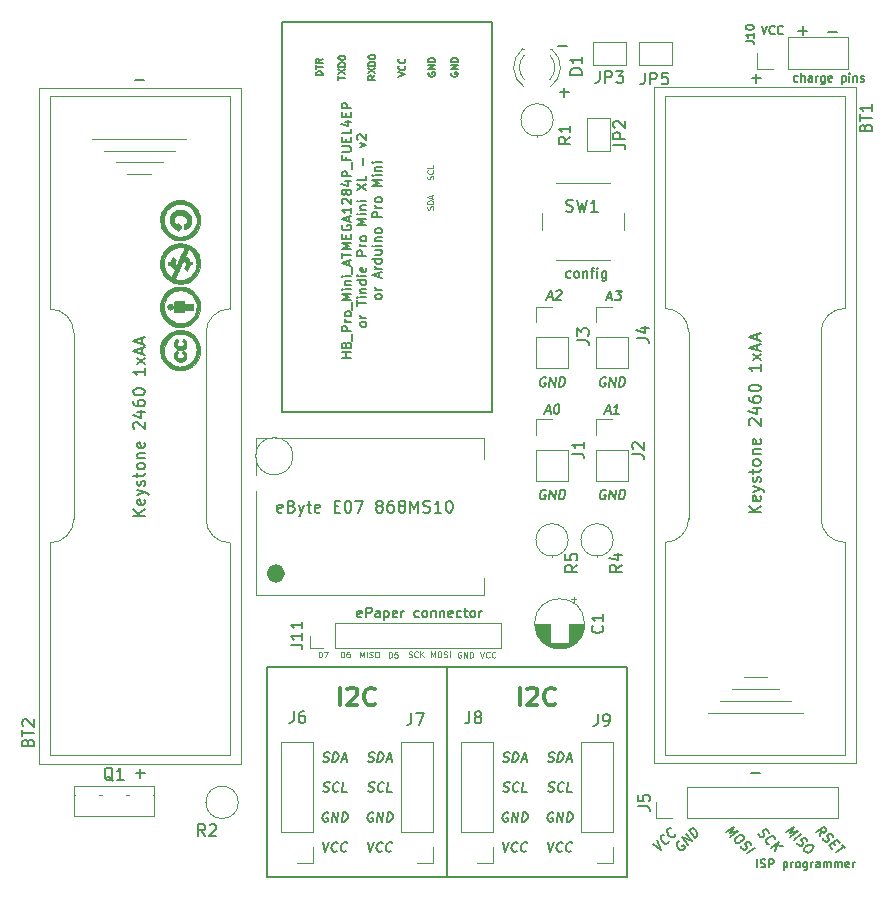
<source format=gbr>
%TF.GenerationSoftware,KiCad,Pcbnew,8.0.9-8.0.9-0~ubuntu22.04.1*%
%TF.CreationDate,2025-03-07T09:00:22+01:00*%
%TF.ProjectId,HB-UNI-SEN-BATT_E07-868MS10_FUEL4EP,48422d55-4e49-42d5-9345-4e2d42415454,1.4*%
%TF.SameCoordinates,Original*%
%TF.FileFunction,Legend,Top*%
%TF.FilePolarity,Positive*%
%FSLAX46Y46*%
G04 Gerber Fmt 4.6, Leading zero omitted, Abs format (unit mm)*
G04 Created by KiCad (PCBNEW 8.0.9-8.0.9-0~ubuntu22.04.1) date 2025-03-07 09:00:22*
%MOMM*%
%LPD*%
G01*
G04 APERTURE LIST*
%ADD10C,0.200000*%
%ADD11C,0.150000*%
%ADD12C,0.152400*%
%ADD13C,0.100000*%
%ADD14C,0.300000*%
%ADD15C,0.120000*%
%ADD16C,0.800000*%
%ADD17C,0.010000*%
%ADD18R,1.800000X1.800000*%
%ADD19C,1.800000*%
%ADD20R,1.700000X1.700000*%
%ADD21O,1.700000X1.700000*%
%ADD22C,2.640000*%
%ADD23R,2.000000X2.000000*%
%ADD24C,2.000000*%
%ADD25R,1.200000X1.200000*%
%ADD26C,1.200000*%
%ADD27C,1.600000*%
%ADD28O,1.600000X1.600000*%
%ADD29R,1.717500X1.800000*%
%ADD30O,1.717500X1.800000*%
%ADD31C,1.000000*%
%ADD32R,2.170000X1.000000*%
%ADD33C,3.000000*%
%ADD34R,1.500000X1.000000*%
%ADD35C,0.700000*%
%ADD36C,4.400000*%
%ADD37R,1.350000X1.350000*%
%ADD38O,1.350000X1.350000*%
%ADD39R,1.000000X1.500000*%
G04 APERTURE END LIST*
D10*
X37430000Y1870000D02*
X37430000Y19650000D01*
X22190000Y1870000D02*
X37430000Y1870000D01*
X22190000Y19650000D02*
X22190000Y1870000D01*
X37430000Y19650000D02*
X22190000Y19650000D01*
X37430000Y1870000D02*
X52670000Y1870000D01*
X37430000Y19650000D02*
X37430000Y1870000D01*
X52670000Y19650000D02*
X37430000Y19650000D01*
X52670000Y1870000D02*
X52670000Y19650000D01*
D11*
X30743571Y4847704D02*
X30910238Y4047704D01*
X30910238Y4047704D02*
X31276904Y4847704D01*
X31910237Y4123895D02*
X31867380Y4085800D01*
X31867380Y4085800D02*
X31748333Y4047704D01*
X31748333Y4047704D02*
X31672142Y4047704D01*
X31672142Y4047704D02*
X31562618Y4085800D01*
X31562618Y4085800D02*
X31495952Y4161990D01*
X31495952Y4161990D02*
X31467380Y4238180D01*
X31467380Y4238180D02*
X31448333Y4390561D01*
X31448333Y4390561D02*
X31462618Y4504847D01*
X31462618Y4504847D02*
X31519761Y4657228D01*
X31519761Y4657228D02*
X31567380Y4733419D01*
X31567380Y4733419D02*
X31653095Y4809609D01*
X31653095Y4809609D02*
X31772142Y4847704D01*
X31772142Y4847704D02*
X31848333Y4847704D01*
X31848333Y4847704D02*
X31957857Y4809609D01*
X31957857Y4809609D02*
X31991190Y4771514D01*
X32710237Y4123895D02*
X32667380Y4085800D01*
X32667380Y4085800D02*
X32548333Y4047704D01*
X32548333Y4047704D02*
X32472142Y4047704D01*
X32472142Y4047704D02*
X32362618Y4085800D01*
X32362618Y4085800D02*
X32295952Y4161990D01*
X32295952Y4161990D02*
X32267380Y4238180D01*
X32267380Y4238180D02*
X32248333Y4390561D01*
X32248333Y4390561D02*
X32262618Y4504847D01*
X32262618Y4504847D02*
X32319761Y4657228D01*
X32319761Y4657228D02*
X32367380Y4733419D01*
X32367380Y4733419D02*
X32453095Y4809609D01*
X32453095Y4809609D02*
X32572142Y4847704D01*
X32572142Y4847704D02*
X32648333Y4847704D01*
X32648333Y4847704D02*
X32757857Y4809609D01*
X32757857Y4809609D02*
X32791190Y4771514D01*
X31195953Y7349609D02*
X31124524Y7387704D01*
X31124524Y7387704D02*
X31010238Y7387704D01*
X31010238Y7387704D02*
X30891191Y7349609D01*
X30891191Y7349609D02*
X30805476Y7273419D01*
X30805476Y7273419D02*
X30757857Y7197228D01*
X30757857Y7197228D02*
X30700714Y7044847D01*
X30700714Y7044847D02*
X30686429Y6930561D01*
X30686429Y6930561D02*
X30705476Y6778180D01*
X30705476Y6778180D02*
X30734048Y6701990D01*
X30734048Y6701990D02*
X30800714Y6625800D01*
X30800714Y6625800D02*
X30910238Y6587704D01*
X30910238Y6587704D02*
X30986429Y6587704D01*
X30986429Y6587704D02*
X31105476Y6625800D01*
X31105476Y6625800D02*
X31148333Y6663895D01*
X31148333Y6663895D02*
X31181667Y6930561D01*
X31181667Y6930561D02*
X31029286Y6930561D01*
X31481667Y6587704D02*
X31581667Y7387704D01*
X31581667Y7387704D02*
X31938810Y6587704D01*
X31938810Y6587704D02*
X32038810Y7387704D01*
X32319762Y6587704D02*
X32419762Y7387704D01*
X32419762Y7387704D02*
X32610238Y7387704D01*
X32610238Y7387704D02*
X32719762Y7349609D01*
X32719762Y7349609D02*
X32786428Y7273419D01*
X32786428Y7273419D02*
X32815000Y7197228D01*
X32815000Y7197228D02*
X32834048Y7044847D01*
X32834048Y7044847D02*
X32819762Y6930561D01*
X32819762Y6930561D02*
X32762619Y6778180D01*
X32762619Y6778180D02*
X32715000Y6701990D01*
X32715000Y6701990D02*
X32629286Y6625800D01*
X32629286Y6625800D02*
X32510238Y6587704D01*
X32510238Y6587704D02*
X32319762Y6587704D01*
X30762618Y9165800D02*
X30872142Y9127704D01*
X30872142Y9127704D02*
X31062618Y9127704D01*
X31062618Y9127704D02*
X31143571Y9165800D01*
X31143571Y9165800D02*
X31186428Y9203895D01*
X31186428Y9203895D02*
X31234047Y9280085D01*
X31234047Y9280085D02*
X31243571Y9356276D01*
X31243571Y9356276D02*
X31214999Y9432466D01*
X31214999Y9432466D02*
X31181666Y9470561D01*
X31181666Y9470561D02*
X31110238Y9508657D01*
X31110238Y9508657D02*
X30962618Y9546752D01*
X30962618Y9546752D02*
X30891190Y9584847D01*
X30891190Y9584847D02*
X30857857Y9622942D01*
X30857857Y9622942D02*
X30829285Y9699133D01*
X30829285Y9699133D02*
X30838809Y9775323D01*
X30838809Y9775323D02*
X30886428Y9851514D01*
X30886428Y9851514D02*
X30929285Y9889609D01*
X30929285Y9889609D02*
X31010238Y9927704D01*
X31010238Y9927704D02*
X31200714Y9927704D01*
X31200714Y9927704D02*
X31310238Y9889609D01*
X32024523Y9203895D02*
X31981666Y9165800D01*
X31981666Y9165800D02*
X31862619Y9127704D01*
X31862619Y9127704D02*
X31786428Y9127704D01*
X31786428Y9127704D02*
X31676904Y9165800D01*
X31676904Y9165800D02*
X31610238Y9241990D01*
X31610238Y9241990D02*
X31581666Y9318180D01*
X31581666Y9318180D02*
X31562619Y9470561D01*
X31562619Y9470561D02*
X31576904Y9584847D01*
X31576904Y9584847D02*
X31634047Y9737228D01*
X31634047Y9737228D02*
X31681666Y9813419D01*
X31681666Y9813419D02*
X31767381Y9889609D01*
X31767381Y9889609D02*
X31886428Y9927704D01*
X31886428Y9927704D02*
X31962619Y9927704D01*
X31962619Y9927704D02*
X32072143Y9889609D01*
X32072143Y9889609D02*
X32105476Y9851514D01*
X32738809Y9127704D02*
X32357857Y9127704D01*
X32357857Y9127704D02*
X32457857Y9927704D01*
X30743571Y11705800D02*
X30853095Y11667704D01*
X30853095Y11667704D02*
X31043571Y11667704D01*
X31043571Y11667704D02*
X31124524Y11705800D01*
X31124524Y11705800D02*
X31167381Y11743895D01*
X31167381Y11743895D02*
X31215000Y11820085D01*
X31215000Y11820085D02*
X31224524Y11896276D01*
X31224524Y11896276D02*
X31195952Y11972466D01*
X31195952Y11972466D02*
X31162619Y12010561D01*
X31162619Y12010561D02*
X31091191Y12048657D01*
X31091191Y12048657D02*
X30943571Y12086752D01*
X30943571Y12086752D02*
X30872143Y12124847D01*
X30872143Y12124847D02*
X30838810Y12162942D01*
X30838810Y12162942D02*
X30810238Y12239133D01*
X30810238Y12239133D02*
X30819762Y12315323D01*
X30819762Y12315323D02*
X30867381Y12391514D01*
X30867381Y12391514D02*
X30910238Y12429609D01*
X30910238Y12429609D02*
X30991191Y12467704D01*
X30991191Y12467704D02*
X31181667Y12467704D01*
X31181667Y12467704D02*
X31291191Y12429609D01*
X31538810Y11667704D02*
X31638810Y12467704D01*
X31638810Y12467704D02*
X31829286Y12467704D01*
X31829286Y12467704D02*
X31938810Y12429609D01*
X31938810Y12429609D02*
X32005476Y12353419D01*
X32005476Y12353419D02*
X32034048Y12277228D01*
X32034048Y12277228D02*
X32053096Y12124847D01*
X32053096Y12124847D02*
X32038810Y12010561D01*
X32038810Y12010561D02*
X31981667Y11858180D01*
X31981667Y11858180D02*
X31934048Y11781990D01*
X31934048Y11781990D02*
X31848334Y11705800D01*
X31848334Y11705800D02*
X31729286Y11667704D01*
X31729286Y11667704D02*
X31538810Y11667704D01*
X32329286Y11896276D02*
X32710238Y11896276D01*
X32224524Y11667704D02*
X32591191Y12467704D01*
X32591191Y12467704D02*
X32757857Y11667704D01*
X42173571Y11705800D02*
X42283095Y11667704D01*
X42283095Y11667704D02*
X42473571Y11667704D01*
X42473571Y11667704D02*
X42554524Y11705800D01*
X42554524Y11705800D02*
X42597381Y11743895D01*
X42597381Y11743895D02*
X42645000Y11820085D01*
X42645000Y11820085D02*
X42654524Y11896276D01*
X42654524Y11896276D02*
X42625952Y11972466D01*
X42625952Y11972466D02*
X42592619Y12010561D01*
X42592619Y12010561D02*
X42521191Y12048657D01*
X42521191Y12048657D02*
X42373571Y12086752D01*
X42373571Y12086752D02*
X42302143Y12124847D01*
X42302143Y12124847D02*
X42268810Y12162942D01*
X42268810Y12162942D02*
X42240238Y12239133D01*
X42240238Y12239133D02*
X42249762Y12315323D01*
X42249762Y12315323D02*
X42297381Y12391514D01*
X42297381Y12391514D02*
X42340238Y12429609D01*
X42340238Y12429609D02*
X42421191Y12467704D01*
X42421191Y12467704D02*
X42611667Y12467704D01*
X42611667Y12467704D02*
X42721191Y12429609D01*
X42968810Y11667704D02*
X43068810Y12467704D01*
X43068810Y12467704D02*
X43259286Y12467704D01*
X43259286Y12467704D02*
X43368810Y12429609D01*
X43368810Y12429609D02*
X43435476Y12353419D01*
X43435476Y12353419D02*
X43464048Y12277228D01*
X43464048Y12277228D02*
X43483096Y12124847D01*
X43483096Y12124847D02*
X43468810Y12010561D01*
X43468810Y12010561D02*
X43411667Y11858180D01*
X43411667Y11858180D02*
X43364048Y11781990D01*
X43364048Y11781990D02*
X43278334Y11705800D01*
X43278334Y11705800D02*
X43159286Y11667704D01*
X43159286Y11667704D02*
X42968810Y11667704D01*
X43759286Y11896276D02*
X44140238Y11896276D01*
X43654524Y11667704D02*
X44021191Y12467704D01*
X44021191Y12467704D02*
X44187857Y11667704D01*
X42192618Y9165800D02*
X42302142Y9127704D01*
X42302142Y9127704D02*
X42492618Y9127704D01*
X42492618Y9127704D02*
X42573571Y9165800D01*
X42573571Y9165800D02*
X42616428Y9203895D01*
X42616428Y9203895D02*
X42664047Y9280085D01*
X42664047Y9280085D02*
X42673571Y9356276D01*
X42673571Y9356276D02*
X42644999Y9432466D01*
X42644999Y9432466D02*
X42611666Y9470561D01*
X42611666Y9470561D02*
X42540238Y9508657D01*
X42540238Y9508657D02*
X42392618Y9546752D01*
X42392618Y9546752D02*
X42321190Y9584847D01*
X42321190Y9584847D02*
X42287857Y9622942D01*
X42287857Y9622942D02*
X42259285Y9699133D01*
X42259285Y9699133D02*
X42268809Y9775323D01*
X42268809Y9775323D02*
X42316428Y9851514D01*
X42316428Y9851514D02*
X42359285Y9889609D01*
X42359285Y9889609D02*
X42440238Y9927704D01*
X42440238Y9927704D02*
X42630714Y9927704D01*
X42630714Y9927704D02*
X42740238Y9889609D01*
X43454523Y9203895D02*
X43411666Y9165800D01*
X43411666Y9165800D02*
X43292619Y9127704D01*
X43292619Y9127704D02*
X43216428Y9127704D01*
X43216428Y9127704D02*
X43106904Y9165800D01*
X43106904Y9165800D02*
X43040238Y9241990D01*
X43040238Y9241990D02*
X43011666Y9318180D01*
X43011666Y9318180D02*
X42992619Y9470561D01*
X42992619Y9470561D02*
X43006904Y9584847D01*
X43006904Y9584847D02*
X43064047Y9737228D01*
X43064047Y9737228D02*
X43111666Y9813419D01*
X43111666Y9813419D02*
X43197381Y9889609D01*
X43197381Y9889609D02*
X43316428Y9927704D01*
X43316428Y9927704D02*
X43392619Y9927704D01*
X43392619Y9927704D02*
X43502143Y9889609D01*
X43502143Y9889609D02*
X43535476Y9851514D01*
X44168809Y9127704D02*
X43787857Y9127704D01*
X43787857Y9127704D02*
X43887857Y9927704D01*
X42625953Y7349609D02*
X42554524Y7387704D01*
X42554524Y7387704D02*
X42440238Y7387704D01*
X42440238Y7387704D02*
X42321191Y7349609D01*
X42321191Y7349609D02*
X42235476Y7273419D01*
X42235476Y7273419D02*
X42187857Y7197228D01*
X42187857Y7197228D02*
X42130714Y7044847D01*
X42130714Y7044847D02*
X42116429Y6930561D01*
X42116429Y6930561D02*
X42135476Y6778180D01*
X42135476Y6778180D02*
X42164048Y6701990D01*
X42164048Y6701990D02*
X42230714Y6625800D01*
X42230714Y6625800D02*
X42340238Y6587704D01*
X42340238Y6587704D02*
X42416429Y6587704D01*
X42416429Y6587704D02*
X42535476Y6625800D01*
X42535476Y6625800D02*
X42578333Y6663895D01*
X42578333Y6663895D02*
X42611667Y6930561D01*
X42611667Y6930561D02*
X42459286Y6930561D01*
X42911667Y6587704D02*
X43011667Y7387704D01*
X43011667Y7387704D02*
X43368810Y6587704D01*
X43368810Y6587704D02*
X43468810Y7387704D01*
X43749762Y6587704D02*
X43849762Y7387704D01*
X43849762Y7387704D02*
X44040238Y7387704D01*
X44040238Y7387704D02*
X44149762Y7349609D01*
X44149762Y7349609D02*
X44216428Y7273419D01*
X44216428Y7273419D02*
X44245000Y7197228D01*
X44245000Y7197228D02*
X44264048Y7044847D01*
X44264048Y7044847D02*
X44249762Y6930561D01*
X44249762Y6930561D02*
X44192619Y6778180D01*
X44192619Y6778180D02*
X44145000Y6701990D01*
X44145000Y6701990D02*
X44059286Y6625800D01*
X44059286Y6625800D02*
X43940238Y6587704D01*
X43940238Y6587704D02*
X43749762Y6587704D01*
X66126517Y5681119D02*
X66762913Y6176094D01*
X66762913Y6176094D02*
X66496906Y5633979D01*
X66496906Y5633979D02*
X67140036Y5798971D01*
X67140036Y5798971D02*
X66503640Y5303996D01*
X66773015Y5034622D02*
X67409411Y5529596D01*
X67045755Y4815756D02*
X67096263Y4711373D01*
X67096263Y4711373D02*
X67230950Y4576686D01*
X67230950Y4576686D02*
X67315129Y4546382D01*
X67315129Y4546382D02*
X67372371Y4543014D01*
X67372371Y4543014D02*
X67459918Y4563217D01*
X67459918Y4563217D02*
X67520527Y4610358D01*
X67520527Y4610358D02*
X67554199Y4684436D01*
X67554199Y4684436D02*
X67557566Y4734943D01*
X67557566Y4734943D02*
X67533996Y4812388D01*
X67533996Y4812388D02*
X67456551Y4943708D01*
X67456551Y4943708D02*
X67432981Y5021153D01*
X67432981Y5021153D02*
X67436348Y5071661D01*
X67436348Y5071661D02*
X67470020Y5145739D01*
X67470020Y5145739D02*
X67530629Y5192879D01*
X67530629Y5192879D02*
X67618175Y5213082D01*
X67618175Y5213082D02*
X67675417Y5209715D01*
X67675417Y5209715D02*
X67759597Y5179410D01*
X67759597Y5179410D02*
X67894284Y5044723D01*
X67894284Y5044723D02*
X67944791Y4940341D01*
X68325282Y4613725D02*
X68433032Y4505975D01*
X68433032Y4505975D02*
X68456602Y4428530D01*
X68456602Y4428530D02*
X68449868Y4327515D01*
X68449868Y4327515D02*
X68355587Y4206297D01*
X68355587Y4206297D02*
X68143455Y4041305D01*
X68143455Y4041305D02*
X67995299Y3973962D01*
X67995299Y3973962D02*
X67880815Y3980696D01*
X67880815Y3980696D02*
X67796636Y4011000D01*
X67796636Y4011000D02*
X67688886Y4118750D01*
X67688886Y4118750D02*
X67665316Y4196195D01*
X67665316Y4196195D02*
X67672050Y4297210D01*
X67672050Y4297210D02*
X67766331Y4418429D01*
X67766331Y4418429D02*
X67978463Y4583420D01*
X67978463Y4583420D02*
X68126619Y4650764D01*
X68126619Y4650764D02*
X68241103Y4644029D01*
X68241103Y4644029D02*
X68325282Y4613725D01*
X26952618Y9165800D02*
X27062142Y9127704D01*
X27062142Y9127704D02*
X27252618Y9127704D01*
X27252618Y9127704D02*
X27333571Y9165800D01*
X27333571Y9165800D02*
X27376428Y9203895D01*
X27376428Y9203895D02*
X27424047Y9280085D01*
X27424047Y9280085D02*
X27433571Y9356276D01*
X27433571Y9356276D02*
X27404999Y9432466D01*
X27404999Y9432466D02*
X27371666Y9470561D01*
X27371666Y9470561D02*
X27300238Y9508657D01*
X27300238Y9508657D02*
X27152618Y9546752D01*
X27152618Y9546752D02*
X27081190Y9584847D01*
X27081190Y9584847D02*
X27047857Y9622942D01*
X27047857Y9622942D02*
X27019285Y9699133D01*
X27019285Y9699133D02*
X27028809Y9775323D01*
X27028809Y9775323D02*
X27076428Y9851514D01*
X27076428Y9851514D02*
X27119285Y9889609D01*
X27119285Y9889609D02*
X27200238Y9927704D01*
X27200238Y9927704D02*
X27390714Y9927704D01*
X27390714Y9927704D02*
X27500238Y9889609D01*
X28214523Y9203895D02*
X28171666Y9165800D01*
X28171666Y9165800D02*
X28052619Y9127704D01*
X28052619Y9127704D02*
X27976428Y9127704D01*
X27976428Y9127704D02*
X27866904Y9165800D01*
X27866904Y9165800D02*
X27800238Y9241990D01*
X27800238Y9241990D02*
X27771666Y9318180D01*
X27771666Y9318180D02*
X27752619Y9470561D01*
X27752619Y9470561D02*
X27766904Y9584847D01*
X27766904Y9584847D02*
X27824047Y9737228D01*
X27824047Y9737228D02*
X27871666Y9813419D01*
X27871666Y9813419D02*
X27957381Y9889609D01*
X27957381Y9889609D02*
X28076428Y9927704D01*
X28076428Y9927704D02*
X28152619Y9927704D01*
X28152619Y9927704D02*
X28262143Y9889609D01*
X28262143Y9889609D02*
X28295476Y9851514D01*
X28928809Y9127704D02*
X28547857Y9127704D01*
X28547857Y9127704D02*
X28647857Y9927704D01*
D12*
X30184348Y23943413D02*
X30106939Y23904708D01*
X30106939Y23904708D02*
X29952120Y23904708D01*
X29952120Y23904708D02*
X29874710Y23943413D01*
X29874710Y23943413D02*
X29836006Y24020822D01*
X29836006Y24020822D02*
X29836006Y24330460D01*
X29836006Y24330460D02*
X29874710Y24407870D01*
X29874710Y24407870D02*
X29952120Y24446574D01*
X29952120Y24446574D02*
X30106939Y24446574D01*
X30106939Y24446574D02*
X30184348Y24407870D01*
X30184348Y24407870D02*
X30223053Y24330460D01*
X30223053Y24330460D02*
X30223053Y24253051D01*
X30223053Y24253051D02*
X29836006Y24175641D01*
X30571396Y23904708D02*
X30571396Y24717508D01*
X30571396Y24717508D02*
X30881034Y24717508D01*
X30881034Y24717508D02*
X30958444Y24678803D01*
X30958444Y24678803D02*
X30997149Y24640098D01*
X30997149Y24640098D02*
X31035853Y24562689D01*
X31035853Y24562689D02*
X31035853Y24446574D01*
X31035853Y24446574D02*
X30997149Y24369165D01*
X30997149Y24369165D02*
X30958444Y24330460D01*
X30958444Y24330460D02*
X30881034Y24291755D01*
X30881034Y24291755D02*
X30571396Y24291755D01*
X31732539Y23904708D02*
X31732539Y24330460D01*
X31732539Y24330460D02*
X31693834Y24407870D01*
X31693834Y24407870D02*
X31616425Y24446574D01*
X31616425Y24446574D02*
X31461606Y24446574D01*
X31461606Y24446574D02*
X31384196Y24407870D01*
X31732539Y23943413D02*
X31655130Y23904708D01*
X31655130Y23904708D02*
X31461606Y23904708D01*
X31461606Y23904708D02*
X31384196Y23943413D01*
X31384196Y23943413D02*
X31345492Y24020822D01*
X31345492Y24020822D02*
X31345492Y24098232D01*
X31345492Y24098232D02*
X31384196Y24175641D01*
X31384196Y24175641D02*
X31461606Y24214346D01*
X31461606Y24214346D02*
X31655130Y24214346D01*
X31655130Y24214346D02*
X31732539Y24253051D01*
X32119586Y24446574D02*
X32119586Y23633774D01*
X32119586Y24407870D02*
X32196996Y24446574D01*
X32196996Y24446574D02*
X32351815Y24446574D01*
X32351815Y24446574D02*
X32429224Y24407870D01*
X32429224Y24407870D02*
X32467929Y24369165D01*
X32467929Y24369165D02*
X32506634Y24291755D01*
X32506634Y24291755D02*
X32506634Y24059527D01*
X32506634Y24059527D02*
X32467929Y23982117D01*
X32467929Y23982117D02*
X32429224Y23943413D01*
X32429224Y23943413D02*
X32351815Y23904708D01*
X32351815Y23904708D02*
X32196996Y23904708D01*
X32196996Y23904708D02*
X32119586Y23943413D01*
X33164614Y23943413D02*
X33087205Y23904708D01*
X33087205Y23904708D02*
X32932386Y23904708D01*
X32932386Y23904708D02*
X32854976Y23943413D01*
X32854976Y23943413D02*
X32816272Y24020822D01*
X32816272Y24020822D02*
X32816272Y24330460D01*
X32816272Y24330460D02*
X32854976Y24407870D01*
X32854976Y24407870D02*
X32932386Y24446574D01*
X32932386Y24446574D02*
X33087205Y24446574D01*
X33087205Y24446574D02*
X33164614Y24407870D01*
X33164614Y24407870D02*
X33203319Y24330460D01*
X33203319Y24330460D02*
X33203319Y24253051D01*
X33203319Y24253051D02*
X32816272Y24175641D01*
X33551662Y23904708D02*
X33551662Y24446574D01*
X33551662Y24291755D02*
X33590367Y24369165D01*
X33590367Y24369165D02*
X33629072Y24407870D01*
X33629072Y24407870D02*
X33706481Y24446574D01*
X33706481Y24446574D02*
X33783891Y24446574D01*
X35022443Y23943413D02*
X34945034Y23904708D01*
X34945034Y23904708D02*
X34790215Y23904708D01*
X34790215Y23904708D02*
X34712805Y23943413D01*
X34712805Y23943413D02*
X34674100Y23982117D01*
X34674100Y23982117D02*
X34635396Y24059527D01*
X34635396Y24059527D02*
X34635396Y24291755D01*
X34635396Y24291755D02*
X34674100Y24369165D01*
X34674100Y24369165D02*
X34712805Y24407870D01*
X34712805Y24407870D02*
X34790215Y24446574D01*
X34790215Y24446574D02*
X34945034Y24446574D01*
X34945034Y24446574D02*
X35022443Y24407870D01*
X35486901Y23904708D02*
X35409491Y23943413D01*
X35409491Y23943413D02*
X35370786Y23982117D01*
X35370786Y23982117D02*
X35332082Y24059527D01*
X35332082Y24059527D02*
X35332082Y24291755D01*
X35332082Y24291755D02*
X35370786Y24369165D01*
X35370786Y24369165D02*
X35409491Y24407870D01*
X35409491Y24407870D02*
X35486901Y24446574D01*
X35486901Y24446574D02*
X35603015Y24446574D01*
X35603015Y24446574D02*
X35680424Y24407870D01*
X35680424Y24407870D02*
X35719129Y24369165D01*
X35719129Y24369165D02*
X35757834Y24291755D01*
X35757834Y24291755D02*
X35757834Y24059527D01*
X35757834Y24059527D02*
X35719129Y23982117D01*
X35719129Y23982117D02*
X35680424Y23943413D01*
X35680424Y23943413D02*
X35603015Y23904708D01*
X35603015Y23904708D02*
X35486901Y23904708D01*
X36106176Y24446574D02*
X36106176Y23904708D01*
X36106176Y24369165D02*
X36144881Y24407870D01*
X36144881Y24407870D02*
X36222291Y24446574D01*
X36222291Y24446574D02*
X36338405Y24446574D01*
X36338405Y24446574D02*
X36415814Y24407870D01*
X36415814Y24407870D02*
X36454519Y24330460D01*
X36454519Y24330460D02*
X36454519Y23904708D01*
X36841566Y24446574D02*
X36841566Y23904708D01*
X36841566Y24369165D02*
X36880271Y24407870D01*
X36880271Y24407870D02*
X36957681Y24446574D01*
X36957681Y24446574D02*
X37073795Y24446574D01*
X37073795Y24446574D02*
X37151204Y24407870D01*
X37151204Y24407870D02*
X37189909Y24330460D01*
X37189909Y24330460D02*
X37189909Y23904708D01*
X37886594Y23943413D02*
X37809185Y23904708D01*
X37809185Y23904708D02*
X37654366Y23904708D01*
X37654366Y23904708D02*
X37576956Y23943413D01*
X37576956Y23943413D02*
X37538252Y24020822D01*
X37538252Y24020822D02*
X37538252Y24330460D01*
X37538252Y24330460D02*
X37576956Y24407870D01*
X37576956Y24407870D02*
X37654366Y24446574D01*
X37654366Y24446574D02*
X37809185Y24446574D01*
X37809185Y24446574D02*
X37886594Y24407870D01*
X37886594Y24407870D02*
X37925299Y24330460D01*
X37925299Y24330460D02*
X37925299Y24253051D01*
X37925299Y24253051D02*
X37538252Y24175641D01*
X38621985Y23943413D02*
X38544576Y23904708D01*
X38544576Y23904708D02*
X38389757Y23904708D01*
X38389757Y23904708D02*
X38312347Y23943413D01*
X38312347Y23943413D02*
X38273642Y23982117D01*
X38273642Y23982117D02*
X38234938Y24059527D01*
X38234938Y24059527D02*
X38234938Y24291755D01*
X38234938Y24291755D02*
X38273642Y24369165D01*
X38273642Y24369165D02*
X38312347Y24407870D01*
X38312347Y24407870D02*
X38389757Y24446574D01*
X38389757Y24446574D02*
X38544576Y24446574D01*
X38544576Y24446574D02*
X38621985Y24407870D01*
X38854214Y24446574D02*
X39163852Y24446574D01*
X38970328Y24717508D02*
X38970328Y24020822D01*
X38970328Y24020822D02*
X39009033Y23943413D01*
X39009033Y23943413D02*
X39086443Y23904708D01*
X39086443Y23904708D02*
X39163852Y23904708D01*
X39550900Y23904708D02*
X39473490Y23943413D01*
X39473490Y23943413D02*
X39434785Y23982117D01*
X39434785Y23982117D02*
X39396081Y24059527D01*
X39396081Y24059527D02*
X39396081Y24291755D01*
X39396081Y24291755D02*
X39434785Y24369165D01*
X39434785Y24369165D02*
X39473490Y24407870D01*
X39473490Y24407870D02*
X39550900Y24446574D01*
X39550900Y24446574D02*
X39667014Y24446574D01*
X39667014Y24446574D02*
X39744423Y24407870D01*
X39744423Y24407870D02*
X39783128Y24369165D01*
X39783128Y24369165D02*
X39821833Y24291755D01*
X39821833Y24291755D02*
X39821833Y24059527D01*
X39821833Y24059527D02*
X39783128Y23982117D01*
X39783128Y23982117D02*
X39744423Y23943413D01*
X39744423Y23943413D02*
X39667014Y23904708D01*
X39667014Y23904708D02*
X39550900Y23904708D01*
X40170175Y23904708D02*
X40170175Y24446574D01*
X40170175Y24291755D02*
X40208880Y24369165D01*
X40208880Y24369165D02*
X40247585Y24407870D01*
X40247585Y24407870D02*
X40324994Y24446574D01*
X40324994Y24446574D02*
X40402404Y24446574D01*
D10*
X29319785Y45861046D02*
X28519785Y45861046D01*
X28900737Y45861046D02*
X28900737Y46318189D01*
X29319785Y46318189D02*
X28519785Y46318189D01*
X28900737Y46965807D02*
X28938832Y47080093D01*
X28938832Y47080093D02*
X28976928Y47118188D01*
X28976928Y47118188D02*
X29053118Y47156284D01*
X29053118Y47156284D02*
X29167404Y47156284D01*
X29167404Y47156284D02*
X29243594Y47118188D01*
X29243594Y47118188D02*
X29281690Y47080093D01*
X29281690Y47080093D02*
X29319785Y47003903D01*
X29319785Y47003903D02*
X29319785Y46699141D01*
X29319785Y46699141D02*
X28519785Y46699141D01*
X28519785Y46699141D02*
X28519785Y46965807D01*
X28519785Y46965807D02*
X28557880Y47041998D01*
X28557880Y47041998D02*
X28595975Y47080093D01*
X28595975Y47080093D02*
X28672166Y47118188D01*
X28672166Y47118188D02*
X28748356Y47118188D01*
X28748356Y47118188D02*
X28824547Y47080093D01*
X28824547Y47080093D02*
X28862642Y47041998D01*
X28862642Y47041998D02*
X28900737Y46965807D01*
X28900737Y46965807D02*
X28900737Y46699141D01*
X29395975Y47308665D02*
X29395975Y47918188D01*
X29319785Y48108665D02*
X28519785Y48108665D01*
X28519785Y48108665D02*
X28519785Y48413427D01*
X28519785Y48413427D02*
X28557880Y48489617D01*
X28557880Y48489617D02*
X28595975Y48527712D01*
X28595975Y48527712D02*
X28672166Y48565808D01*
X28672166Y48565808D02*
X28786451Y48565808D01*
X28786451Y48565808D02*
X28862642Y48527712D01*
X28862642Y48527712D02*
X28900737Y48489617D01*
X28900737Y48489617D02*
X28938832Y48413427D01*
X28938832Y48413427D02*
X28938832Y48108665D01*
X29319785Y48908665D02*
X28786451Y48908665D01*
X28938832Y48908665D02*
X28862642Y48946760D01*
X28862642Y48946760D02*
X28824547Y48984855D01*
X28824547Y48984855D02*
X28786451Y49061046D01*
X28786451Y49061046D02*
X28786451Y49137236D01*
X29319785Y49518188D02*
X29281690Y49441998D01*
X29281690Y49441998D02*
X29243594Y49403903D01*
X29243594Y49403903D02*
X29167404Y49365807D01*
X29167404Y49365807D02*
X28938832Y49365807D01*
X28938832Y49365807D02*
X28862642Y49403903D01*
X28862642Y49403903D02*
X28824547Y49441998D01*
X28824547Y49441998D02*
X28786451Y49518188D01*
X28786451Y49518188D02*
X28786451Y49632474D01*
X28786451Y49632474D02*
X28824547Y49708665D01*
X28824547Y49708665D02*
X28862642Y49746760D01*
X28862642Y49746760D02*
X28938832Y49784855D01*
X28938832Y49784855D02*
X29167404Y49784855D01*
X29167404Y49784855D02*
X29243594Y49746760D01*
X29243594Y49746760D02*
X29281690Y49708665D01*
X29281690Y49708665D02*
X29319785Y49632474D01*
X29319785Y49632474D02*
X29319785Y49518188D01*
X29395975Y49937237D02*
X29395975Y50546760D01*
X29319785Y50737237D02*
X28519785Y50737237D01*
X28519785Y50737237D02*
X29091213Y51003903D01*
X29091213Y51003903D02*
X28519785Y51270570D01*
X28519785Y51270570D02*
X29319785Y51270570D01*
X29319785Y51651523D02*
X28786451Y51651523D01*
X28519785Y51651523D02*
X28557880Y51613427D01*
X28557880Y51613427D02*
X28595975Y51651523D01*
X28595975Y51651523D02*
X28557880Y51689618D01*
X28557880Y51689618D02*
X28519785Y51651523D01*
X28519785Y51651523D02*
X28595975Y51651523D01*
X28786451Y52032475D02*
X29319785Y52032475D01*
X28862642Y52032475D02*
X28824547Y52070570D01*
X28824547Y52070570D02*
X28786451Y52146760D01*
X28786451Y52146760D02*
X28786451Y52261046D01*
X28786451Y52261046D02*
X28824547Y52337237D01*
X28824547Y52337237D02*
X28900737Y52375332D01*
X28900737Y52375332D02*
X29319785Y52375332D01*
X29319785Y52756285D02*
X28786451Y52756285D01*
X28519785Y52756285D02*
X28557880Y52718189D01*
X28557880Y52718189D02*
X28595975Y52756285D01*
X28595975Y52756285D02*
X28557880Y52794380D01*
X28557880Y52794380D02*
X28519785Y52756285D01*
X28519785Y52756285D02*
X28595975Y52756285D01*
X29395975Y52946761D02*
X29395975Y53556284D01*
X29091213Y53708665D02*
X29091213Y54089618D01*
X29319785Y53632475D02*
X28519785Y53899142D01*
X28519785Y53899142D02*
X29319785Y54165808D01*
X28519785Y54318189D02*
X28519785Y54775332D01*
X29319785Y54546760D02*
X28519785Y54546760D01*
X29319785Y55041999D02*
X28519785Y55041999D01*
X28519785Y55041999D02*
X29091213Y55308665D01*
X29091213Y55308665D02*
X28519785Y55575332D01*
X28519785Y55575332D02*
X29319785Y55575332D01*
X28900737Y55956285D02*
X28900737Y56222951D01*
X29319785Y56337237D02*
X29319785Y55956285D01*
X29319785Y55956285D02*
X28519785Y55956285D01*
X28519785Y55956285D02*
X28519785Y56337237D01*
X28557880Y57099142D02*
X28519785Y57022952D01*
X28519785Y57022952D02*
X28519785Y56908666D01*
X28519785Y56908666D02*
X28557880Y56794380D01*
X28557880Y56794380D02*
X28634070Y56718190D01*
X28634070Y56718190D02*
X28710261Y56680095D01*
X28710261Y56680095D02*
X28862642Y56641999D01*
X28862642Y56641999D02*
X28976928Y56641999D01*
X28976928Y56641999D02*
X29129309Y56680095D01*
X29129309Y56680095D02*
X29205499Y56718190D01*
X29205499Y56718190D02*
X29281690Y56794380D01*
X29281690Y56794380D02*
X29319785Y56908666D01*
X29319785Y56908666D02*
X29319785Y56984857D01*
X29319785Y56984857D02*
X29281690Y57099142D01*
X29281690Y57099142D02*
X29243594Y57137238D01*
X29243594Y57137238D02*
X28976928Y57137238D01*
X28976928Y57137238D02*
X28976928Y56984857D01*
X29091213Y57441999D02*
X29091213Y57822952D01*
X29319785Y57365809D02*
X28519785Y57632476D01*
X28519785Y57632476D02*
X29319785Y57899142D01*
X29319785Y58584856D02*
X29319785Y58127713D01*
X29319785Y58356285D02*
X28519785Y58356285D01*
X28519785Y58356285D02*
X28634070Y58280094D01*
X28634070Y58280094D02*
X28710261Y58203904D01*
X28710261Y58203904D02*
X28748356Y58127713D01*
X28595975Y58889618D02*
X28557880Y58927714D01*
X28557880Y58927714D02*
X28519785Y59003904D01*
X28519785Y59003904D02*
X28519785Y59194380D01*
X28519785Y59194380D02*
X28557880Y59270571D01*
X28557880Y59270571D02*
X28595975Y59308666D01*
X28595975Y59308666D02*
X28672166Y59346761D01*
X28672166Y59346761D02*
X28748356Y59346761D01*
X28748356Y59346761D02*
X28862642Y59308666D01*
X28862642Y59308666D02*
X29319785Y58851523D01*
X29319785Y58851523D02*
X29319785Y59346761D01*
X28862642Y59803904D02*
X28824547Y59727714D01*
X28824547Y59727714D02*
X28786451Y59689619D01*
X28786451Y59689619D02*
X28710261Y59651523D01*
X28710261Y59651523D02*
X28672166Y59651523D01*
X28672166Y59651523D02*
X28595975Y59689619D01*
X28595975Y59689619D02*
X28557880Y59727714D01*
X28557880Y59727714D02*
X28519785Y59803904D01*
X28519785Y59803904D02*
X28519785Y59956285D01*
X28519785Y59956285D02*
X28557880Y60032476D01*
X28557880Y60032476D02*
X28595975Y60070571D01*
X28595975Y60070571D02*
X28672166Y60108666D01*
X28672166Y60108666D02*
X28710261Y60108666D01*
X28710261Y60108666D02*
X28786451Y60070571D01*
X28786451Y60070571D02*
X28824547Y60032476D01*
X28824547Y60032476D02*
X28862642Y59956285D01*
X28862642Y59956285D02*
X28862642Y59803904D01*
X28862642Y59803904D02*
X28900737Y59727714D01*
X28900737Y59727714D02*
X28938832Y59689619D01*
X28938832Y59689619D02*
X29015023Y59651523D01*
X29015023Y59651523D02*
X29167404Y59651523D01*
X29167404Y59651523D02*
X29243594Y59689619D01*
X29243594Y59689619D02*
X29281690Y59727714D01*
X29281690Y59727714D02*
X29319785Y59803904D01*
X29319785Y59803904D02*
X29319785Y59956285D01*
X29319785Y59956285D02*
X29281690Y60032476D01*
X29281690Y60032476D02*
X29243594Y60070571D01*
X29243594Y60070571D02*
X29167404Y60108666D01*
X29167404Y60108666D02*
X29015023Y60108666D01*
X29015023Y60108666D02*
X28938832Y60070571D01*
X28938832Y60070571D02*
X28900737Y60032476D01*
X28900737Y60032476D02*
X28862642Y59956285D01*
X28786451Y60794381D02*
X29319785Y60794381D01*
X28481690Y60603905D02*
X29053118Y60413428D01*
X29053118Y60413428D02*
X29053118Y60908667D01*
X29319785Y61213429D02*
X28519785Y61213429D01*
X28519785Y61213429D02*
X28519785Y61518191D01*
X28519785Y61518191D02*
X28557880Y61594381D01*
X28557880Y61594381D02*
X28595975Y61632476D01*
X28595975Y61632476D02*
X28672166Y61670572D01*
X28672166Y61670572D02*
X28786451Y61670572D01*
X28786451Y61670572D02*
X28862642Y61632476D01*
X28862642Y61632476D02*
X28900737Y61594381D01*
X28900737Y61594381D02*
X28938832Y61518191D01*
X28938832Y61518191D02*
X28938832Y61213429D01*
X29395975Y61822953D02*
X29395975Y62432476D01*
X28900737Y62889619D02*
X28900737Y62622953D01*
X29319785Y62622953D02*
X28519785Y62622953D01*
X28519785Y62622953D02*
X28519785Y63003905D01*
X28519785Y63308667D02*
X29167404Y63308667D01*
X29167404Y63308667D02*
X29243594Y63346762D01*
X29243594Y63346762D02*
X29281690Y63384857D01*
X29281690Y63384857D02*
X29319785Y63461048D01*
X29319785Y63461048D02*
X29319785Y63613429D01*
X29319785Y63613429D02*
X29281690Y63689619D01*
X29281690Y63689619D02*
X29243594Y63727714D01*
X29243594Y63727714D02*
X29167404Y63765810D01*
X29167404Y63765810D02*
X28519785Y63765810D01*
X28900737Y64146762D02*
X28900737Y64413428D01*
X29319785Y64527714D02*
X29319785Y64146762D01*
X29319785Y64146762D02*
X28519785Y64146762D01*
X28519785Y64146762D02*
X28519785Y64527714D01*
X29319785Y65251524D02*
X29319785Y64870572D01*
X29319785Y64870572D02*
X28519785Y64870572D01*
X28786451Y65861048D02*
X29319785Y65861048D01*
X28481690Y65670572D02*
X29053118Y65480095D01*
X29053118Y65480095D02*
X29053118Y65975334D01*
X28900737Y66280096D02*
X28900737Y66546762D01*
X29319785Y66661048D02*
X29319785Y66280096D01*
X29319785Y66280096D02*
X28519785Y66280096D01*
X28519785Y66280096D02*
X28519785Y66661048D01*
X29319785Y67003906D02*
X28519785Y67003906D01*
X28519785Y67003906D02*
X28519785Y67308668D01*
X28519785Y67308668D02*
X28557880Y67384858D01*
X28557880Y67384858D02*
X28595975Y67422953D01*
X28595975Y67422953D02*
X28672166Y67461049D01*
X28672166Y67461049D02*
X28786451Y67461049D01*
X28786451Y67461049D02*
X28862642Y67422953D01*
X28862642Y67422953D02*
X28900737Y67384858D01*
X28900737Y67384858D02*
X28938832Y67308668D01*
X28938832Y67308668D02*
X28938832Y67003906D01*
X30607740Y48661046D02*
X30569645Y48584856D01*
X30569645Y48584856D02*
X30531549Y48546761D01*
X30531549Y48546761D02*
X30455359Y48508665D01*
X30455359Y48508665D02*
X30226787Y48508665D01*
X30226787Y48508665D02*
X30150597Y48546761D01*
X30150597Y48546761D02*
X30112502Y48584856D01*
X30112502Y48584856D02*
X30074406Y48661046D01*
X30074406Y48661046D02*
X30074406Y48775332D01*
X30074406Y48775332D02*
X30112502Y48851523D01*
X30112502Y48851523D02*
X30150597Y48889618D01*
X30150597Y48889618D02*
X30226787Y48927713D01*
X30226787Y48927713D02*
X30455359Y48927713D01*
X30455359Y48927713D02*
X30531549Y48889618D01*
X30531549Y48889618D02*
X30569645Y48851523D01*
X30569645Y48851523D02*
X30607740Y48775332D01*
X30607740Y48775332D02*
X30607740Y48661046D01*
X30607740Y49270571D02*
X30074406Y49270571D01*
X30226787Y49270571D02*
X30150597Y49308666D01*
X30150597Y49308666D02*
X30112502Y49346761D01*
X30112502Y49346761D02*
X30074406Y49422952D01*
X30074406Y49422952D02*
X30074406Y49499142D01*
X29807740Y50261047D02*
X29807740Y50718190D01*
X30607740Y50489618D02*
X29807740Y50489618D01*
X30607740Y50984857D02*
X30074406Y50984857D01*
X29807740Y50984857D02*
X29845835Y50946761D01*
X29845835Y50946761D02*
X29883930Y50984857D01*
X29883930Y50984857D02*
X29845835Y51022952D01*
X29845835Y51022952D02*
X29807740Y50984857D01*
X29807740Y50984857D02*
X29883930Y50984857D01*
X30074406Y51365809D02*
X30607740Y51365809D01*
X30150597Y51365809D02*
X30112502Y51403904D01*
X30112502Y51403904D02*
X30074406Y51480094D01*
X30074406Y51480094D02*
X30074406Y51594380D01*
X30074406Y51594380D02*
X30112502Y51670571D01*
X30112502Y51670571D02*
X30188692Y51708666D01*
X30188692Y51708666D02*
X30607740Y51708666D01*
X30607740Y52432476D02*
X29807740Y52432476D01*
X30569645Y52432476D02*
X30607740Y52356285D01*
X30607740Y52356285D02*
X30607740Y52203904D01*
X30607740Y52203904D02*
X30569645Y52127714D01*
X30569645Y52127714D02*
X30531549Y52089619D01*
X30531549Y52089619D02*
X30455359Y52051523D01*
X30455359Y52051523D02*
X30226787Y52051523D01*
X30226787Y52051523D02*
X30150597Y52089619D01*
X30150597Y52089619D02*
X30112502Y52127714D01*
X30112502Y52127714D02*
X30074406Y52203904D01*
X30074406Y52203904D02*
X30074406Y52356285D01*
X30074406Y52356285D02*
X30112502Y52432476D01*
X30607740Y52813429D02*
X30074406Y52813429D01*
X29807740Y52813429D02*
X29845835Y52775333D01*
X29845835Y52775333D02*
X29883930Y52813429D01*
X29883930Y52813429D02*
X29845835Y52851524D01*
X29845835Y52851524D02*
X29807740Y52813429D01*
X29807740Y52813429D02*
X29883930Y52813429D01*
X30569645Y53499143D02*
X30607740Y53422952D01*
X30607740Y53422952D02*
X30607740Y53270571D01*
X30607740Y53270571D02*
X30569645Y53194381D01*
X30569645Y53194381D02*
X30493454Y53156285D01*
X30493454Y53156285D02*
X30188692Y53156285D01*
X30188692Y53156285D02*
X30112502Y53194381D01*
X30112502Y53194381D02*
X30074406Y53270571D01*
X30074406Y53270571D02*
X30074406Y53422952D01*
X30074406Y53422952D02*
X30112502Y53499143D01*
X30112502Y53499143D02*
X30188692Y53537238D01*
X30188692Y53537238D02*
X30264883Y53537238D01*
X30264883Y53537238D02*
X30341073Y53156285D01*
X30607740Y54489619D02*
X29807740Y54489619D01*
X29807740Y54489619D02*
X29807740Y54794381D01*
X29807740Y54794381D02*
X29845835Y54870571D01*
X29845835Y54870571D02*
X29883930Y54908666D01*
X29883930Y54908666D02*
X29960121Y54946762D01*
X29960121Y54946762D02*
X30074406Y54946762D01*
X30074406Y54946762D02*
X30150597Y54908666D01*
X30150597Y54908666D02*
X30188692Y54870571D01*
X30188692Y54870571D02*
X30226787Y54794381D01*
X30226787Y54794381D02*
X30226787Y54489619D01*
X30607740Y55289619D02*
X30074406Y55289619D01*
X30226787Y55289619D02*
X30150597Y55327714D01*
X30150597Y55327714D02*
X30112502Y55365809D01*
X30112502Y55365809D02*
X30074406Y55442000D01*
X30074406Y55442000D02*
X30074406Y55518190D01*
X30607740Y55899142D02*
X30569645Y55822952D01*
X30569645Y55822952D02*
X30531549Y55784857D01*
X30531549Y55784857D02*
X30455359Y55746761D01*
X30455359Y55746761D02*
X30226787Y55746761D01*
X30226787Y55746761D02*
X30150597Y55784857D01*
X30150597Y55784857D02*
X30112502Y55822952D01*
X30112502Y55822952D02*
X30074406Y55899142D01*
X30074406Y55899142D02*
X30074406Y56013428D01*
X30074406Y56013428D02*
X30112502Y56089619D01*
X30112502Y56089619D02*
X30150597Y56127714D01*
X30150597Y56127714D02*
X30226787Y56165809D01*
X30226787Y56165809D02*
X30455359Y56165809D01*
X30455359Y56165809D02*
X30531549Y56127714D01*
X30531549Y56127714D02*
X30569645Y56089619D01*
X30569645Y56089619D02*
X30607740Y56013428D01*
X30607740Y56013428D02*
X30607740Y55899142D01*
X30607740Y57118191D02*
X29807740Y57118191D01*
X29807740Y57118191D02*
X30379168Y57384857D01*
X30379168Y57384857D02*
X29807740Y57651524D01*
X29807740Y57651524D02*
X30607740Y57651524D01*
X30607740Y58032477D02*
X30074406Y58032477D01*
X29807740Y58032477D02*
X29845835Y57994381D01*
X29845835Y57994381D02*
X29883930Y58032477D01*
X29883930Y58032477D02*
X29845835Y58070572D01*
X29845835Y58070572D02*
X29807740Y58032477D01*
X29807740Y58032477D02*
X29883930Y58032477D01*
X30074406Y58413429D02*
X30607740Y58413429D01*
X30150597Y58413429D02*
X30112502Y58451524D01*
X30112502Y58451524D02*
X30074406Y58527714D01*
X30074406Y58527714D02*
X30074406Y58642000D01*
X30074406Y58642000D02*
X30112502Y58718191D01*
X30112502Y58718191D02*
X30188692Y58756286D01*
X30188692Y58756286D02*
X30607740Y58756286D01*
X30607740Y59137239D02*
X30074406Y59137239D01*
X29807740Y59137239D02*
X29845835Y59099143D01*
X29845835Y59099143D02*
X29883930Y59137239D01*
X29883930Y59137239D02*
X29845835Y59175334D01*
X29845835Y59175334D02*
X29807740Y59137239D01*
X29807740Y59137239D02*
X29883930Y59137239D01*
X29807740Y60051524D02*
X30607740Y60584858D01*
X29807740Y60584858D02*
X30607740Y60051524D01*
X30607740Y61270572D02*
X30607740Y60889620D01*
X30607740Y60889620D02*
X29807740Y60889620D01*
X30302978Y62146763D02*
X30302978Y62756287D01*
X30074406Y63670572D02*
X30607740Y63861048D01*
X30607740Y63861048D02*
X30074406Y64051525D01*
X29883930Y64318191D02*
X29845835Y64356287D01*
X29845835Y64356287D02*
X29807740Y64432477D01*
X29807740Y64432477D02*
X29807740Y64622953D01*
X29807740Y64622953D02*
X29845835Y64699144D01*
X29845835Y64699144D02*
X29883930Y64737239D01*
X29883930Y64737239D02*
X29960121Y64775334D01*
X29960121Y64775334D02*
X30036311Y64775334D01*
X30036311Y64775334D02*
X30150597Y64737239D01*
X30150597Y64737239D02*
X30607740Y64280096D01*
X30607740Y64280096D02*
X30607740Y64775334D01*
X31895695Y50984855D02*
X31857600Y50908665D01*
X31857600Y50908665D02*
X31819504Y50870570D01*
X31819504Y50870570D02*
X31743314Y50832474D01*
X31743314Y50832474D02*
X31514742Y50832474D01*
X31514742Y50832474D02*
X31438552Y50870570D01*
X31438552Y50870570D02*
X31400457Y50908665D01*
X31400457Y50908665D02*
X31362361Y50984855D01*
X31362361Y50984855D02*
X31362361Y51099141D01*
X31362361Y51099141D02*
X31400457Y51175332D01*
X31400457Y51175332D02*
X31438552Y51213427D01*
X31438552Y51213427D02*
X31514742Y51251522D01*
X31514742Y51251522D02*
X31743314Y51251522D01*
X31743314Y51251522D02*
X31819504Y51213427D01*
X31819504Y51213427D02*
X31857600Y51175332D01*
X31857600Y51175332D02*
X31895695Y51099141D01*
X31895695Y51099141D02*
X31895695Y50984855D01*
X31895695Y51594380D02*
X31362361Y51594380D01*
X31514742Y51594380D02*
X31438552Y51632475D01*
X31438552Y51632475D02*
X31400457Y51670570D01*
X31400457Y51670570D02*
X31362361Y51746761D01*
X31362361Y51746761D02*
X31362361Y51822951D01*
X31667123Y52661046D02*
X31667123Y53041999D01*
X31895695Y52584856D02*
X31095695Y52851523D01*
X31095695Y52851523D02*
X31895695Y53118189D01*
X31895695Y53384856D02*
X31362361Y53384856D01*
X31514742Y53384856D02*
X31438552Y53422951D01*
X31438552Y53422951D02*
X31400457Y53461046D01*
X31400457Y53461046D02*
X31362361Y53537237D01*
X31362361Y53537237D02*
X31362361Y53613427D01*
X31895695Y54222951D02*
X31095695Y54222951D01*
X31857600Y54222951D02*
X31895695Y54146760D01*
X31895695Y54146760D02*
X31895695Y53994379D01*
X31895695Y53994379D02*
X31857600Y53918189D01*
X31857600Y53918189D02*
X31819504Y53880094D01*
X31819504Y53880094D02*
X31743314Y53841998D01*
X31743314Y53841998D02*
X31514742Y53841998D01*
X31514742Y53841998D02*
X31438552Y53880094D01*
X31438552Y53880094D02*
X31400457Y53918189D01*
X31400457Y53918189D02*
X31362361Y53994379D01*
X31362361Y53994379D02*
X31362361Y54146760D01*
X31362361Y54146760D02*
X31400457Y54222951D01*
X31362361Y54946761D02*
X31895695Y54946761D01*
X31362361Y54603904D02*
X31781409Y54603904D01*
X31781409Y54603904D02*
X31857600Y54641999D01*
X31857600Y54641999D02*
X31895695Y54718189D01*
X31895695Y54718189D02*
X31895695Y54832475D01*
X31895695Y54832475D02*
X31857600Y54908666D01*
X31857600Y54908666D02*
X31819504Y54946761D01*
X31895695Y55327714D02*
X31362361Y55327714D01*
X31095695Y55327714D02*
X31133790Y55289618D01*
X31133790Y55289618D02*
X31171885Y55327714D01*
X31171885Y55327714D02*
X31133790Y55365809D01*
X31133790Y55365809D02*
X31095695Y55327714D01*
X31095695Y55327714D02*
X31171885Y55327714D01*
X31362361Y55708666D02*
X31895695Y55708666D01*
X31438552Y55708666D02*
X31400457Y55746761D01*
X31400457Y55746761D02*
X31362361Y55822951D01*
X31362361Y55822951D02*
X31362361Y55937237D01*
X31362361Y55937237D02*
X31400457Y56013428D01*
X31400457Y56013428D02*
X31476647Y56051523D01*
X31476647Y56051523D02*
X31895695Y56051523D01*
X31895695Y56546761D02*
X31857600Y56470571D01*
X31857600Y56470571D02*
X31819504Y56432476D01*
X31819504Y56432476D02*
X31743314Y56394380D01*
X31743314Y56394380D02*
X31514742Y56394380D01*
X31514742Y56394380D02*
X31438552Y56432476D01*
X31438552Y56432476D02*
X31400457Y56470571D01*
X31400457Y56470571D02*
X31362361Y56546761D01*
X31362361Y56546761D02*
X31362361Y56661047D01*
X31362361Y56661047D02*
X31400457Y56737238D01*
X31400457Y56737238D02*
X31438552Y56775333D01*
X31438552Y56775333D02*
X31514742Y56813428D01*
X31514742Y56813428D02*
X31743314Y56813428D01*
X31743314Y56813428D02*
X31819504Y56775333D01*
X31819504Y56775333D02*
X31857600Y56737238D01*
X31857600Y56737238D02*
X31895695Y56661047D01*
X31895695Y56661047D02*
X31895695Y56546761D01*
X31895695Y57765810D02*
X31095695Y57765810D01*
X31095695Y57765810D02*
X31095695Y58070572D01*
X31095695Y58070572D02*
X31133790Y58146762D01*
X31133790Y58146762D02*
X31171885Y58184857D01*
X31171885Y58184857D02*
X31248076Y58222953D01*
X31248076Y58222953D02*
X31362361Y58222953D01*
X31362361Y58222953D02*
X31438552Y58184857D01*
X31438552Y58184857D02*
X31476647Y58146762D01*
X31476647Y58146762D02*
X31514742Y58070572D01*
X31514742Y58070572D02*
X31514742Y57765810D01*
X31895695Y58565810D02*
X31362361Y58565810D01*
X31514742Y58565810D02*
X31438552Y58603905D01*
X31438552Y58603905D02*
X31400457Y58642000D01*
X31400457Y58642000D02*
X31362361Y58718191D01*
X31362361Y58718191D02*
X31362361Y58794381D01*
X31895695Y59175333D02*
X31857600Y59099143D01*
X31857600Y59099143D02*
X31819504Y59061048D01*
X31819504Y59061048D02*
X31743314Y59022952D01*
X31743314Y59022952D02*
X31514742Y59022952D01*
X31514742Y59022952D02*
X31438552Y59061048D01*
X31438552Y59061048D02*
X31400457Y59099143D01*
X31400457Y59099143D02*
X31362361Y59175333D01*
X31362361Y59175333D02*
X31362361Y59289619D01*
X31362361Y59289619D02*
X31400457Y59365810D01*
X31400457Y59365810D02*
X31438552Y59403905D01*
X31438552Y59403905D02*
X31514742Y59442000D01*
X31514742Y59442000D02*
X31743314Y59442000D01*
X31743314Y59442000D02*
X31819504Y59403905D01*
X31819504Y59403905D02*
X31857600Y59365810D01*
X31857600Y59365810D02*
X31895695Y59289619D01*
X31895695Y59289619D02*
X31895695Y59175333D01*
X31895695Y60394382D02*
X31095695Y60394382D01*
X31095695Y60394382D02*
X31667123Y60661048D01*
X31667123Y60661048D02*
X31095695Y60927715D01*
X31095695Y60927715D02*
X31895695Y60927715D01*
X31895695Y61308668D02*
X31362361Y61308668D01*
X31095695Y61308668D02*
X31133790Y61270572D01*
X31133790Y61270572D02*
X31171885Y61308668D01*
X31171885Y61308668D02*
X31133790Y61346763D01*
X31133790Y61346763D02*
X31095695Y61308668D01*
X31095695Y61308668D02*
X31171885Y61308668D01*
X31362361Y61689620D02*
X31895695Y61689620D01*
X31438552Y61689620D02*
X31400457Y61727715D01*
X31400457Y61727715D02*
X31362361Y61803905D01*
X31362361Y61803905D02*
X31362361Y61918191D01*
X31362361Y61918191D02*
X31400457Y61994382D01*
X31400457Y61994382D02*
X31476647Y62032477D01*
X31476647Y62032477D02*
X31895695Y62032477D01*
X31895695Y62413430D02*
X31362361Y62413430D01*
X31095695Y62413430D02*
X31133790Y62375334D01*
X31133790Y62375334D02*
X31171885Y62413430D01*
X31171885Y62413430D02*
X31133790Y62451525D01*
X31133790Y62451525D02*
X31095695Y62413430D01*
X31095695Y62413430D02*
X31171885Y62413430D01*
D11*
X64055666Y73945466D02*
X64289000Y73245466D01*
X64289000Y73245466D02*
X64522333Y73945466D01*
X65155666Y73312133D02*
X65122333Y73278800D01*
X65122333Y73278800D02*
X65022333Y73245466D01*
X65022333Y73245466D02*
X64955666Y73245466D01*
X64955666Y73245466D02*
X64855666Y73278800D01*
X64855666Y73278800D02*
X64789000Y73345466D01*
X64789000Y73345466D02*
X64755666Y73412133D01*
X64755666Y73412133D02*
X64722333Y73545466D01*
X64722333Y73545466D02*
X64722333Y73645466D01*
X64722333Y73645466D02*
X64755666Y73778800D01*
X64755666Y73778800D02*
X64789000Y73845466D01*
X64789000Y73845466D02*
X64855666Y73912133D01*
X64855666Y73912133D02*
X64955666Y73945466D01*
X64955666Y73945466D02*
X65022333Y73945466D01*
X65022333Y73945466D02*
X65122333Y73912133D01*
X65122333Y73912133D02*
X65155666Y73878800D01*
X65855666Y73312133D02*
X65822333Y73278800D01*
X65822333Y73278800D02*
X65722333Y73245466D01*
X65722333Y73245466D02*
X65655666Y73245466D01*
X65655666Y73245466D02*
X65555666Y73278800D01*
X65555666Y73278800D02*
X65489000Y73345466D01*
X65489000Y73345466D02*
X65455666Y73412133D01*
X65455666Y73412133D02*
X65422333Y73545466D01*
X65422333Y73545466D02*
X65422333Y73645466D01*
X65422333Y73645466D02*
X65455666Y73778800D01*
X65455666Y73778800D02*
X65489000Y73845466D01*
X65489000Y73845466D02*
X65555666Y73912133D01*
X65555666Y73912133D02*
X65655666Y73945466D01*
X65655666Y73945466D02*
X65722333Y73945466D01*
X65722333Y73945466D02*
X65822333Y73912133D01*
X65822333Y73912133D02*
X65855666Y73878800D01*
X42173571Y4847704D02*
X42340238Y4047704D01*
X42340238Y4047704D02*
X42706904Y4847704D01*
X43340237Y4123895D02*
X43297380Y4085800D01*
X43297380Y4085800D02*
X43178333Y4047704D01*
X43178333Y4047704D02*
X43102142Y4047704D01*
X43102142Y4047704D02*
X42992618Y4085800D01*
X42992618Y4085800D02*
X42925952Y4161990D01*
X42925952Y4161990D02*
X42897380Y4238180D01*
X42897380Y4238180D02*
X42878333Y4390561D01*
X42878333Y4390561D02*
X42892618Y4504847D01*
X42892618Y4504847D02*
X42949761Y4657228D01*
X42949761Y4657228D02*
X42997380Y4733419D01*
X42997380Y4733419D02*
X43083095Y4809609D01*
X43083095Y4809609D02*
X43202142Y4847704D01*
X43202142Y4847704D02*
X43278333Y4847704D01*
X43278333Y4847704D02*
X43387857Y4809609D01*
X43387857Y4809609D02*
X43421190Y4771514D01*
X44140237Y4123895D02*
X44097380Y4085800D01*
X44097380Y4085800D02*
X43978333Y4047704D01*
X43978333Y4047704D02*
X43902142Y4047704D01*
X43902142Y4047704D02*
X43792618Y4085800D01*
X43792618Y4085800D02*
X43725952Y4161990D01*
X43725952Y4161990D02*
X43697380Y4238180D01*
X43697380Y4238180D02*
X43678333Y4390561D01*
X43678333Y4390561D02*
X43692618Y4504847D01*
X43692618Y4504847D02*
X43749761Y4657228D01*
X43749761Y4657228D02*
X43797380Y4733419D01*
X43797380Y4733419D02*
X43883095Y4809609D01*
X43883095Y4809609D02*
X44002142Y4847704D01*
X44002142Y4847704D02*
X44078333Y4847704D01*
X44078333Y4847704D02*
X44187857Y4809609D01*
X44187857Y4809609D02*
X44221190Y4771514D01*
X67148048Y73551133D02*
X67909953Y73551133D01*
X67529000Y73170180D02*
X67529000Y73932085D01*
X46828048Y72281133D02*
X47589953Y72281133D01*
X50852381Y41346276D02*
X51233333Y41346276D01*
X50747619Y41117704D02*
X51114286Y41917704D01*
X51114286Y41917704D02*
X51280952Y41117704D01*
X51966666Y41117704D02*
X51509524Y41117704D01*
X51738095Y41117704D02*
X51838095Y41917704D01*
X51838095Y41917704D02*
X51747619Y41803419D01*
X51747619Y41803419D02*
X51661905Y41727228D01*
X51661905Y41727228D02*
X51580952Y41689133D01*
X45983571Y11705800D02*
X46093095Y11667704D01*
X46093095Y11667704D02*
X46283571Y11667704D01*
X46283571Y11667704D02*
X46364524Y11705800D01*
X46364524Y11705800D02*
X46407381Y11743895D01*
X46407381Y11743895D02*
X46455000Y11820085D01*
X46455000Y11820085D02*
X46464524Y11896276D01*
X46464524Y11896276D02*
X46435952Y11972466D01*
X46435952Y11972466D02*
X46402619Y12010561D01*
X46402619Y12010561D02*
X46331191Y12048657D01*
X46331191Y12048657D02*
X46183571Y12086752D01*
X46183571Y12086752D02*
X46112143Y12124847D01*
X46112143Y12124847D02*
X46078810Y12162942D01*
X46078810Y12162942D02*
X46050238Y12239133D01*
X46050238Y12239133D02*
X46059762Y12315323D01*
X46059762Y12315323D02*
X46107381Y12391514D01*
X46107381Y12391514D02*
X46150238Y12429609D01*
X46150238Y12429609D02*
X46231191Y12467704D01*
X46231191Y12467704D02*
X46421667Y12467704D01*
X46421667Y12467704D02*
X46531191Y12429609D01*
X46778810Y11667704D02*
X46878810Y12467704D01*
X46878810Y12467704D02*
X47069286Y12467704D01*
X47069286Y12467704D02*
X47178810Y12429609D01*
X47178810Y12429609D02*
X47245476Y12353419D01*
X47245476Y12353419D02*
X47274048Y12277228D01*
X47274048Y12277228D02*
X47293096Y12124847D01*
X47293096Y12124847D02*
X47278810Y12010561D01*
X47278810Y12010561D02*
X47221667Y11858180D01*
X47221667Y11858180D02*
X47174048Y11781990D01*
X47174048Y11781990D02*
X47088334Y11705800D01*
X47088334Y11705800D02*
X46969286Y11667704D01*
X46969286Y11667704D02*
X46778810Y11667704D01*
X47569286Y11896276D02*
X47950238Y11896276D01*
X47464524Y11667704D02*
X47831191Y12467704D01*
X47831191Y12467704D02*
X47997857Y11667704D01*
D13*
X30065685Y20490690D02*
X30065685Y20990690D01*
X30065685Y20990690D02*
X30232352Y20633547D01*
X30232352Y20633547D02*
X30399018Y20990690D01*
X30399018Y20990690D02*
X30399018Y20490690D01*
X30637114Y20490690D02*
X30637114Y20990690D01*
X30851400Y20514500D02*
X30922828Y20490690D01*
X30922828Y20490690D02*
X31041876Y20490690D01*
X31041876Y20490690D02*
X31089495Y20514500D01*
X31089495Y20514500D02*
X31113304Y20538309D01*
X31113304Y20538309D02*
X31137114Y20585928D01*
X31137114Y20585928D02*
X31137114Y20633547D01*
X31137114Y20633547D02*
X31113304Y20681166D01*
X31113304Y20681166D02*
X31089495Y20704976D01*
X31089495Y20704976D02*
X31041876Y20728785D01*
X31041876Y20728785D02*
X30946638Y20752595D01*
X30946638Y20752595D02*
X30899019Y20776404D01*
X30899019Y20776404D02*
X30875209Y20800214D01*
X30875209Y20800214D02*
X30851400Y20847833D01*
X30851400Y20847833D02*
X30851400Y20895452D01*
X30851400Y20895452D02*
X30875209Y20943071D01*
X30875209Y20943071D02*
X30899019Y20966880D01*
X30899019Y20966880D02*
X30946638Y20990690D01*
X30946638Y20990690D02*
X31065685Y20990690D01*
X31065685Y20990690D02*
X31137114Y20966880D01*
X31446637Y20990690D02*
X31541875Y20990690D01*
X31541875Y20990690D02*
X31589494Y20966880D01*
X31589494Y20966880D02*
X31637113Y20919261D01*
X31637113Y20919261D02*
X31660923Y20824023D01*
X31660923Y20824023D02*
X31660923Y20657357D01*
X31660923Y20657357D02*
X31637113Y20562119D01*
X31637113Y20562119D02*
X31589494Y20514500D01*
X31589494Y20514500D02*
X31541875Y20490690D01*
X31541875Y20490690D02*
X31446637Y20490690D01*
X31446637Y20490690D02*
X31399018Y20514500D01*
X31399018Y20514500D02*
X31351399Y20562119D01*
X31351399Y20562119D02*
X31327590Y20657357D01*
X31327590Y20657357D02*
X31327590Y20824023D01*
X31327590Y20824023D02*
X31351399Y20919261D01*
X31351399Y20919261D02*
X31399018Y20966880D01*
X31399018Y20966880D02*
X31446637Y20990690D01*
X36072785Y20503390D02*
X36072785Y21003390D01*
X36072785Y21003390D02*
X36239452Y20646247D01*
X36239452Y20646247D02*
X36406118Y21003390D01*
X36406118Y21003390D02*
X36406118Y20503390D01*
X36739452Y21003390D02*
X36834690Y21003390D01*
X36834690Y21003390D02*
X36882309Y20979580D01*
X36882309Y20979580D02*
X36929928Y20931961D01*
X36929928Y20931961D02*
X36953738Y20836723D01*
X36953738Y20836723D02*
X36953738Y20670057D01*
X36953738Y20670057D02*
X36929928Y20574819D01*
X36929928Y20574819D02*
X36882309Y20527200D01*
X36882309Y20527200D02*
X36834690Y20503390D01*
X36834690Y20503390D02*
X36739452Y20503390D01*
X36739452Y20503390D02*
X36691833Y20527200D01*
X36691833Y20527200D02*
X36644214Y20574819D01*
X36644214Y20574819D02*
X36620405Y20670057D01*
X36620405Y20670057D02*
X36620405Y20836723D01*
X36620405Y20836723D02*
X36644214Y20931961D01*
X36644214Y20931961D02*
X36691833Y20979580D01*
X36691833Y20979580D02*
X36739452Y21003390D01*
X37144215Y20527200D02*
X37215643Y20503390D01*
X37215643Y20503390D02*
X37334691Y20503390D01*
X37334691Y20503390D02*
X37382310Y20527200D01*
X37382310Y20527200D02*
X37406119Y20551009D01*
X37406119Y20551009D02*
X37429929Y20598628D01*
X37429929Y20598628D02*
X37429929Y20646247D01*
X37429929Y20646247D02*
X37406119Y20693866D01*
X37406119Y20693866D02*
X37382310Y20717676D01*
X37382310Y20717676D02*
X37334691Y20741485D01*
X37334691Y20741485D02*
X37239453Y20765295D01*
X37239453Y20765295D02*
X37191834Y20789104D01*
X37191834Y20789104D02*
X37168024Y20812914D01*
X37168024Y20812914D02*
X37144215Y20860533D01*
X37144215Y20860533D02*
X37144215Y20908152D01*
X37144215Y20908152D02*
X37168024Y20955771D01*
X37168024Y20955771D02*
X37191834Y20979580D01*
X37191834Y20979580D02*
X37239453Y21003390D01*
X37239453Y21003390D02*
X37358500Y21003390D01*
X37358500Y21003390D02*
X37429929Y20979580D01*
X37644214Y20503390D02*
X37644214Y21003390D01*
D11*
X46955048Y68344133D02*
X47716953Y68344133D01*
X47336000Y67963180D02*
X47336000Y68725085D01*
X67101501Y69278300D02*
X67034835Y69244966D01*
X67034835Y69244966D02*
X66901501Y69244966D01*
X66901501Y69244966D02*
X66834835Y69278300D01*
X66834835Y69278300D02*
X66801501Y69311633D01*
X66801501Y69311633D02*
X66768168Y69378300D01*
X66768168Y69378300D02*
X66768168Y69578300D01*
X66768168Y69578300D02*
X66801501Y69644966D01*
X66801501Y69644966D02*
X66834835Y69678300D01*
X66834835Y69678300D02*
X66901501Y69711633D01*
X66901501Y69711633D02*
X67034835Y69711633D01*
X67034835Y69711633D02*
X67101501Y69678300D01*
X67401501Y69244966D02*
X67401501Y69944966D01*
X67701501Y69244966D02*
X67701501Y69611633D01*
X67701501Y69611633D02*
X67668168Y69678300D01*
X67668168Y69678300D02*
X67601501Y69711633D01*
X67601501Y69711633D02*
X67501501Y69711633D01*
X67501501Y69711633D02*
X67434835Y69678300D01*
X67434835Y69678300D02*
X67401501Y69644966D01*
X68334834Y69244966D02*
X68334834Y69611633D01*
X68334834Y69611633D02*
X68301501Y69678300D01*
X68301501Y69678300D02*
X68234834Y69711633D01*
X68234834Y69711633D02*
X68101501Y69711633D01*
X68101501Y69711633D02*
X68034834Y69678300D01*
X68334834Y69278300D02*
X68268168Y69244966D01*
X68268168Y69244966D02*
X68101501Y69244966D01*
X68101501Y69244966D02*
X68034834Y69278300D01*
X68034834Y69278300D02*
X68001501Y69344966D01*
X68001501Y69344966D02*
X68001501Y69411633D01*
X68001501Y69411633D02*
X68034834Y69478300D01*
X68034834Y69478300D02*
X68101501Y69511633D01*
X68101501Y69511633D02*
X68268168Y69511633D01*
X68268168Y69511633D02*
X68334834Y69544966D01*
X68668167Y69244966D02*
X68668167Y69711633D01*
X68668167Y69578300D02*
X68701501Y69644966D01*
X68701501Y69644966D02*
X68734834Y69678300D01*
X68734834Y69678300D02*
X68801501Y69711633D01*
X68801501Y69711633D02*
X68868167Y69711633D01*
X69401500Y69711633D02*
X69401500Y69144966D01*
X69401500Y69144966D02*
X69368167Y69078300D01*
X69368167Y69078300D02*
X69334834Y69044966D01*
X69334834Y69044966D02*
X69268167Y69011633D01*
X69268167Y69011633D02*
X69168167Y69011633D01*
X69168167Y69011633D02*
X69101500Y69044966D01*
X69401500Y69278300D02*
X69334834Y69244966D01*
X69334834Y69244966D02*
X69201500Y69244966D01*
X69201500Y69244966D02*
X69134834Y69278300D01*
X69134834Y69278300D02*
X69101500Y69311633D01*
X69101500Y69311633D02*
X69068167Y69378300D01*
X69068167Y69378300D02*
X69068167Y69578300D01*
X69068167Y69578300D02*
X69101500Y69644966D01*
X69101500Y69644966D02*
X69134834Y69678300D01*
X69134834Y69678300D02*
X69201500Y69711633D01*
X69201500Y69711633D02*
X69334834Y69711633D01*
X69334834Y69711633D02*
X69401500Y69678300D01*
X70001500Y69278300D02*
X69934833Y69244966D01*
X69934833Y69244966D02*
X69801500Y69244966D01*
X69801500Y69244966D02*
X69734833Y69278300D01*
X69734833Y69278300D02*
X69701500Y69344966D01*
X69701500Y69344966D02*
X69701500Y69611633D01*
X69701500Y69611633D02*
X69734833Y69678300D01*
X69734833Y69678300D02*
X69801500Y69711633D01*
X69801500Y69711633D02*
X69934833Y69711633D01*
X69934833Y69711633D02*
X70001500Y69678300D01*
X70001500Y69678300D02*
X70034833Y69611633D01*
X70034833Y69611633D02*
X70034833Y69544966D01*
X70034833Y69544966D02*
X69701500Y69478300D01*
X70868166Y69711633D02*
X70868166Y69011633D01*
X70868166Y69678300D02*
X70934833Y69711633D01*
X70934833Y69711633D02*
X71068166Y69711633D01*
X71068166Y69711633D02*
X71134833Y69678300D01*
X71134833Y69678300D02*
X71168166Y69644966D01*
X71168166Y69644966D02*
X71201500Y69578300D01*
X71201500Y69578300D02*
X71201500Y69378300D01*
X71201500Y69378300D02*
X71168166Y69311633D01*
X71168166Y69311633D02*
X71134833Y69278300D01*
X71134833Y69278300D02*
X71068166Y69244966D01*
X71068166Y69244966D02*
X70934833Y69244966D01*
X70934833Y69244966D02*
X70868166Y69278300D01*
X71501499Y69244966D02*
X71501499Y69711633D01*
X71501499Y69944966D02*
X71468166Y69911633D01*
X71468166Y69911633D02*
X71501499Y69878300D01*
X71501499Y69878300D02*
X71534833Y69911633D01*
X71534833Y69911633D02*
X71501499Y69944966D01*
X71501499Y69944966D02*
X71501499Y69878300D01*
X71834832Y69711633D02*
X71834832Y69244966D01*
X71834832Y69644966D02*
X71868166Y69678300D01*
X71868166Y69678300D02*
X71934832Y69711633D01*
X71934832Y69711633D02*
X72034832Y69711633D01*
X72034832Y69711633D02*
X72101499Y69678300D01*
X72101499Y69678300D02*
X72134832Y69611633D01*
X72134832Y69611633D02*
X72134832Y69244966D01*
X72434832Y69278300D02*
X72501499Y69244966D01*
X72501499Y69244966D02*
X72634832Y69244966D01*
X72634832Y69244966D02*
X72701499Y69278300D01*
X72701499Y69278300D02*
X72734832Y69344966D01*
X72734832Y69344966D02*
X72734832Y69378300D01*
X72734832Y69378300D02*
X72701499Y69444966D01*
X72701499Y69444966D02*
X72634832Y69478300D01*
X72634832Y69478300D02*
X72534832Y69478300D01*
X72534832Y69478300D02*
X72468165Y69511633D01*
X72468165Y69511633D02*
X72434832Y69578300D01*
X72434832Y69578300D02*
X72434832Y69611633D01*
X72434832Y69611633D02*
X72468165Y69678300D01*
X72468165Y69678300D02*
X72534832Y69711633D01*
X72534832Y69711633D02*
X72634832Y69711633D01*
X72634832Y69711633D02*
X72701499Y69678300D01*
X63778446Y5543065D02*
X63828954Y5438683D01*
X63828954Y5438683D02*
X63963641Y5303996D01*
X63963641Y5303996D02*
X64047820Y5273691D01*
X64047820Y5273691D02*
X64105062Y5270324D01*
X64105062Y5270324D02*
X64192608Y5290527D01*
X64192608Y5290527D02*
X64253218Y5337667D01*
X64253218Y5337667D02*
X64286889Y5411745D01*
X64286889Y5411745D02*
X64290257Y5462253D01*
X64290257Y5462253D02*
X64266686Y5539698D01*
X64266686Y5539698D02*
X64189241Y5671018D01*
X64189241Y5671018D02*
X64165671Y5748463D01*
X64165671Y5748463D02*
X64169038Y5798970D01*
X64169038Y5798970D02*
X64202710Y5873048D01*
X64202710Y5873048D02*
X64263319Y5920189D01*
X64263319Y5920189D02*
X64350866Y5940392D01*
X64350866Y5940392D02*
X64408108Y5937025D01*
X64408108Y5937025D02*
X64492287Y5906720D01*
X64492287Y5906720D02*
X64626974Y5772033D01*
X64626974Y5772033D02*
X64677482Y5667651D01*
X64697685Y4677701D02*
X64640443Y4681068D01*
X64640443Y4681068D02*
X64529326Y4738310D01*
X64529326Y4738310D02*
X64475451Y4792185D01*
X64475451Y4792185D02*
X64424944Y4896567D01*
X64424944Y4896567D02*
X64431678Y4997583D01*
X64431678Y4997583D02*
X64465350Y5071660D01*
X64465350Y5071660D02*
X64559631Y5192879D01*
X64559631Y5192879D02*
X64650544Y5263589D01*
X64650544Y5263589D02*
X64798700Y5330933D01*
X64798700Y5330933D02*
X64886247Y5351136D01*
X64886247Y5351136D02*
X65000731Y5344402D01*
X65000731Y5344402D02*
X65111847Y5287160D01*
X65111847Y5287160D02*
X65165722Y5233285D01*
X65165722Y5233285D02*
X65216230Y5128902D01*
X65216230Y5128902D02*
X65212863Y5078395D01*
X64879512Y4388124D02*
X65515908Y4883099D01*
X65202761Y4064875D02*
X65323979Y4590154D01*
X65839157Y4559850D02*
X65152254Y4600256D01*
X45983571Y4847704D02*
X46150238Y4047704D01*
X46150238Y4047704D02*
X46516904Y4847704D01*
X47150237Y4123895D02*
X47107380Y4085800D01*
X47107380Y4085800D02*
X46988333Y4047704D01*
X46988333Y4047704D02*
X46912142Y4047704D01*
X46912142Y4047704D02*
X46802618Y4085800D01*
X46802618Y4085800D02*
X46735952Y4161990D01*
X46735952Y4161990D02*
X46707380Y4238180D01*
X46707380Y4238180D02*
X46688333Y4390561D01*
X46688333Y4390561D02*
X46702618Y4504847D01*
X46702618Y4504847D02*
X46759761Y4657228D01*
X46759761Y4657228D02*
X46807380Y4733419D01*
X46807380Y4733419D02*
X46893095Y4809609D01*
X46893095Y4809609D02*
X47012142Y4847704D01*
X47012142Y4847704D02*
X47088333Y4847704D01*
X47088333Y4847704D02*
X47197857Y4809609D01*
X47197857Y4809609D02*
X47231190Y4771514D01*
X47950237Y4123895D02*
X47907380Y4085800D01*
X47907380Y4085800D02*
X47788333Y4047704D01*
X47788333Y4047704D02*
X47712142Y4047704D01*
X47712142Y4047704D02*
X47602618Y4085800D01*
X47602618Y4085800D02*
X47535952Y4161990D01*
X47535952Y4161990D02*
X47507380Y4238180D01*
X47507380Y4238180D02*
X47488333Y4390561D01*
X47488333Y4390561D02*
X47502618Y4504847D01*
X47502618Y4504847D02*
X47559761Y4657228D01*
X47559761Y4657228D02*
X47607380Y4733419D01*
X47607380Y4733419D02*
X47693095Y4809609D01*
X47693095Y4809609D02*
X47812142Y4847704D01*
X47812142Y4847704D02*
X47888333Y4847704D01*
X47888333Y4847704D02*
X47997857Y4809609D01*
X47997857Y4809609D02*
X48031190Y4771514D01*
D13*
X28437652Y20490690D02*
X28437652Y20990690D01*
X28437652Y20990690D02*
X28556700Y20990690D01*
X28556700Y20990690D02*
X28628128Y20966880D01*
X28628128Y20966880D02*
X28675747Y20919261D01*
X28675747Y20919261D02*
X28699557Y20871642D01*
X28699557Y20871642D02*
X28723366Y20776404D01*
X28723366Y20776404D02*
X28723366Y20704976D01*
X28723366Y20704976D02*
X28699557Y20609738D01*
X28699557Y20609738D02*
X28675747Y20562119D01*
X28675747Y20562119D02*
X28628128Y20514500D01*
X28628128Y20514500D02*
X28556700Y20490690D01*
X28556700Y20490690D02*
X28437652Y20490690D01*
X29151938Y20990690D02*
X29056700Y20990690D01*
X29056700Y20990690D02*
X29009081Y20966880D01*
X29009081Y20966880D02*
X28985271Y20943071D01*
X28985271Y20943071D02*
X28937652Y20871642D01*
X28937652Y20871642D02*
X28913843Y20776404D01*
X28913843Y20776404D02*
X28913843Y20585928D01*
X28913843Y20585928D02*
X28937652Y20538309D01*
X28937652Y20538309D02*
X28961462Y20514500D01*
X28961462Y20514500D02*
X29009081Y20490690D01*
X29009081Y20490690D02*
X29104319Y20490690D01*
X29104319Y20490690D02*
X29151938Y20514500D01*
X29151938Y20514500D02*
X29175747Y20538309D01*
X29175747Y20538309D02*
X29199557Y20585928D01*
X29199557Y20585928D02*
X29199557Y20704976D01*
X29199557Y20704976D02*
X29175747Y20752595D01*
X29175747Y20752595D02*
X29151938Y20776404D01*
X29151938Y20776404D02*
X29104319Y20800214D01*
X29104319Y20800214D02*
X29009081Y20800214D01*
X29009081Y20800214D02*
X28961462Y20776404D01*
X28961462Y20776404D02*
X28937652Y20752595D01*
X28937652Y20752595D02*
X28913843Y20704976D01*
D11*
X45800953Y34654609D02*
X45729524Y34692704D01*
X45729524Y34692704D02*
X45615238Y34692704D01*
X45615238Y34692704D02*
X45496191Y34654609D01*
X45496191Y34654609D02*
X45410476Y34578419D01*
X45410476Y34578419D02*
X45362857Y34502228D01*
X45362857Y34502228D02*
X45305714Y34349847D01*
X45305714Y34349847D02*
X45291429Y34235561D01*
X45291429Y34235561D02*
X45310476Y34083180D01*
X45310476Y34083180D02*
X45339048Y34006990D01*
X45339048Y34006990D02*
X45405714Y33930800D01*
X45405714Y33930800D02*
X45515238Y33892704D01*
X45515238Y33892704D02*
X45591429Y33892704D01*
X45591429Y33892704D02*
X45710476Y33930800D01*
X45710476Y33930800D02*
X45753333Y33968895D01*
X45753333Y33968895D02*
X45786667Y34235561D01*
X45786667Y34235561D02*
X45634286Y34235561D01*
X46086667Y33892704D02*
X46186667Y34692704D01*
X46186667Y34692704D02*
X46543810Y33892704D01*
X46543810Y33892704D02*
X46643810Y34692704D01*
X46924762Y33892704D02*
X47024762Y34692704D01*
X47024762Y34692704D02*
X47215238Y34692704D01*
X47215238Y34692704D02*
X47324762Y34654609D01*
X47324762Y34654609D02*
X47391428Y34578419D01*
X47391428Y34578419D02*
X47420000Y34502228D01*
X47420000Y34502228D02*
X47439048Y34349847D01*
X47439048Y34349847D02*
X47424762Y34235561D01*
X47424762Y34235561D02*
X47367619Y34083180D01*
X47367619Y34083180D02*
X47320000Y34006990D01*
X47320000Y34006990D02*
X47234286Y33930800D01*
X47234286Y33930800D02*
X47115238Y33892704D01*
X47115238Y33892704D02*
X46924762Y33892704D01*
X69688048Y73487633D02*
X70449953Y73487633D01*
D13*
X26558052Y20490690D02*
X26558052Y20990690D01*
X26558052Y20990690D02*
X26677100Y20990690D01*
X26677100Y20990690D02*
X26748528Y20966880D01*
X26748528Y20966880D02*
X26796147Y20919261D01*
X26796147Y20919261D02*
X26819957Y20871642D01*
X26819957Y20871642D02*
X26843766Y20776404D01*
X26843766Y20776404D02*
X26843766Y20704976D01*
X26843766Y20704976D02*
X26819957Y20609738D01*
X26819957Y20609738D02*
X26796147Y20562119D01*
X26796147Y20562119D02*
X26748528Y20514500D01*
X26748528Y20514500D02*
X26677100Y20490690D01*
X26677100Y20490690D02*
X26558052Y20490690D01*
X27010433Y20990690D02*
X27343766Y20990690D01*
X27343766Y20990690D02*
X27129481Y20490690D01*
D11*
X68989766Y5357871D02*
X69104249Y5782135D01*
X68666517Y5681119D02*
X69302913Y6176094D01*
X69302913Y6176094D02*
X69518412Y5960595D01*
X69518412Y5960595D02*
X69541982Y5883150D01*
X69541982Y5883150D02*
X69538615Y5832642D01*
X69538615Y5832642D02*
X69504943Y5758564D01*
X69504943Y5758564D02*
X69414030Y5687854D01*
X69414030Y5687854D02*
X69326483Y5667651D01*
X69326483Y5667651D02*
X69269241Y5671018D01*
X69269241Y5671018D02*
X69185062Y5701323D01*
X69185062Y5701323D02*
X68969562Y5916822D01*
X69235569Y5165942D02*
X69286077Y5061559D01*
X69286077Y5061559D02*
X69420764Y4926872D01*
X69420764Y4926872D02*
X69504943Y4896568D01*
X69504943Y4896568D02*
X69562185Y4893200D01*
X69562185Y4893200D02*
X69649732Y4913404D01*
X69649732Y4913404D02*
X69710341Y4960544D01*
X69710341Y4960544D02*
X69744013Y5034622D01*
X69744013Y5034622D02*
X69747380Y5085129D01*
X69747380Y5085129D02*
X69723810Y5162574D01*
X69723810Y5162574D02*
X69646365Y5293894D01*
X69646365Y5293894D02*
X69622794Y5371339D01*
X69622794Y5371339D02*
X69626162Y5421847D01*
X69626162Y5421847D02*
X69659833Y5495925D01*
X69659833Y5495925D02*
X69720443Y5543065D01*
X69720443Y5543065D02*
X69807989Y5563268D01*
X69807989Y5563268D02*
X69865231Y5559901D01*
X69865231Y5559901D02*
X69949410Y5529597D01*
X69949410Y5529597D02*
X70084097Y5394910D01*
X70084097Y5394910D02*
X70134605Y5290527D01*
X70104301Y4835958D02*
X70292862Y4647397D01*
X70040324Y4307312D02*
X69770950Y4576686D01*
X69770950Y4576686D02*
X70407346Y5071661D01*
X70407346Y5071661D02*
X70676720Y4802287D01*
X70838345Y4640662D02*
X71161594Y4317413D01*
X70363573Y3984063D02*
X70999970Y4479037D01*
X27385953Y7349609D02*
X27314524Y7387704D01*
X27314524Y7387704D02*
X27200238Y7387704D01*
X27200238Y7387704D02*
X27081191Y7349609D01*
X27081191Y7349609D02*
X26995476Y7273419D01*
X26995476Y7273419D02*
X26947857Y7197228D01*
X26947857Y7197228D02*
X26890714Y7044847D01*
X26890714Y7044847D02*
X26876429Y6930561D01*
X26876429Y6930561D02*
X26895476Y6778180D01*
X26895476Y6778180D02*
X26924048Y6701990D01*
X26924048Y6701990D02*
X26990714Y6625800D01*
X26990714Y6625800D02*
X27100238Y6587704D01*
X27100238Y6587704D02*
X27176429Y6587704D01*
X27176429Y6587704D02*
X27295476Y6625800D01*
X27295476Y6625800D02*
X27338333Y6663895D01*
X27338333Y6663895D02*
X27371667Y6930561D01*
X27371667Y6930561D02*
X27219286Y6930561D01*
X27671667Y6587704D02*
X27771667Y7387704D01*
X27771667Y7387704D02*
X28128810Y6587704D01*
X28128810Y6587704D02*
X28228810Y7387704D01*
X28509762Y6587704D02*
X28609762Y7387704D01*
X28609762Y7387704D02*
X28800238Y7387704D01*
X28800238Y7387704D02*
X28909762Y7349609D01*
X28909762Y7349609D02*
X28976428Y7273419D01*
X28976428Y7273419D02*
X29005000Y7197228D01*
X29005000Y7197228D02*
X29024048Y7044847D01*
X29024048Y7044847D02*
X29009762Y6930561D01*
X29009762Y6930561D02*
X28952619Y6778180D01*
X28952619Y6778180D02*
X28905000Y6701990D01*
X28905000Y6701990D02*
X28819286Y6625800D01*
X28819286Y6625800D02*
X28700238Y6587704D01*
X28700238Y6587704D02*
X28509762Y6587704D01*
X46435953Y7349609D02*
X46364524Y7387704D01*
X46364524Y7387704D02*
X46250238Y7387704D01*
X46250238Y7387704D02*
X46131191Y7349609D01*
X46131191Y7349609D02*
X46045476Y7273419D01*
X46045476Y7273419D02*
X45997857Y7197228D01*
X45997857Y7197228D02*
X45940714Y7044847D01*
X45940714Y7044847D02*
X45926429Y6930561D01*
X45926429Y6930561D02*
X45945476Y6778180D01*
X45945476Y6778180D02*
X45974048Y6701990D01*
X45974048Y6701990D02*
X46040714Y6625800D01*
X46040714Y6625800D02*
X46150238Y6587704D01*
X46150238Y6587704D02*
X46226429Y6587704D01*
X46226429Y6587704D02*
X46345476Y6625800D01*
X46345476Y6625800D02*
X46388333Y6663895D01*
X46388333Y6663895D02*
X46421667Y6930561D01*
X46421667Y6930561D02*
X46269286Y6930561D01*
X46721667Y6587704D02*
X46821667Y7387704D01*
X46821667Y7387704D02*
X47178810Y6587704D01*
X47178810Y6587704D02*
X47278810Y7387704D01*
X47559762Y6587704D02*
X47659762Y7387704D01*
X47659762Y7387704D02*
X47850238Y7387704D01*
X47850238Y7387704D02*
X47959762Y7349609D01*
X47959762Y7349609D02*
X48026428Y7273419D01*
X48026428Y7273419D02*
X48055000Y7197228D01*
X48055000Y7197228D02*
X48074048Y7044847D01*
X48074048Y7044847D02*
X48059762Y6930561D01*
X48059762Y6930561D02*
X48002619Y6778180D01*
X48002619Y6778180D02*
X47955000Y6701990D01*
X47955000Y6701990D02*
X47869286Y6625800D01*
X47869286Y6625800D02*
X47750238Y6587704D01*
X47750238Y6587704D02*
X47559762Y6587704D01*
X45800953Y44179609D02*
X45729524Y44217704D01*
X45729524Y44217704D02*
X45615238Y44217704D01*
X45615238Y44217704D02*
X45496191Y44179609D01*
X45496191Y44179609D02*
X45410476Y44103419D01*
X45410476Y44103419D02*
X45362857Y44027228D01*
X45362857Y44027228D02*
X45305714Y43874847D01*
X45305714Y43874847D02*
X45291429Y43760561D01*
X45291429Y43760561D02*
X45310476Y43608180D01*
X45310476Y43608180D02*
X45339048Y43531990D01*
X45339048Y43531990D02*
X45405714Y43455800D01*
X45405714Y43455800D02*
X45515238Y43417704D01*
X45515238Y43417704D02*
X45591429Y43417704D01*
X45591429Y43417704D02*
X45710476Y43455800D01*
X45710476Y43455800D02*
X45753333Y43493895D01*
X45753333Y43493895D02*
X45786667Y43760561D01*
X45786667Y43760561D02*
X45634286Y43760561D01*
X46086667Y43417704D02*
X46186667Y44217704D01*
X46186667Y44217704D02*
X46543810Y43417704D01*
X46543810Y43417704D02*
X46643810Y44217704D01*
X46924762Y43417704D02*
X47024762Y44217704D01*
X47024762Y44217704D02*
X47215238Y44217704D01*
X47215238Y44217704D02*
X47324762Y44179609D01*
X47324762Y44179609D02*
X47391428Y44103419D01*
X47391428Y44103419D02*
X47420000Y44027228D01*
X47420000Y44027228D02*
X47439048Y43874847D01*
X47439048Y43874847D02*
X47424762Y43760561D01*
X47424762Y43760561D02*
X47367619Y43608180D01*
X47367619Y43608180D02*
X47320000Y43531990D01*
X47320000Y43531990D02*
X47234286Y43455800D01*
X47234286Y43455800D02*
X47115238Y43417704D01*
X47115238Y43417704D02*
X46924762Y43417704D01*
X45772381Y41346276D02*
X46153333Y41346276D01*
X45667619Y41117704D02*
X46034286Y41917704D01*
X46034286Y41917704D02*
X46200952Y41117704D01*
X46720000Y41917704D02*
X46796190Y41917704D01*
X46796190Y41917704D02*
X46867619Y41879609D01*
X46867619Y41879609D02*
X46900952Y41841514D01*
X46900952Y41841514D02*
X46929524Y41765323D01*
X46929524Y41765323D02*
X46948571Y41612942D01*
X46948571Y41612942D02*
X46924762Y41422466D01*
X46924762Y41422466D02*
X46867619Y41270085D01*
X46867619Y41270085D02*
X46820000Y41193895D01*
X46820000Y41193895D02*
X46777143Y41155800D01*
X46777143Y41155800D02*
X46696190Y41117704D01*
X46696190Y41117704D02*
X46620000Y41117704D01*
X46620000Y41117704D02*
X46548571Y41155800D01*
X46548571Y41155800D02*
X46515238Y41193895D01*
X46515238Y41193895D02*
X46486666Y41270085D01*
X46486666Y41270085D02*
X46467619Y41422466D01*
X46467619Y41422466D02*
X46491428Y41612942D01*
X46491428Y41612942D02*
X46548571Y41765323D01*
X46548571Y41765323D02*
X46596190Y41841514D01*
X46596190Y41841514D02*
X46639047Y41879609D01*
X46639047Y41879609D02*
X46720000Y41917704D01*
D13*
X38598447Y20954180D02*
X38550828Y20977990D01*
X38550828Y20977990D02*
X38479399Y20977990D01*
X38479399Y20977990D02*
X38407971Y20954180D01*
X38407971Y20954180D02*
X38360352Y20906561D01*
X38360352Y20906561D02*
X38336542Y20858942D01*
X38336542Y20858942D02*
X38312733Y20763704D01*
X38312733Y20763704D02*
X38312733Y20692276D01*
X38312733Y20692276D02*
X38336542Y20597038D01*
X38336542Y20597038D02*
X38360352Y20549419D01*
X38360352Y20549419D02*
X38407971Y20501800D01*
X38407971Y20501800D02*
X38479399Y20477990D01*
X38479399Y20477990D02*
X38527018Y20477990D01*
X38527018Y20477990D02*
X38598447Y20501800D01*
X38598447Y20501800D02*
X38622256Y20525609D01*
X38622256Y20525609D02*
X38622256Y20692276D01*
X38622256Y20692276D02*
X38527018Y20692276D01*
X38836542Y20477990D02*
X38836542Y20977990D01*
X38836542Y20977990D02*
X39122256Y20477990D01*
X39122256Y20477990D02*
X39122256Y20977990D01*
X39360352Y20477990D02*
X39360352Y20977990D01*
X39360352Y20977990D02*
X39479400Y20977990D01*
X39479400Y20977990D02*
X39550828Y20954180D01*
X39550828Y20954180D02*
X39598447Y20906561D01*
X39598447Y20906561D02*
X39622257Y20858942D01*
X39622257Y20858942D02*
X39646066Y20763704D01*
X39646066Y20763704D02*
X39646066Y20692276D01*
X39646066Y20692276D02*
X39622257Y20597038D01*
X39622257Y20597038D02*
X39598447Y20549419D01*
X39598447Y20549419D02*
X39550828Y20501800D01*
X39550828Y20501800D02*
X39479400Y20477990D01*
X39479400Y20477990D02*
X39360352Y20477990D01*
X40243134Y20977990D02*
X40409800Y20477990D01*
X40409800Y20477990D02*
X40576467Y20977990D01*
X41028847Y20525609D02*
X41005038Y20501800D01*
X41005038Y20501800D02*
X40933609Y20477990D01*
X40933609Y20477990D02*
X40885990Y20477990D01*
X40885990Y20477990D02*
X40814562Y20501800D01*
X40814562Y20501800D02*
X40766943Y20549419D01*
X40766943Y20549419D02*
X40743133Y20597038D01*
X40743133Y20597038D02*
X40719324Y20692276D01*
X40719324Y20692276D02*
X40719324Y20763704D01*
X40719324Y20763704D02*
X40743133Y20858942D01*
X40743133Y20858942D02*
X40766943Y20906561D01*
X40766943Y20906561D02*
X40814562Y20954180D01*
X40814562Y20954180D02*
X40885990Y20977990D01*
X40885990Y20977990D02*
X40933609Y20977990D01*
X40933609Y20977990D02*
X41005038Y20954180D01*
X41005038Y20954180D02*
X41028847Y20930371D01*
X41528847Y20525609D02*
X41505038Y20501800D01*
X41505038Y20501800D02*
X41433609Y20477990D01*
X41433609Y20477990D02*
X41385990Y20477990D01*
X41385990Y20477990D02*
X41314562Y20501800D01*
X41314562Y20501800D02*
X41266943Y20549419D01*
X41266943Y20549419D02*
X41243133Y20597038D01*
X41243133Y20597038D02*
X41219324Y20692276D01*
X41219324Y20692276D02*
X41219324Y20763704D01*
X41219324Y20763704D02*
X41243133Y20858942D01*
X41243133Y20858942D02*
X41266943Y20906561D01*
X41266943Y20906561D02*
X41314562Y20954180D01*
X41314562Y20954180D02*
X41385990Y20977990D01*
X41385990Y20977990D02*
X41433609Y20977990D01*
X41433609Y20977990D02*
X41505038Y20954180D01*
X41505038Y20954180D02*
X41528847Y20930371D01*
D11*
X50880953Y34654609D02*
X50809524Y34692704D01*
X50809524Y34692704D02*
X50695238Y34692704D01*
X50695238Y34692704D02*
X50576191Y34654609D01*
X50576191Y34654609D02*
X50490476Y34578419D01*
X50490476Y34578419D02*
X50442857Y34502228D01*
X50442857Y34502228D02*
X50385714Y34349847D01*
X50385714Y34349847D02*
X50371429Y34235561D01*
X50371429Y34235561D02*
X50390476Y34083180D01*
X50390476Y34083180D02*
X50419048Y34006990D01*
X50419048Y34006990D02*
X50485714Y33930800D01*
X50485714Y33930800D02*
X50595238Y33892704D01*
X50595238Y33892704D02*
X50671429Y33892704D01*
X50671429Y33892704D02*
X50790476Y33930800D01*
X50790476Y33930800D02*
X50833333Y33968895D01*
X50833333Y33968895D02*
X50866667Y34235561D01*
X50866667Y34235561D02*
X50714286Y34235561D01*
X51166667Y33892704D02*
X51266667Y34692704D01*
X51266667Y34692704D02*
X51623810Y33892704D01*
X51623810Y33892704D02*
X51723810Y34692704D01*
X52004762Y33892704D02*
X52104762Y34692704D01*
X52104762Y34692704D02*
X52295238Y34692704D01*
X52295238Y34692704D02*
X52404762Y34654609D01*
X52404762Y34654609D02*
X52471428Y34578419D01*
X52471428Y34578419D02*
X52500000Y34502228D01*
X52500000Y34502228D02*
X52519048Y34349847D01*
X52519048Y34349847D02*
X52504762Y34235561D01*
X52504762Y34235561D02*
X52447619Y34083180D01*
X52447619Y34083180D02*
X52400000Y34006990D01*
X52400000Y34006990D02*
X52314286Y33930800D01*
X52314286Y33930800D02*
X52195238Y33892704D01*
X52195238Y33892704D02*
X52004762Y33892704D01*
X26933571Y11705800D02*
X27043095Y11667704D01*
X27043095Y11667704D02*
X27233571Y11667704D01*
X27233571Y11667704D02*
X27314524Y11705800D01*
X27314524Y11705800D02*
X27357381Y11743895D01*
X27357381Y11743895D02*
X27405000Y11820085D01*
X27405000Y11820085D02*
X27414524Y11896276D01*
X27414524Y11896276D02*
X27385952Y11972466D01*
X27385952Y11972466D02*
X27352619Y12010561D01*
X27352619Y12010561D02*
X27281191Y12048657D01*
X27281191Y12048657D02*
X27133571Y12086752D01*
X27133571Y12086752D02*
X27062143Y12124847D01*
X27062143Y12124847D02*
X27028810Y12162942D01*
X27028810Y12162942D02*
X27000238Y12239133D01*
X27000238Y12239133D02*
X27009762Y12315323D01*
X27009762Y12315323D02*
X27057381Y12391514D01*
X27057381Y12391514D02*
X27100238Y12429609D01*
X27100238Y12429609D02*
X27181191Y12467704D01*
X27181191Y12467704D02*
X27371667Y12467704D01*
X27371667Y12467704D02*
X27481191Y12429609D01*
X27728810Y11667704D02*
X27828810Y12467704D01*
X27828810Y12467704D02*
X28019286Y12467704D01*
X28019286Y12467704D02*
X28128810Y12429609D01*
X28128810Y12429609D02*
X28195476Y12353419D01*
X28195476Y12353419D02*
X28224048Y12277228D01*
X28224048Y12277228D02*
X28243096Y12124847D01*
X28243096Y12124847D02*
X28228810Y12010561D01*
X28228810Y12010561D02*
X28171667Y11858180D01*
X28171667Y11858180D02*
X28124048Y11781990D01*
X28124048Y11781990D02*
X28038334Y11705800D01*
X28038334Y11705800D02*
X27919286Y11667704D01*
X27919286Y11667704D02*
X27728810Y11667704D01*
X28519286Y11896276D02*
X28900238Y11896276D01*
X28414524Y11667704D02*
X28781191Y12467704D01*
X28781191Y12467704D02*
X28947857Y11667704D01*
X26933571Y4847704D02*
X27100238Y4047704D01*
X27100238Y4047704D02*
X27466904Y4847704D01*
X28100237Y4123895D02*
X28057380Y4085800D01*
X28057380Y4085800D02*
X27938333Y4047704D01*
X27938333Y4047704D02*
X27862142Y4047704D01*
X27862142Y4047704D02*
X27752618Y4085800D01*
X27752618Y4085800D02*
X27685952Y4161990D01*
X27685952Y4161990D02*
X27657380Y4238180D01*
X27657380Y4238180D02*
X27638333Y4390561D01*
X27638333Y4390561D02*
X27652618Y4504847D01*
X27652618Y4504847D02*
X27709761Y4657228D01*
X27709761Y4657228D02*
X27757380Y4733419D01*
X27757380Y4733419D02*
X27843095Y4809609D01*
X27843095Y4809609D02*
X27962142Y4847704D01*
X27962142Y4847704D02*
X28038333Y4847704D01*
X28038333Y4847704D02*
X28147857Y4809609D01*
X28147857Y4809609D02*
X28181190Y4771514D01*
X28900237Y4123895D02*
X28857380Y4085800D01*
X28857380Y4085800D02*
X28738333Y4047704D01*
X28738333Y4047704D02*
X28662142Y4047704D01*
X28662142Y4047704D02*
X28552618Y4085800D01*
X28552618Y4085800D02*
X28485952Y4161990D01*
X28485952Y4161990D02*
X28457380Y4238180D01*
X28457380Y4238180D02*
X28438333Y4390561D01*
X28438333Y4390561D02*
X28452618Y4504847D01*
X28452618Y4504847D02*
X28509761Y4657228D01*
X28509761Y4657228D02*
X28557380Y4733419D01*
X28557380Y4733419D02*
X28643095Y4809609D01*
X28643095Y4809609D02*
X28762142Y4847704D01*
X28762142Y4847704D02*
X28838333Y4847704D01*
X28838333Y4847704D02*
X28947857Y4809609D01*
X28947857Y4809609D02*
X28981190Y4771514D01*
D13*
X34170943Y20527200D02*
X34242371Y20503390D01*
X34242371Y20503390D02*
X34361419Y20503390D01*
X34361419Y20503390D02*
X34409038Y20527200D01*
X34409038Y20527200D02*
X34432847Y20551009D01*
X34432847Y20551009D02*
X34456657Y20598628D01*
X34456657Y20598628D02*
X34456657Y20646247D01*
X34456657Y20646247D02*
X34432847Y20693866D01*
X34432847Y20693866D02*
X34409038Y20717676D01*
X34409038Y20717676D02*
X34361419Y20741485D01*
X34361419Y20741485D02*
X34266181Y20765295D01*
X34266181Y20765295D02*
X34218562Y20789104D01*
X34218562Y20789104D02*
X34194752Y20812914D01*
X34194752Y20812914D02*
X34170943Y20860533D01*
X34170943Y20860533D02*
X34170943Y20908152D01*
X34170943Y20908152D02*
X34194752Y20955771D01*
X34194752Y20955771D02*
X34218562Y20979580D01*
X34218562Y20979580D02*
X34266181Y21003390D01*
X34266181Y21003390D02*
X34385228Y21003390D01*
X34385228Y21003390D02*
X34456657Y20979580D01*
X34956656Y20551009D02*
X34932847Y20527200D01*
X34932847Y20527200D02*
X34861418Y20503390D01*
X34861418Y20503390D02*
X34813799Y20503390D01*
X34813799Y20503390D02*
X34742371Y20527200D01*
X34742371Y20527200D02*
X34694752Y20574819D01*
X34694752Y20574819D02*
X34670942Y20622438D01*
X34670942Y20622438D02*
X34647133Y20717676D01*
X34647133Y20717676D02*
X34647133Y20789104D01*
X34647133Y20789104D02*
X34670942Y20884342D01*
X34670942Y20884342D02*
X34694752Y20931961D01*
X34694752Y20931961D02*
X34742371Y20979580D01*
X34742371Y20979580D02*
X34813799Y21003390D01*
X34813799Y21003390D02*
X34861418Y21003390D01*
X34861418Y21003390D02*
X34932847Y20979580D01*
X34932847Y20979580D02*
X34956656Y20955771D01*
X35170942Y20503390D02*
X35170942Y21003390D01*
X35456656Y20503390D02*
X35242371Y20789104D01*
X35456656Y21003390D02*
X35170942Y20717676D01*
D11*
X50880953Y44179609D02*
X50809524Y44217704D01*
X50809524Y44217704D02*
X50695238Y44217704D01*
X50695238Y44217704D02*
X50576191Y44179609D01*
X50576191Y44179609D02*
X50490476Y44103419D01*
X50490476Y44103419D02*
X50442857Y44027228D01*
X50442857Y44027228D02*
X50385714Y43874847D01*
X50385714Y43874847D02*
X50371429Y43760561D01*
X50371429Y43760561D02*
X50390476Y43608180D01*
X50390476Y43608180D02*
X50419048Y43531990D01*
X50419048Y43531990D02*
X50485714Y43455800D01*
X50485714Y43455800D02*
X50595238Y43417704D01*
X50595238Y43417704D02*
X50671429Y43417704D01*
X50671429Y43417704D02*
X50790476Y43455800D01*
X50790476Y43455800D02*
X50833333Y43493895D01*
X50833333Y43493895D02*
X50866667Y43760561D01*
X50866667Y43760561D02*
X50714286Y43760561D01*
X51166667Y43417704D02*
X51266667Y44217704D01*
X51266667Y44217704D02*
X51623810Y43417704D01*
X51623810Y43417704D02*
X51723810Y44217704D01*
X52004762Y43417704D02*
X52104762Y44217704D01*
X52104762Y44217704D02*
X52295238Y44217704D01*
X52295238Y44217704D02*
X52404762Y44179609D01*
X52404762Y44179609D02*
X52471428Y44103419D01*
X52471428Y44103419D02*
X52500000Y44027228D01*
X52500000Y44027228D02*
X52519048Y43874847D01*
X52519048Y43874847D02*
X52504762Y43760561D01*
X52504762Y43760561D02*
X52447619Y43608180D01*
X52447619Y43608180D02*
X52400000Y43531990D01*
X52400000Y43531990D02*
X52314286Y43455800D01*
X52314286Y43455800D02*
X52195238Y43417704D01*
X52195238Y43417704D02*
X52004762Y43417704D01*
X50992381Y50966276D02*
X51373333Y50966276D01*
X50887619Y50737704D02*
X51254286Y51537704D01*
X51254286Y51537704D02*
X51420952Y50737704D01*
X51711428Y51537704D02*
X52206666Y51537704D01*
X52206666Y51537704D02*
X51901905Y51232942D01*
X51901905Y51232942D02*
X52016190Y51232942D01*
X52016190Y51232942D02*
X52087619Y51194847D01*
X52087619Y51194847D02*
X52120952Y51156752D01*
X52120952Y51156752D02*
X52149524Y51080561D01*
X52149524Y51080561D02*
X52125714Y50890085D01*
X52125714Y50890085D02*
X52078095Y50813895D01*
X52078095Y50813895D02*
X52035238Y50775800D01*
X52035238Y50775800D02*
X51954285Y50737704D01*
X51954285Y50737704D02*
X51725714Y50737704D01*
X51725714Y50737704D02*
X51654285Y50775800D01*
X51654285Y50775800D02*
X51620952Y50813895D01*
X46002618Y9165800D02*
X46112142Y9127704D01*
X46112142Y9127704D02*
X46302618Y9127704D01*
X46302618Y9127704D02*
X46383571Y9165800D01*
X46383571Y9165800D02*
X46426428Y9203895D01*
X46426428Y9203895D02*
X46474047Y9280085D01*
X46474047Y9280085D02*
X46483571Y9356276D01*
X46483571Y9356276D02*
X46454999Y9432466D01*
X46454999Y9432466D02*
X46421666Y9470561D01*
X46421666Y9470561D02*
X46350238Y9508657D01*
X46350238Y9508657D02*
X46202618Y9546752D01*
X46202618Y9546752D02*
X46131190Y9584847D01*
X46131190Y9584847D02*
X46097857Y9622942D01*
X46097857Y9622942D02*
X46069285Y9699133D01*
X46069285Y9699133D02*
X46078809Y9775323D01*
X46078809Y9775323D02*
X46126428Y9851514D01*
X46126428Y9851514D02*
X46169285Y9889609D01*
X46169285Y9889609D02*
X46250238Y9927704D01*
X46250238Y9927704D02*
X46440714Y9927704D01*
X46440714Y9927704D02*
X46550238Y9889609D01*
X47264523Y9203895D02*
X47221666Y9165800D01*
X47221666Y9165800D02*
X47102619Y9127704D01*
X47102619Y9127704D02*
X47026428Y9127704D01*
X47026428Y9127704D02*
X46916904Y9165800D01*
X46916904Y9165800D02*
X46850238Y9241990D01*
X46850238Y9241990D02*
X46821666Y9318180D01*
X46821666Y9318180D02*
X46802619Y9470561D01*
X46802619Y9470561D02*
X46816904Y9584847D01*
X46816904Y9584847D02*
X46874047Y9737228D01*
X46874047Y9737228D02*
X46921666Y9813419D01*
X46921666Y9813419D02*
X47007381Y9889609D01*
X47007381Y9889609D02*
X47126428Y9927704D01*
X47126428Y9927704D02*
X47202619Y9927704D01*
X47202619Y9927704D02*
X47312143Y9889609D01*
X47312143Y9889609D02*
X47345476Y9851514D01*
X47978809Y9127704D02*
X47597857Y9127704D01*
X47597857Y9127704D02*
X47697857Y9927704D01*
X61046517Y5681119D02*
X61682913Y6176094D01*
X61682913Y6176094D02*
X61416906Y5633979D01*
X61416906Y5633979D02*
X62060036Y5798971D01*
X62060036Y5798971D02*
X61423640Y5303996D01*
X62437160Y5421847D02*
X62544910Y5314097D01*
X62544910Y5314097D02*
X62568480Y5236652D01*
X62568480Y5236652D02*
X62561746Y5135637D01*
X62561746Y5135637D02*
X62467465Y5014419D01*
X62467465Y5014419D02*
X62255333Y4849427D01*
X62255333Y4849427D02*
X62107177Y4782083D01*
X62107177Y4782083D02*
X61992693Y4788818D01*
X61992693Y4788818D02*
X61908514Y4819122D01*
X61908514Y4819122D02*
X61800764Y4926872D01*
X61800764Y4926872D02*
X61777194Y5004317D01*
X61777194Y5004317D02*
X61783928Y5105332D01*
X61783928Y5105332D02*
X61878209Y5226551D01*
X61878209Y5226551D02*
X62090341Y5391542D01*
X62090341Y5391542D02*
X62238497Y5458886D01*
X62238497Y5458886D02*
X62352981Y5452151D01*
X62352981Y5452151D02*
X62437160Y5421847D01*
X62289004Y4492507D02*
X62339512Y4388124D01*
X62339512Y4388124D02*
X62474199Y4253437D01*
X62474199Y4253437D02*
X62558378Y4223133D01*
X62558378Y4223133D02*
X62615620Y4219765D01*
X62615620Y4219765D02*
X62703167Y4239968D01*
X62703167Y4239968D02*
X62763776Y4287109D01*
X62763776Y4287109D02*
X62797448Y4361187D01*
X62797448Y4361187D02*
X62800815Y4411694D01*
X62800815Y4411694D02*
X62777245Y4489139D01*
X62777245Y4489139D02*
X62699800Y4620459D01*
X62699800Y4620459D02*
X62676230Y4697904D01*
X62676230Y4697904D02*
X62679597Y4748412D01*
X62679597Y4748412D02*
X62713268Y4822490D01*
X62713268Y4822490D02*
X62773878Y4869630D01*
X62773878Y4869630D02*
X62861424Y4889833D01*
X62861424Y4889833D02*
X62918666Y4886466D01*
X62918666Y4886466D02*
X63002845Y4856162D01*
X63002845Y4856162D02*
X63137533Y4721475D01*
X63137533Y4721475D02*
X63188040Y4617092D01*
X62824385Y3903251D02*
X63460781Y4398226D01*
X45942381Y50996276D02*
X46323333Y50996276D01*
X45837619Y50767704D02*
X46204286Y51567704D01*
X46204286Y51567704D02*
X46370952Y50767704D01*
X46690000Y51491514D02*
X46732857Y51529609D01*
X46732857Y51529609D02*
X46813809Y51567704D01*
X46813809Y51567704D02*
X47004285Y51567704D01*
X47004285Y51567704D02*
X47075714Y51529609D01*
X47075714Y51529609D02*
X47109047Y51491514D01*
X47109047Y51491514D02*
X47137619Y51415323D01*
X47137619Y51415323D02*
X47128095Y51339133D01*
X47128095Y51339133D02*
X47075714Y51224847D01*
X47075714Y51224847D02*
X46561428Y50767704D01*
X46561428Y50767704D02*
X47056666Y50767704D01*
D13*
X32488952Y20465290D02*
X32488952Y20965290D01*
X32488952Y20965290D02*
X32608000Y20965290D01*
X32608000Y20965290D02*
X32679428Y20941480D01*
X32679428Y20941480D02*
X32727047Y20893861D01*
X32727047Y20893861D02*
X32750857Y20846242D01*
X32750857Y20846242D02*
X32774666Y20751004D01*
X32774666Y20751004D02*
X32774666Y20679576D01*
X32774666Y20679576D02*
X32750857Y20584338D01*
X32750857Y20584338D02*
X32727047Y20536719D01*
X32727047Y20536719D02*
X32679428Y20489100D01*
X32679428Y20489100D02*
X32608000Y20465290D01*
X32608000Y20465290D02*
X32488952Y20465290D01*
X33227047Y20965290D02*
X32988952Y20965290D01*
X32988952Y20965290D02*
X32965143Y20727195D01*
X32965143Y20727195D02*
X32988952Y20751004D01*
X32988952Y20751004D02*
X33036571Y20774814D01*
X33036571Y20774814D02*
X33155619Y20774814D01*
X33155619Y20774814D02*
X33203238Y20751004D01*
X33203238Y20751004D02*
X33227047Y20727195D01*
X33227047Y20727195D02*
X33250857Y20679576D01*
X33250857Y20679576D02*
X33250857Y20560528D01*
X33250857Y20560528D02*
X33227047Y20512909D01*
X33227047Y20512909D02*
X33203238Y20489100D01*
X33203238Y20489100D02*
X33155619Y20465290D01*
X33155619Y20465290D02*
X33036571Y20465290D01*
X33036571Y20465290D02*
X32988952Y20489100D01*
X32988952Y20489100D02*
X32965143Y20512909D01*
D12*
X47880286Y52696213D02*
X47802877Y52657508D01*
X47802877Y52657508D02*
X47648058Y52657508D01*
X47648058Y52657508D02*
X47570648Y52696213D01*
X47570648Y52696213D02*
X47531943Y52734917D01*
X47531943Y52734917D02*
X47493239Y52812327D01*
X47493239Y52812327D02*
X47493239Y53044555D01*
X47493239Y53044555D02*
X47531943Y53121965D01*
X47531943Y53121965D02*
X47570648Y53160670D01*
X47570648Y53160670D02*
X47648058Y53199374D01*
X47648058Y53199374D02*
X47802877Y53199374D01*
X47802877Y53199374D02*
X47880286Y53160670D01*
X48344744Y52657508D02*
X48267334Y52696213D01*
X48267334Y52696213D02*
X48228629Y52734917D01*
X48228629Y52734917D02*
X48189925Y52812327D01*
X48189925Y52812327D02*
X48189925Y53044555D01*
X48189925Y53044555D02*
X48228629Y53121965D01*
X48228629Y53121965D02*
X48267334Y53160670D01*
X48267334Y53160670D02*
X48344744Y53199374D01*
X48344744Y53199374D02*
X48460858Y53199374D01*
X48460858Y53199374D02*
X48538267Y53160670D01*
X48538267Y53160670D02*
X48576972Y53121965D01*
X48576972Y53121965D02*
X48615677Y53044555D01*
X48615677Y53044555D02*
X48615677Y52812327D01*
X48615677Y52812327D02*
X48576972Y52734917D01*
X48576972Y52734917D02*
X48538267Y52696213D01*
X48538267Y52696213D02*
X48460858Y52657508D01*
X48460858Y52657508D02*
X48344744Y52657508D01*
X48964019Y53199374D02*
X48964019Y52657508D01*
X48964019Y53121965D02*
X49002724Y53160670D01*
X49002724Y53160670D02*
X49080134Y53199374D01*
X49080134Y53199374D02*
X49196248Y53199374D01*
X49196248Y53199374D02*
X49273657Y53160670D01*
X49273657Y53160670D02*
X49312362Y53083260D01*
X49312362Y53083260D02*
X49312362Y52657508D01*
X49583295Y53199374D02*
X49892933Y53199374D01*
X49699409Y52657508D02*
X49699409Y53354193D01*
X49699409Y53354193D02*
X49738114Y53431603D01*
X49738114Y53431603D02*
X49815524Y53470308D01*
X49815524Y53470308D02*
X49892933Y53470308D01*
X50163866Y52657508D02*
X50163866Y53199374D01*
X50163866Y53470308D02*
X50125162Y53431603D01*
X50125162Y53431603D02*
X50163866Y53392898D01*
X50163866Y53392898D02*
X50202571Y53431603D01*
X50202571Y53431603D02*
X50163866Y53470308D01*
X50163866Y53470308D02*
X50163866Y53392898D01*
X50899257Y53199374D02*
X50899257Y52541393D01*
X50899257Y52541393D02*
X50860552Y52463984D01*
X50860552Y52463984D02*
X50821848Y52425279D01*
X50821848Y52425279D02*
X50744438Y52386574D01*
X50744438Y52386574D02*
X50628324Y52386574D01*
X50628324Y52386574D02*
X50550914Y52425279D01*
X50899257Y52696213D02*
X50821848Y52657508D01*
X50821848Y52657508D02*
X50667029Y52657508D01*
X50667029Y52657508D02*
X50589619Y52696213D01*
X50589619Y52696213D02*
X50550914Y52734917D01*
X50550914Y52734917D02*
X50512210Y52812327D01*
X50512210Y52812327D02*
X50512210Y53044555D01*
X50512210Y53044555D02*
X50550914Y53121965D01*
X50550914Y53121965D02*
X50589619Y53160670D01*
X50589619Y53160670D02*
X50667029Y53199374D01*
X50667029Y53199374D02*
X50821848Y53199374D01*
X50821848Y53199374D02*
X50899257Y53160670D01*
D14*
X43585714Y16431671D02*
X43585714Y17931671D01*
X44228572Y17788814D02*
X44300000Y17860242D01*
X44300000Y17860242D02*
X44442858Y17931671D01*
X44442858Y17931671D02*
X44800000Y17931671D01*
X44800000Y17931671D02*
X44942858Y17860242D01*
X44942858Y17860242D02*
X45014286Y17788814D01*
X45014286Y17788814D02*
X45085715Y17645957D01*
X45085715Y17645957D02*
X45085715Y17503100D01*
X45085715Y17503100D02*
X45014286Y17288814D01*
X45014286Y17288814D02*
X44157143Y16431671D01*
X44157143Y16431671D02*
X45085715Y16431671D01*
X46585714Y16574528D02*
X46514286Y16503100D01*
X46514286Y16503100D02*
X46300000Y16431671D01*
X46300000Y16431671D02*
X46157143Y16431671D01*
X46157143Y16431671D02*
X45942857Y16503100D01*
X45942857Y16503100D02*
X45800000Y16645957D01*
X45800000Y16645957D02*
X45728571Y16788814D01*
X45728571Y16788814D02*
X45657143Y17074528D01*
X45657143Y17074528D02*
X45657143Y17288814D01*
X45657143Y17288814D02*
X45728571Y17574528D01*
X45728571Y17574528D02*
X45800000Y17717385D01*
X45800000Y17717385D02*
X45942857Y17860242D01*
X45942857Y17860242D02*
X46157143Y17931671D01*
X46157143Y17931671D02*
X46300000Y17931671D01*
X46300000Y17931671D02*
X46514286Y17860242D01*
X46514286Y17860242D02*
X46585714Y17788814D01*
X28345714Y16431671D02*
X28345714Y17931671D01*
X28988572Y17788814D02*
X29060000Y17860242D01*
X29060000Y17860242D02*
X29202858Y17931671D01*
X29202858Y17931671D02*
X29560000Y17931671D01*
X29560000Y17931671D02*
X29702858Y17860242D01*
X29702858Y17860242D02*
X29774286Y17788814D01*
X29774286Y17788814D02*
X29845715Y17645957D01*
X29845715Y17645957D02*
X29845715Y17503100D01*
X29845715Y17503100D02*
X29774286Y17288814D01*
X29774286Y17288814D02*
X28917143Y16431671D01*
X28917143Y16431671D02*
X29845715Y16431671D01*
X31345714Y16574528D02*
X31274286Y16503100D01*
X31274286Y16503100D02*
X31060000Y16431671D01*
X31060000Y16431671D02*
X30917143Y16431671D01*
X30917143Y16431671D02*
X30702857Y16503100D01*
X30702857Y16503100D02*
X30560000Y16645957D01*
X30560000Y16645957D02*
X30488571Y16788814D01*
X30488571Y16788814D02*
X30417143Y17074528D01*
X30417143Y17074528D02*
X30417143Y17288814D01*
X30417143Y17288814D02*
X30488571Y17574528D01*
X30488571Y17574528D02*
X30560000Y17717385D01*
X30560000Y17717385D02*
X30702857Y17860242D01*
X30702857Y17860242D02*
X30917143Y17931671D01*
X30917143Y17931671D02*
X31060000Y17931671D01*
X31060000Y17931671D02*
X31274286Y17860242D01*
X31274286Y17860242D02*
X31345714Y17788814D01*
D11*
X63683001Y2709666D02*
X63683001Y3409666D01*
X63983001Y2743000D02*
X64083001Y2709666D01*
X64083001Y2709666D02*
X64249668Y2709666D01*
X64249668Y2709666D02*
X64316334Y2743000D01*
X64316334Y2743000D02*
X64349668Y2776333D01*
X64349668Y2776333D02*
X64383001Y2843000D01*
X64383001Y2843000D02*
X64383001Y2909666D01*
X64383001Y2909666D02*
X64349668Y2976333D01*
X64349668Y2976333D02*
X64316334Y3009666D01*
X64316334Y3009666D02*
X64249668Y3043000D01*
X64249668Y3043000D02*
X64116334Y3076333D01*
X64116334Y3076333D02*
X64049668Y3109666D01*
X64049668Y3109666D02*
X64016334Y3143000D01*
X64016334Y3143000D02*
X63983001Y3209666D01*
X63983001Y3209666D02*
X63983001Y3276333D01*
X63983001Y3276333D02*
X64016334Y3343000D01*
X64016334Y3343000D02*
X64049668Y3376333D01*
X64049668Y3376333D02*
X64116334Y3409666D01*
X64116334Y3409666D02*
X64283001Y3409666D01*
X64283001Y3409666D02*
X64383001Y3376333D01*
X64683001Y2709666D02*
X64683001Y3409666D01*
X64683001Y3409666D02*
X64949668Y3409666D01*
X64949668Y3409666D02*
X65016335Y3376333D01*
X65016335Y3376333D02*
X65049668Y3343000D01*
X65049668Y3343000D02*
X65083001Y3276333D01*
X65083001Y3276333D02*
X65083001Y3176333D01*
X65083001Y3176333D02*
X65049668Y3109666D01*
X65049668Y3109666D02*
X65016335Y3076333D01*
X65016335Y3076333D02*
X64949668Y3043000D01*
X64949668Y3043000D02*
X64683001Y3043000D01*
X65916334Y3176333D02*
X65916334Y2476333D01*
X65916334Y3143000D02*
X65983001Y3176333D01*
X65983001Y3176333D02*
X66116334Y3176333D01*
X66116334Y3176333D02*
X66183001Y3143000D01*
X66183001Y3143000D02*
X66216334Y3109666D01*
X66216334Y3109666D02*
X66249668Y3043000D01*
X66249668Y3043000D02*
X66249668Y2843000D01*
X66249668Y2843000D02*
X66216334Y2776333D01*
X66216334Y2776333D02*
X66183001Y2743000D01*
X66183001Y2743000D02*
X66116334Y2709666D01*
X66116334Y2709666D02*
X65983001Y2709666D01*
X65983001Y2709666D02*
X65916334Y2743000D01*
X66549667Y2709666D02*
X66549667Y3176333D01*
X66549667Y3043000D02*
X66583001Y3109666D01*
X66583001Y3109666D02*
X66616334Y3143000D01*
X66616334Y3143000D02*
X66683001Y3176333D01*
X66683001Y3176333D02*
X66749667Y3176333D01*
X67083000Y2709666D02*
X67016334Y2743000D01*
X67016334Y2743000D02*
X66983000Y2776333D01*
X66983000Y2776333D02*
X66949667Y2843000D01*
X66949667Y2843000D02*
X66949667Y3043000D01*
X66949667Y3043000D02*
X66983000Y3109666D01*
X66983000Y3109666D02*
X67016334Y3143000D01*
X67016334Y3143000D02*
X67083000Y3176333D01*
X67083000Y3176333D02*
X67183000Y3176333D01*
X67183000Y3176333D02*
X67249667Y3143000D01*
X67249667Y3143000D02*
X67283000Y3109666D01*
X67283000Y3109666D02*
X67316334Y3043000D01*
X67316334Y3043000D02*
X67316334Y2843000D01*
X67316334Y2843000D02*
X67283000Y2776333D01*
X67283000Y2776333D02*
X67249667Y2743000D01*
X67249667Y2743000D02*
X67183000Y2709666D01*
X67183000Y2709666D02*
X67083000Y2709666D01*
X67916333Y3176333D02*
X67916333Y2609666D01*
X67916333Y2609666D02*
X67883000Y2543000D01*
X67883000Y2543000D02*
X67849667Y2509666D01*
X67849667Y2509666D02*
X67783000Y2476333D01*
X67783000Y2476333D02*
X67683000Y2476333D01*
X67683000Y2476333D02*
X67616333Y2509666D01*
X67916333Y2743000D02*
X67849667Y2709666D01*
X67849667Y2709666D02*
X67716333Y2709666D01*
X67716333Y2709666D02*
X67649667Y2743000D01*
X67649667Y2743000D02*
X67616333Y2776333D01*
X67616333Y2776333D02*
X67583000Y2843000D01*
X67583000Y2843000D02*
X67583000Y3043000D01*
X67583000Y3043000D02*
X67616333Y3109666D01*
X67616333Y3109666D02*
X67649667Y3143000D01*
X67649667Y3143000D02*
X67716333Y3176333D01*
X67716333Y3176333D02*
X67849667Y3176333D01*
X67849667Y3176333D02*
X67916333Y3143000D01*
X68249666Y2709666D02*
X68249666Y3176333D01*
X68249666Y3043000D02*
X68283000Y3109666D01*
X68283000Y3109666D02*
X68316333Y3143000D01*
X68316333Y3143000D02*
X68383000Y3176333D01*
X68383000Y3176333D02*
X68449666Y3176333D01*
X68982999Y2709666D02*
X68982999Y3076333D01*
X68982999Y3076333D02*
X68949666Y3143000D01*
X68949666Y3143000D02*
X68882999Y3176333D01*
X68882999Y3176333D02*
X68749666Y3176333D01*
X68749666Y3176333D02*
X68682999Y3143000D01*
X68982999Y2743000D02*
X68916333Y2709666D01*
X68916333Y2709666D02*
X68749666Y2709666D01*
X68749666Y2709666D02*
X68682999Y2743000D01*
X68682999Y2743000D02*
X68649666Y2809666D01*
X68649666Y2809666D02*
X68649666Y2876333D01*
X68649666Y2876333D02*
X68682999Y2943000D01*
X68682999Y2943000D02*
X68749666Y2976333D01*
X68749666Y2976333D02*
X68916333Y2976333D01*
X68916333Y2976333D02*
X68982999Y3009666D01*
X69316332Y2709666D02*
X69316332Y3176333D01*
X69316332Y3109666D02*
X69349666Y3143000D01*
X69349666Y3143000D02*
X69416332Y3176333D01*
X69416332Y3176333D02*
X69516332Y3176333D01*
X69516332Y3176333D02*
X69582999Y3143000D01*
X69582999Y3143000D02*
X69616332Y3076333D01*
X69616332Y3076333D02*
X69616332Y2709666D01*
X69616332Y3076333D02*
X69649666Y3143000D01*
X69649666Y3143000D02*
X69716332Y3176333D01*
X69716332Y3176333D02*
X69816332Y3176333D01*
X69816332Y3176333D02*
X69882999Y3143000D01*
X69882999Y3143000D02*
X69916332Y3076333D01*
X69916332Y3076333D02*
X69916332Y2709666D01*
X70249665Y2709666D02*
X70249665Y3176333D01*
X70249665Y3109666D02*
X70282999Y3143000D01*
X70282999Y3143000D02*
X70349665Y3176333D01*
X70349665Y3176333D02*
X70449665Y3176333D01*
X70449665Y3176333D02*
X70516332Y3143000D01*
X70516332Y3143000D02*
X70549665Y3076333D01*
X70549665Y3076333D02*
X70549665Y2709666D01*
X70549665Y3076333D02*
X70582999Y3143000D01*
X70582999Y3143000D02*
X70649665Y3176333D01*
X70649665Y3176333D02*
X70749665Y3176333D01*
X70749665Y3176333D02*
X70816332Y3143000D01*
X70816332Y3143000D02*
X70849665Y3076333D01*
X70849665Y3076333D02*
X70849665Y2709666D01*
X71449665Y2743000D02*
X71382998Y2709666D01*
X71382998Y2709666D02*
X71249665Y2709666D01*
X71249665Y2709666D02*
X71182998Y2743000D01*
X71182998Y2743000D02*
X71149665Y2809666D01*
X71149665Y2809666D02*
X71149665Y3076333D01*
X71149665Y3076333D02*
X71182998Y3143000D01*
X71182998Y3143000D02*
X71249665Y3176333D01*
X71249665Y3176333D02*
X71382998Y3176333D01*
X71382998Y3176333D02*
X71449665Y3143000D01*
X71449665Y3143000D02*
X71482998Y3076333D01*
X71482998Y3076333D02*
X71482998Y3009666D01*
X71482998Y3009666D02*
X71149665Y2943000D01*
X71782998Y2709666D02*
X71782998Y3176333D01*
X71782998Y3043000D02*
X71816332Y3109666D01*
X71816332Y3109666D02*
X71849665Y3143000D01*
X71849665Y3143000D02*
X71916332Y3176333D01*
X71916332Y3176333D02*
X71982998Y3176333D01*
X57100411Y4960544D02*
X57022966Y4936974D01*
X57022966Y4936974D02*
X56942154Y4856162D01*
X56942154Y4856162D02*
X56884912Y4745045D01*
X56884912Y4745045D02*
X56878178Y4630561D01*
X56878178Y4630561D02*
X56898381Y4543015D01*
X56898381Y4543015D02*
X56965724Y4394859D01*
X56965724Y4394859D02*
X57036435Y4303945D01*
X57036435Y4303945D02*
X57157653Y4209664D01*
X57157653Y4209664D02*
X57231731Y4175993D01*
X57231731Y4175993D02*
X57332746Y4169258D01*
X57332746Y4169258D02*
X57437129Y4219766D01*
X57437129Y4219766D02*
X57491004Y4273641D01*
X57491004Y4273641D02*
X57548246Y4384758D01*
X57548246Y4384758D02*
X57551613Y4441999D01*
X57551613Y4441999D02*
X57386621Y4654132D01*
X57386621Y4654132D02*
X57278872Y4546382D01*
X57841190Y4623827D02*
X57346215Y5260223D01*
X57346215Y5260223D02*
X58164439Y4947076D01*
X58164439Y4947076D02*
X57669464Y5583472D01*
X58433812Y5216450D02*
X57938838Y5852846D01*
X57938838Y5852846D02*
X58073525Y5987533D01*
X58073525Y5987533D02*
X58177907Y6038040D01*
X58177907Y6038040D02*
X58278922Y6031306D01*
X58278922Y6031306D02*
X58353000Y5997634D01*
X58353000Y5997634D02*
X58474219Y5903353D01*
X58474219Y5903353D02*
X58544929Y5812440D01*
X58544929Y5812440D02*
X58612273Y5664284D01*
X58612273Y5664284D02*
X58632476Y5576737D01*
X58632476Y5576737D02*
X58625741Y5462253D01*
X58625741Y5462253D02*
X58568499Y5351137D01*
X58568499Y5351137D02*
X58433812Y5216450D01*
X54848592Y4667600D02*
X55532128Y4219766D01*
X55532128Y4219766D02*
X55225715Y5044723D01*
X56185360Y4980747D02*
X56181993Y4923505D01*
X56181993Y4923505D02*
X56124751Y4812388D01*
X56124751Y4812388D02*
X56070876Y4758513D01*
X56070876Y4758513D02*
X55966494Y4708006D01*
X55966494Y4708006D02*
X55865479Y4714740D01*
X55865479Y4714740D02*
X55791401Y4748412D01*
X55791401Y4748412D02*
X55670182Y4842693D01*
X55670182Y4842693D02*
X55599472Y4933607D01*
X55599472Y4933607D02*
X55532128Y5081762D01*
X55532128Y5081762D02*
X55511925Y5169309D01*
X55511925Y5169309D02*
X55518660Y5283793D01*
X55518660Y5283793D02*
X55575901Y5394910D01*
X55575901Y5394910D02*
X55629776Y5448784D01*
X55629776Y5448784D02*
X55734159Y5499292D01*
X55734159Y5499292D02*
X55784666Y5495925D01*
X56751046Y5546432D02*
X56747678Y5489190D01*
X56747678Y5489190D02*
X56690436Y5378074D01*
X56690436Y5378074D02*
X56636562Y5324199D01*
X56636562Y5324199D02*
X56532179Y5273691D01*
X56532179Y5273691D02*
X56431164Y5280426D01*
X56431164Y5280426D02*
X56357086Y5314097D01*
X56357086Y5314097D02*
X56235868Y5408378D01*
X56235868Y5408378D02*
X56165157Y5499292D01*
X56165157Y5499292D02*
X56097814Y5647448D01*
X56097814Y5647448D02*
X56077611Y5734994D01*
X56077611Y5734994D02*
X56084345Y5849478D01*
X56084345Y5849478D02*
X56141587Y5960595D01*
X56141587Y5960595D02*
X56195462Y6014470D01*
X56195462Y6014470D02*
X56299844Y6064977D01*
X56299844Y6064977D02*
X56350352Y6061610D01*
X48844819Y69831905D02*
X47844819Y69831905D01*
X47844819Y69831905D02*
X47844819Y70070000D01*
X47844819Y70070000D02*
X47892438Y70212857D01*
X47892438Y70212857D02*
X47987676Y70308095D01*
X47987676Y70308095D02*
X48082914Y70355714D01*
X48082914Y70355714D02*
X48273390Y70403333D01*
X48273390Y70403333D02*
X48416247Y70403333D01*
X48416247Y70403333D02*
X48606723Y70355714D01*
X48606723Y70355714D02*
X48701961Y70308095D01*
X48701961Y70308095D02*
X48797200Y70212857D01*
X48797200Y70212857D02*
X48844819Y70070000D01*
X48844819Y70070000D02*
X48844819Y69831905D01*
X48844819Y71355714D02*
X48844819Y70784286D01*
X48844819Y71070000D02*
X47844819Y71070000D01*
X47844819Y71070000D02*
X47987676Y70974762D01*
X47987676Y70974762D02*
X48082914Y70879524D01*
X48082914Y70879524D02*
X48130533Y70784286D01*
X48010019Y37757066D02*
X48724304Y37757066D01*
X48724304Y37757066D02*
X48867161Y37709447D01*
X48867161Y37709447D02*
X48962400Y37614209D01*
X48962400Y37614209D02*
X49010019Y37471352D01*
X49010019Y37471352D02*
X49010019Y37376114D01*
X49010019Y38757066D02*
X49010019Y38185638D01*
X49010019Y38471352D02*
X48010019Y38471352D01*
X48010019Y38471352D02*
X48152876Y38376114D01*
X48152876Y38376114D02*
X48248114Y38280876D01*
X48248114Y38280876D02*
X48295733Y38185638D01*
X53090019Y37706266D02*
X53804304Y37706266D01*
X53804304Y37706266D02*
X53947161Y37658647D01*
X53947161Y37658647D02*
X54042400Y37563409D01*
X54042400Y37563409D02*
X54090019Y37420552D01*
X54090019Y37420552D02*
X54090019Y37325314D01*
X53185257Y38134838D02*
X53137638Y38182457D01*
X53137638Y38182457D02*
X53090019Y38277695D01*
X53090019Y38277695D02*
X53090019Y38515790D01*
X53090019Y38515790D02*
X53137638Y38611028D01*
X53137638Y38611028D02*
X53185257Y38658647D01*
X53185257Y38658647D02*
X53280495Y38706266D01*
X53280495Y38706266D02*
X53375733Y38706266D01*
X53375733Y38706266D02*
X53518590Y38658647D01*
X53518590Y38658647D02*
X54090019Y38087219D01*
X54090019Y38087219D02*
X54090019Y38706266D01*
X34416666Y15805180D02*
X34416666Y15090895D01*
X34416666Y15090895D02*
X34369047Y14948038D01*
X34369047Y14948038D02*
X34273809Y14852800D01*
X34273809Y14852800D02*
X34130952Y14805180D01*
X34130952Y14805180D02*
X34035714Y14805180D01*
X34797619Y15805180D02*
X35464285Y15805180D01*
X35464285Y15805180D02*
X35035714Y14805180D01*
X72841009Y65374285D02*
X72888628Y65517142D01*
X72888628Y65517142D02*
X72936247Y65564761D01*
X72936247Y65564761D02*
X73031485Y65612380D01*
X73031485Y65612380D02*
X73174342Y65612380D01*
X73174342Y65612380D02*
X73269580Y65564761D01*
X73269580Y65564761D02*
X73317200Y65517142D01*
X73317200Y65517142D02*
X73364819Y65421904D01*
X73364819Y65421904D02*
X73364819Y65040952D01*
X73364819Y65040952D02*
X72364819Y65040952D01*
X72364819Y65040952D02*
X72364819Y65374285D01*
X72364819Y65374285D02*
X72412438Y65469523D01*
X72412438Y65469523D02*
X72460057Y65517142D01*
X72460057Y65517142D02*
X72555295Y65564761D01*
X72555295Y65564761D02*
X72650533Y65564761D01*
X72650533Y65564761D02*
X72745771Y65517142D01*
X72745771Y65517142D02*
X72793390Y65469523D01*
X72793390Y65469523D02*
X72841009Y65374285D01*
X72841009Y65374285D02*
X72841009Y65040952D01*
X72364819Y65898095D02*
X72364819Y66469523D01*
X73364819Y66183809D02*
X72364819Y66183809D01*
X73364819Y67326666D02*
X73364819Y66755238D01*
X73364819Y67040952D02*
X72364819Y67040952D01*
X72364819Y67040952D02*
X72507676Y66945714D01*
X72507676Y66945714D02*
X72602914Y66850476D01*
X72602914Y66850476D02*
X72650533Y66755238D01*
X63623866Y69159048D02*
X63623866Y69920953D01*
X64004819Y69540000D02*
X63242914Y69540000D01*
X63970219Y32777719D02*
X62970219Y32777719D01*
X63970219Y33349147D02*
X63398790Y32920576D01*
X62970219Y33349147D02*
X63541647Y32777719D01*
X63922600Y34158671D02*
X63970219Y34063433D01*
X63970219Y34063433D02*
X63970219Y33872957D01*
X63970219Y33872957D02*
X63922600Y33777719D01*
X63922600Y33777719D02*
X63827361Y33730100D01*
X63827361Y33730100D02*
X63446409Y33730100D01*
X63446409Y33730100D02*
X63351171Y33777719D01*
X63351171Y33777719D02*
X63303552Y33872957D01*
X63303552Y33872957D02*
X63303552Y34063433D01*
X63303552Y34063433D02*
X63351171Y34158671D01*
X63351171Y34158671D02*
X63446409Y34206290D01*
X63446409Y34206290D02*
X63541647Y34206290D01*
X63541647Y34206290D02*
X63636885Y33730100D01*
X63303552Y34539624D02*
X63970219Y34777719D01*
X63303552Y35015814D02*
X63970219Y34777719D01*
X63970219Y34777719D02*
X64208314Y34682481D01*
X64208314Y34682481D02*
X64255933Y34634862D01*
X64255933Y34634862D02*
X64303552Y34539624D01*
X63922600Y35349148D02*
X63970219Y35444386D01*
X63970219Y35444386D02*
X63970219Y35634862D01*
X63970219Y35634862D02*
X63922600Y35730100D01*
X63922600Y35730100D02*
X63827361Y35777719D01*
X63827361Y35777719D02*
X63779742Y35777719D01*
X63779742Y35777719D02*
X63684504Y35730100D01*
X63684504Y35730100D02*
X63636885Y35634862D01*
X63636885Y35634862D02*
X63636885Y35492005D01*
X63636885Y35492005D02*
X63589266Y35396767D01*
X63589266Y35396767D02*
X63494028Y35349148D01*
X63494028Y35349148D02*
X63446409Y35349148D01*
X63446409Y35349148D02*
X63351171Y35396767D01*
X63351171Y35396767D02*
X63303552Y35492005D01*
X63303552Y35492005D02*
X63303552Y35634862D01*
X63303552Y35634862D02*
X63351171Y35730100D01*
X63303552Y36063434D02*
X63303552Y36444386D01*
X62970219Y36206291D02*
X63827361Y36206291D01*
X63827361Y36206291D02*
X63922600Y36253910D01*
X63922600Y36253910D02*
X63970219Y36349148D01*
X63970219Y36349148D02*
X63970219Y36444386D01*
X63970219Y36920577D02*
X63922600Y36825339D01*
X63922600Y36825339D02*
X63874980Y36777720D01*
X63874980Y36777720D02*
X63779742Y36730101D01*
X63779742Y36730101D02*
X63494028Y36730101D01*
X63494028Y36730101D02*
X63398790Y36777720D01*
X63398790Y36777720D02*
X63351171Y36825339D01*
X63351171Y36825339D02*
X63303552Y36920577D01*
X63303552Y36920577D02*
X63303552Y37063434D01*
X63303552Y37063434D02*
X63351171Y37158672D01*
X63351171Y37158672D02*
X63398790Y37206291D01*
X63398790Y37206291D02*
X63494028Y37253910D01*
X63494028Y37253910D02*
X63779742Y37253910D01*
X63779742Y37253910D02*
X63874980Y37206291D01*
X63874980Y37206291D02*
X63922600Y37158672D01*
X63922600Y37158672D02*
X63970219Y37063434D01*
X63970219Y37063434D02*
X63970219Y36920577D01*
X63303552Y37682482D02*
X63970219Y37682482D01*
X63398790Y37682482D02*
X63351171Y37730101D01*
X63351171Y37730101D02*
X63303552Y37825339D01*
X63303552Y37825339D02*
X63303552Y37968196D01*
X63303552Y37968196D02*
X63351171Y38063434D01*
X63351171Y38063434D02*
X63446409Y38111053D01*
X63446409Y38111053D02*
X63970219Y38111053D01*
X63922600Y38968196D02*
X63970219Y38872958D01*
X63970219Y38872958D02*
X63970219Y38682482D01*
X63970219Y38682482D02*
X63922600Y38587244D01*
X63922600Y38587244D02*
X63827361Y38539625D01*
X63827361Y38539625D02*
X63446409Y38539625D01*
X63446409Y38539625D02*
X63351171Y38587244D01*
X63351171Y38587244D02*
X63303552Y38682482D01*
X63303552Y38682482D02*
X63303552Y38872958D01*
X63303552Y38872958D02*
X63351171Y38968196D01*
X63351171Y38968196D02*
X63446409Y39015815D01*
X63446409Y39015815D02*
X63541647Y39015815D01*
X63541647Y39015815D02*
X63636885Y38539625D01*
X63065457Y40158673D02*
X63017838Y40206292D01*
X63017838Y40206292D02*
X62970219Y40301530D01*
X62970219Y40301530D02*
X62970219Y40539625D01*
X62970219Y40539625D02*
X63017838Y40634863D01*
X63017838Y40634863D02*
X63065457Y40682482D01*
X63065457Y40682482D02*
X63160695Y40730101D01*
X63160695Y40730101D02*
X63255933Y40730101D01*
X63255933Y40730101D02*
X63398790Y40682482D01*
X63398790Y40682482D02*
X63970219Y40111054D01*
X63970219Y40111054D02*
X63970219Y40730101D01*
X63303552Y41587244D02*
X63970219Y41587244D01*
X62922600Y41349149D02*
X63636885Y41111054D01*
X63636885Y41111054D02*
X63636885Y41730101D01*
X62970219Y42539625D02*
X62970219Y42349149D01*
X62970219Y42349149D02*
X63017838Y42253911D01*
X63017838Y42253911D02*
X63065457Y42206292D01*
X63065457Y42206292D02*
X63208314Y42111054D01*
X63208314Y42111054D02*
X63398790Y42063435D01*
X63398790Y42063435D02*
X63779742Y42063435D01*
X63779742Y42063435D02*
X63874980Y42111054D01*
X63874980Y42111054D02*
X63922600Y42158673D01*
X63922600Y42158673D02*
X63970219Y42253911D01*
X63970219Y42253911D02*
X63970219Y42444387D01*
X63970219Y42444387D02*
X63922600Y42539625D01*
X63922600Y42539625D02*
X63874980Y42587244D01*
X63874980Y42587244D02*
X63779742Y42634863D01*
X63779742Y42634863D02*
X63541647Y42634863D01*
X63541647Y42634863D02*
X63446409Y42587244D01*
X63446409Y42587244D02*
X63398790Y42539625D01*
X63398790Y42539625D02*
X63351171Y42444387D01*
X63351171Y42444387D02*
X63351171Y42253911D01*
X63351171Y42253911D02*
X63398790Y42158673D01*
X63398790Y42158673D02*
X63446409Y42111054D01*
X63446409Y42111054D02*
X63541647Y42063435D01*
X62970219Y43253911D02*
X62970219Y43349149D01*
X62970219Y43349149D02*
X63017838Y43444387D01*
X63017838Y43444387D02*
X63065457Y43492006D01*
X63065457Y43492006D02*
X63160695Y43539625D01*
X63160695Y43539625D02*
X63351171Y43587244D01*
X63351171Y43587244D02*
X63589266Y43587244D01*
X63589266Y43587244D02*
X63779742Y43539625D01*
X63779742Y43539625D02*
X63874980Y43492006D01*
X63874980Y43492006D02*
X63922600Y43444387D01*
X63922600Y43444387D02*
X63970219Y43349149D01*
X63970219Y43349149D02*
X63970219Y43253911D01*
X63970219Y43253911D02*
X63922600Y43158673D01*
X63922600Y43158673D02*
X63874980Y43111054D01*
X63874980Y43111054D02*
X63779742Y43063435D01*
X63779742Y43063435D02*
X63589266Y43015816D01*
X63589266Y43015816D02*
X63351171Y43015816D01*
X63351171Y43015816D02*
X63160695Y43063435D01*
X63160695Y43063435D02*
X63065457Y43111054D01*
X63065457Y43111054D02*
X63017838Y43158673D01*
X63017838Y43158673D02*
X62970219Y43253911D01*
X63970219Y45301530D02*
X63970219Y44730102D01*
X63970219Y45015816D02*
X62970219Y45015816D01*
X62970219Y45015816D02*
X63113076Y44920578D01*
X63113076Y44920578D02*
X63208314Y44825340D01*
X63208314Y44825340D02*
X63255933Y44730102D01*
X63970219Y45634864D02*
X63303552Y46158673D01*
X63303552Y45634864D02*
X63970219Y46158673D01*
X63684504Y46492007D02*
X63684504Y46968197D01*
X63970219Y46396769D02*
X62970219Y46730102D01*
X62970219Y46730102D02*
X63970219Y47063435D01*
X63684504Y47349150D02*
X63684504Y47825340D01*
X63970219Y47253912D02*
X62970219Y47587245D01*
X62970219Y47587245D02*
X63970219Y47920578D01*
X63169048Y10696133D02*
X63930953Y10696133D01*
X48416419Y47358266D02*
X49130704Y47358266D01*
X49130704Y47358266D02*
X49273561Y47310647D01*
X49273561Y47310647D02*
X49368800Y47215409D01*
X49368800Y47215409D02*
X49416419Y47072552D01*
X49416419Y47072552D02*
X49416419Y46977314D01*
X48416419Y47739219D02*
X48416419Y48358266D01*
X48416419Y48358266D02*
X48797371Y48024933D01*
X48797371Y48024933D02*
X48797371Y48167790D01*
X48797371Y48167790D02*
X48844990Y48263028D01*
X48844990Y48263028D02*
X48892609Y48310647D01*
X48892609Y48310647D02*
X48987847Y48358266D01*
X48987847Y48358266D02*
X49225942Y48358266D01*
X49225942Y48358266D02*
X49321180Y48310647D01*
X49321180Y48310647D02*
X49368800Y48263028D01*
X49368800Y48263028D02*
X49416419Y48167790D01*
X49416419Y48167790D02*
X49416419Y47882076D01*
X49416419Y47882076D02*
X49368800Y47786838D01*
X49368800Y47786838D02*
X49321180Y47739219D01*
X53496419Y47510666D02*
X54210704Y47510666D01*
X54210704Y47510666D02*
X54353561Y47463047D01*
X54353561Y47463047D02*
X54448800Y47367809D01*
X54448800Y47367809D02*
X54496419Y47224952D01*
X54496419Y47224952D02*
X54496419Y47129714D01*
X53829752Y48415428D02*
X54496419Y48415428D01*
X53448800Y48177333D02*
X54163085Y47939238D01*
X54163085Y47939238D02*
X54163085Y48558285D01*
X53604819Y7886666D02*
X54319104Y7886666D01*
X54319104Y7886666D02*
X54461961Y7839047D01*
X54461961Y7839047D02*
X54557200Y7743809D01*
X54557200Y7743809D02*
X54604819Y7600952D01*
X54604819Y7600952D02*
X54604819Y7505714D01*
X53604819Y8839047D02*
X53604819Y8362857D01*
X53604819Y8362857D02*
X54081009Y8315238D01*
X54081009Y8315238D02*
X54033390Y8362857D01*
X54033390Y8362857D02*
X53985771Y8458095D01*
X53985771Y8458095D02*
X53985771Y8696190D01*
X53985771Y8696190D02*
X54033390Y8791428D01*
X54033390Y8791428D02*
X54081009Y8839047D01*
X54081009Y8839047D02*
X54176247Y8886666D01*
X54176247Y8886666D02*
X54414342Y8886666D01*
X54414342Y8886666D02*
X54509580Y8839047D01*
X54509580Y8839047D02*
X54557200Y8791428D01*
X54557200Y8791428D02*
X54604819Y8696190D01*
X54604819Y8696190D02*
X54604819Y8458095D01*
X54604819Y8458095D02*
X54557200Y8362857D01*
X54557200Y8362857D02*
X54509580Y8315238D01*
X24436666Y15945180D02*
X24436666Y15230895D01*
X24436666Y15230895D02*
X24389047Y15088038D01*
X24389047Y15088038D02*
X24293809Y14992800D01*
X24293809Y14992800D02*
X24150952Y14945180D01*
X24150952Y14945180D02*
X24055714Y14945180D01*
X25341428Y15945180D02*
X25150952Y15945180D01*
X25150952Y15945180D02*
X25055714Y15897561D01*
X25055714Y15897561D02*
X25008095Y15849942D01*
X25008095Y15849942D02*
X24912857Y15707085D01*
X24912857Y15707085D02*
X24865238Y15516609D01*
X24865238Y15516609D02*
X24865238Y15135657D01*
X24865238Y15135657D02*
X24912857Y15040419D01*
X24912857Y15040419D02*
X24960476Y14992800D01*
X24960476Y14992800D02*
X25055714Y14945180D01*
X25055714Y14945180D02*
X25246190Y14945180D01*
X25246190Y14945180D02*
X25341428Y14992800D01*
X25341428Y14992800D02*
X25389047Y15040419D01*
X25389047Y15040419D02*
X25436666Y15135657D01*
X25436666Y15135657D02*
X25436666Y15373752D01*
X25436666Y15373752D02*
X25389047Y15468990D01*
X25389047Y15468990D02*
X25341428Y15516609D01*
X25341428Y15516609D02*
X25246190Y15564228D01*
X25246190Y15564228D02*
X25055714Y15564228D01*
X25055714Y15564228D02*
X24960476Y15516609D01*
X24960476Y15516609D02*
X24912857Y15468990D01*
X24912857Y15468990D02*
X24865238Y15373752D01*
X50564580Y23178333D02*
X50612200Y23130714D01*
X50612200Y23130714D02*
X50659819Y22987857D01*
X50659819Y22987857D02*
X50659819Y22892619D01*
X50659819Y22892619D02*
X50612200Y22749762D01*
X50612200Y22749762D02*
X50516961Y22654524D01*
X50516961Y22654524D02*
X50421723Y22606905D01*
X50421723Y22606905D02*
X50231247Y22559286D01*
X50231247Y22559286D02*
X50088390Y22559286D01*
X50088390Y22559286D02*
X49897914Y22606905D01*
X49897914Y22606905D02*
X49802676Y22654524D01*
X49802676Y22654524D02*
X49707438Y22749762D01*
X49707438Y22749762D02*
X49659819Y22892619D01*
X49659819Y22892619D02*
X49659819Y22987857D01*
X49659819Y22987857D02*
X49707438Y23130714D01*
X49707438Y23130714D02*
X49755057Y23178333D01*
X50659819Y24130714D02*
X50659819Y23559286D01*
X50659819Y23845000D02*
X49659819Y23845000D01*
X49659819Y23845000D02*
X49802676Y23749762D01*
X49802676Y23749762D02*
X49897914Y23654524D01*
X49897914Y23654524D02*
X49945533Y23559286D01*
X52204819Y28333333D02*
X51728628Y28000000D01*
X52204819Y27761905D02*
X51204819Y27761905D01*
X51204819Y27761905D02*
X51204819Y28142857D01*
X51204819Y28142857D02*
X51252438Y28238095D01*
X51252438Y28238095D02*
X51300057Y28285714D01*
X51300057Y28285714D02*
X51395295Y28333333D01*
X51395295Y28333333D02*
X51538152Y28333333D01*
X51538152Y28333333D02*
X51633390Y28285714D01*
X51633390Y28285714D02*
X51681009Y28238095D01*
X51681009Y28238095D02*
X51728628Y28142857D01*
X51728628Y28142857D02*
X51728628Y27761905D01*
X51538152Y29190476D02*
X52204819Y29190476D01*
X51157200Y28952381D02*
X51871485Y28714286D01*
X51871485Y28714286D02*
X51871485Y29333333D01*
X48454819Y28333333D02*
X47978628Y28000000D01*
X48454819Y27761905D02*
X47454819Y27761905D01*
X47454819Y27761905D02*
X47454819Y28142857D01*
X47454819Y28142857D02*
X47502438Y28238095D01*
X47502438Y28238095D02*
X47550057Y28285714D01*
X47550057Y28285714D02*
X47645295Y28333333D01*
X47645295Y28333333D02*
X47788152Y28333333D01*
X47788152Y28333333D02*
X47883390Y28285714D01*
X47883390Y28285714D02*
X47931009Y28238095D01*
X47931009Y28238095D02*
X47978628Y28142857D01*
X47978628Y28142857D02*
X47978628Y27761905D01*
X47454819Y29238095D02*
X47454819Y28761905D01*
X47454819Y28761905D02*
X47931009Y28714286D01*
X47931009Y28714286D02*
X47883390Y28761905D01*
X47883390Y28761905D02*
X47835771Y28857143D01*
X47835771Y28857143D02*
X47835771Y29095238D01*
X47835771Y29095238D02*
X47883390Y29190476D01*
X47883390Y29190476D02*
X47931009Y29238095D01*
X47931009Y29238095D02*
X48026247Y29285714D01*
X48026247Y29285714D02*
X48264342Y29285714D01*
X48264342Y29285714D02*
X48359580Y29238095D01*
X48359580Y29238095D02*
X48407200Y29190476D01*
X48407200Y29190476D02*
X48454819Y29095238D01*
X48454819Y29095238D02*
X48454819Y28857143D01*
X48454819Y28857143D02*
X48407200Y28761905D01*
X48407200Y28761905D02*
X48359580Y28714286D01*
X47874819Y64568333D02*
X47398628Y64235000D01*
X47874819Y63996905D02*
X46874819Y63996905D01*
X46874819Y63996905D02*
X46874819Y64377857D01*
X46874819Y64377857D02*
X46922438Y64473095D01*
X46922438Y64473095D02*
X46970057Y64520714D01*
X46970057Y64520714D02*
X47065295Y64568333D01*
X47065295Y64568333D02*
X47208152Y64568333D01*
X47208152Y64568333D02*
X47303390Y64520714D01*
X47303390Y64520714D02*
X47351009Y64473095D01*
X47351009Y64473095D02*
X47398628Y64377857D01*
X47398628Y64377857D02*
X47398628Y63996905D01*
X47874819Y65520714D02*
X47874819Y64949286D01*
X47874819Y65235000D02*
X46874819Y65235000D01*
X46874819Y65235000D02*
X47017676Y65139762D01*
X47017676Y65139762D02*
X47112914Y65044524D01*
X47112914Y65044524D02*
X47160533Y64949286D01*
X9144761Y10059942D02*
X9049523Y10107561D01*
X9049523Y10107561D02*
X8954285Y10202800D01*
X8954285Y10202800D02*
X8811428Y10345657D01*
X8811428Y10345657D02*
X8716190Y10393276D01*
X8716190Y10393276D02*
X8620952Y10393276D01*
X8668571Y10155180D02*
X8573333Y10202800D01*
X8573333Y10202800D02*
X8478095Y10298038D01*
X8478095Y10298038D02*
X8430476Y10488514D01*
X8430476Y10488514D02*
X8430476Y10821847D01*
X8430476Y10821847D02*
X8478095Y11012323D01*
X8478095Y11012323D02*
X8573333Y11107561D01*
X8573333Y11107561D02*
X8668571Y11155180D01*
X8668571Y11155180D02*
X8859047Y11155180D01*
X8859047Y11155180D02*
X8954285Y11107561D01*
X8954285Y11107561D02*
X9049523Y11012323D01*
X9049523Y11012323D02*
X9097142Y10821847D01*
X9097142Y10821847D02*
X9097142Y10488514D01*
X9097142Y10488514D02*
X9049523Y10298038D01*
X9049523Y10298038D02*
X8954285Y10202800D01*
X8954285Y10202800D02*
X8859047Y10155180D01*
X8859047Y10155180D02*
X8668571Y10155180D01*
X10049523Y10155180D02*
X9478095Y10155180D01*
X9763809Y10155180D02*
X9763809Y11155180D01*
X9763809Y11155180D02*
X9668571Y11012323D01*
X9668571Y11012323D02*
X9573333Y10917085D01*
X9573333Y10917085D02*
X9478095Y10869466D01*
X50186666Y15695180D02*
X50186666Y14980895D01*
X50186666Y14980895D02*
X50139047Y14838038D01*
X50139047Y14838038D02*
X50043809Y14742800D01*
X50043809Y14742800D02*
X49900952Y14695180D01*
X49900952Y14695180D02*
X49805714Y14695180D01*
X50710476Y14695180D02*
X50900952Y14695180D01*
X50900952Y14695180D02*
X50996190Y14742800D01*
X50996190Y14742800D02*
X51043809Y14790419D01*
X51043809Y14790419D02*
X51139047Y14933276D01*
X51139047Y14933276D02*
X51186666Y15123752D01*
X51186666Y15123752D02*
X51186666Y15504704D01*
X51186666Y15504704D02*
X51139047Y15599942D01*
X51139047Y15599942D02*
X51091428Y15647561D01*
X51091428Y15647561D02*
X50996190Y15695180D01*
X50996190Y15695180D02*
X50805714Y15695180D01*
X50805714Y15695180D02*
X50710476Y15647561D01*
X50710476Y15647561D02*
X50662857Y15599942D01*
X50662857Y15599942D02*
X50615238Y15504704D01*
X50615238Y15504704D02*
X50615238Y15266609D01*
X50615238Y15266609D02*
X50662857Y15171371D01*
X50662857Y15171371D02*
X50710476Y15123752D01*
X50710476Y15123752D02*
X50805714Y15076133D01*
X50805714Y15076133D02*
X50996190Y15076133D01*
X50996190Y15076133D02*
X51091428Y15123752D01*
X51091428Y15123752D02*
X51139047Y15171371D01*
X51139047Y15171371D02*
X51186666Y15266609D01*
X62700033Y72677333D02*
X63200033Y72677333D01*
X63200033Y72677333D02*
X63300033Y72644000D01*
X63300033Y72644000D02*
X63366700Y72577333D01*
X63366700Y72577333D02*
X63400033Y72477333D01*
X63400033Y72477333D02*
X63400033Y72410667D01*
X63400033Y73377333D02*
X63400033Y72977333D01*
X63400033Y73177333D02*
X62700033Y73177333D01*
X62700033Y73177333D02*
X62800033Y73110666D01*
X62800033Y73110666D02*
X62866700Y73044000D01*
X62866700Y73044000D02*
X62900033Y72977333D01*
X62700033Y73810667D02*
X62700033Y73877333D01*
X62700033Y73877333D02*
X62733366Y73944000D01*
X62733366Y73944000D02*
X62766700Y73977333D01*
X62766700Y73977333D02*
X62833366Y74010667D01*
X62833366Y74010667D02*
X62966700Y74044000D01*
X62966700Y74044000D02*
X63133366Y74044000D01*
X63133366Y74044000D02*
X63266700Y74010667D01*
X63266700Y74010667D02*
X63333366Y73977333D01*
X63333366Y73977333D02*
X63366700Y73944000D01*
X63366700Y73944000D02*
X63400033Y73877333D01*
X63400033Y73877333D02*
X63400033Y73810667D01*
X63400033Y73810667D02*
X63366700Y73744000D01*
X63366700Y73744000D02*
X63333366Y73710667D01*
X63333366Y73710667D02*
X63266700Y73677333D01*
X63266700Y73677333D02*
X63133366Y73644000D01*
X63133366Y73644000D02*
X62966700Y73644000D01*
X62966700Y73644000D02*
X62833366Y73677333D01*
X62833366Y73677333D02*
X62766700Y73710667D01*
X62766700Y73710667D02*
X62733366Y73744000D01*
X62733366Y73744000D02*
X62700033Y73810667D01*
X35858342Y69992857D02*
X35829771Y69935715D01*
X35829771Y69935715D02*
X35829771Y69850000D01*
X35829771Y69850000D02*
X35858342Y69764286D01*
X35858342Y69764286D02*
X35915485Y69707143D01*
X35915485Y69707143D02*
X35972628Y69678572D01*
X35972628Y69678572D02*
X36086914Y69650000D01*
X36086914Y69650000D02*
X36172628Y69650000D01*
X36172628Y69650000D02*
X36286914Y69678572D01*
X36286914Y69678572D02*
X36344057Y69707143D01*
X36344057Y69707143D02*
X36401200Y69764286D01*
X36401200Y69764286D02*
X36429771Y69850000D01*
X36429771Y69850000D02*
X36429771Y69907143D01*
X36429771Y69907143D02*
X36401200Y69992857D01*
X36401200Y69992857D02*
X36372628Y70021429D01*
X36372628Y70021429D02*
X36172628Y70021429D01*
X36172628Y70021429D02*
X36172628Y69907143D01*
X36429771Y70278572D02*
X35829771Y70278572D01*
X35829771Y70278572D02*
X36429771Y70621429D01*
X36429771Y70621429D02*
X35829771Y70621429D01*
X36429771Y70907143D02*
X35829771Y70907143D01*
X35829771Y70907143D02*
X35829771Y71050000D01*
X35829771Y71050000D02*
X35858342Y71135714D01*
X35858342Y71135714D02*
X35915485Y71192857D01*
X35915485Y71192857D02*
X35972628Y71221428D01*
X35972628Y71221428D02*
X36086914Y71250000D01*
X36086914Y71250000D02*
X36172628Y71250000D01*
X36172628Y71250000D02*
X36286914Y71221428D01*
X36286914Y71221428D02*
X36344057Y71192857D01*
X36344057Y71192857D02*
X36401200Y71135714D01*
X36401200Y71135714D02*
X36429771Y71050000D01*
X36429771Y71050000D02*
X36429771Y70907143D01*
X28209771Y69407142D02*
X28209771Y69750000D01*
X28809771Y69578571D02*
X28209771Y69578571D01*
X28209771Y69892857D02*
X28809771Y70292857D01*
X28209771Y70292857D02*
X28809771Y69892857D01*
X28809771Y70521429D02*
X28209771Y70521429D01*
X28209771Y70521429D02*
X28209771Y70664286D01*
X28209771Y70664286D02*
X28238342Y70750000D01*
X28238342Y70750000D02*
X28295485Y70807143D01*
X28295485Y70807143D02*
X28352628Y70835714D01*
X28352628Y70835714D02*
X28466914Y70864286D01*
X28466914Y70864286D02*
X28552628Y70864286D01*
X28552628Y70864286D02*
X28666914Y70835714D01*
X28666914Y70835714D02*
X28724057Y70807143D01*
X28724057Y70807143D02*
X28781200Y70750000D01*
X28781200Y70750000D02*
X28809771Y70664286D01*
X28809771Y70664286D02*
X28809771Y70521429D01*
X28209771Y71235714D02*
X28209771Y71292857D01*
X28209771Y71292857D02*
X28238342Y71350000D01*
X28238342Y71350000D02*
X28266914Y71378572D01*
X28266914Y71378572D02*
X28324057Y71407143D01*
X28324057Y71407143D02*
X28438342Y71435714D01*
X28438342Y71435714D02*
X28581200Y71435714D01*
X28581200Y71435714D02*
X28695485Y71407143D01*
X28695485Y71407143D02*
X28752628Y71378572D01*
X28752628Y71378572D02*
X28781200Y71350000D01*
X28781200Y71350000D02*
X28809771Y71292857D01*
X28809771Y71292857D02*
X28809771Y71235714D01*
X28809771Y71235714D02*
X28781200Y71178572D01*
X28781200Y71178572D02*
X28752628Y71150000D01*
X28752628Y71150000D02*
X28695485Y71121429D01*
X28695485Y71121429D02*
X28581200Y71092857D01*
X28581200Y71092857D02*
X28438342Y71092857D01*
X28438342Y71092857D02*
X28324057Y71121429D01*
X28324057Y71121429D02*
X28266914Y71150000D01*
X28266914Y71150000D02*
X28238342Y71178572D01*
X28238342Y71178572D02*
X28209771Y71235714D01*
D13*
X36235300Y58412858D02*
X36259109Y58484286D01*
X36259109Y58484286D02*
X36259109Y58603334D01*
X36259109Y58603334D02*
X36235300Y58650953D01*
X36235300Y58650953D02*
X36211490Y58674762D01*
X36211490Y58674762D02*
X36163871Y58698572D01*
X36163871Y58698572D02*
X36116252Y58698572D01*
X36116252Y58698572D02*
X36068633Y58674762D01*
X36068633Y58674762D02*
X36044823Y58650953D01*
X36044823Y58650953D02*
X36021014Y58603334D01*
X36021014Y58603334D02*
X35997204Y58508096D01*
X35997204Y58508096D02*
X35973395Y58460477D01*
X35973395Y58460477D02*
X35949585Y58436667D01*
X35949585Y58436667D02*
X35901966Y58412858D01*
X35901966Y58412858D02*
X35854347Y58412858D01*
X35854347Y58412858D02*
X35806728Y58436667D01*
X35806728Y58436667D02*
X35782919Y58460477D01*
X35782919Y58460477D02*
X35759109Y58508096D01*
X35759109Y58508096D02*
X35759109Y58627143D01*
X35759109Y58627143D02*
X35782919Y58698572D01*
X36259109Y58912857D02*
X35759109Y58912857D01*
X35759109Y58912857D02*
X35759109Y59031905D01*
X35759109Y59031905D02*
X35782919Y59103333D01*
X35782919Y59103333D02*
X35830538Y59150952D01*
X35830538Y59150952D02*
X35878157Y59174762D01*
X35878157Y59174762D02*
X35973395Y59198571D01*
X35973395Y59198571D02*
X36044823Y59198571D01*
X36044823Y59198571D02*
X36140061Y59174762D01*
X36140061Y59174762D02*
X36187680Y59150952D01*
X36187680Y59150952D02*
X36235300Y59103333D01*
X36235300Y59103333D02*
X36259109Y59031905D01*
X36259109Y59031905D02*
X36259109Y58912857D01*
X36116252Y59389048D02*
X36116252Y59627143D01*
X36259109Y59341429D02*
X35759109Y59508095D01*
X35759109Y59508095D02*
X36259109Y59674762D01*
D11*
X37763342Y69992857D02*
X37734771Y69935715D01*
X37734771Y69935715D02*
X37734771Y69850000D01*
X37734771Y69850000D02*
X37763342Y69764286D01*
X37763342Y69764286D02*
X37820485Y69707143D01*
X37820485Y69707143D02*
X37877628Y69678572D01*
X37877628Y69678572D02*
X37991914Y69650000D01*
X37991914Y69650000D02*
X38077628Y69650000D01*
X38077628Y69650000D02*
X38191914Y69678572D01*
X38191914Y69678572D02*
X38249057Y69707143D01*
X38249057Y69707143D02*
X38306200Y69764286D01*
X38306200Y69764286D02*
X38334771Y69850000D01*
X38334771Y69850000D02*
X38334771Y69907143D01*
X38334771Y69907143D02*
X38306200Y69992857D01*
X38306200Y69992857D02*
X38277628Y70021429D01*
X38277628Y70021429D02*
X38077628Y70021429D01*
X38077628Y70021429D02*
X38077628Y69907143D01*
X38334771Y70278572D02*
X37734771Y70278572D01*
X37734771Y70278572D02*
X38334771Y70621429D01*
X38334771Y70621429D02*
X37734771Y70621429D01*
X38334771Y70907143D02*
X37734771Y70907143D01*
X37734771Y70907143D02*
X37734771Y71050000D01*
X37734771Y71050000D02*
X37763342Y71135714D01*
X37763342Y71135714D02*
X37820485Y71192857D01*
X37820485Y71192857D02*
X37877628Y71221428D01*
X37877628Y71221428D02*
X37991914Y71250000D01*
X37991914Y71250000D02*
X38077628Y71250000D01*
X38077628Y71250000D02*
X38191914Y71221428D01*
X38191914Y71221428D02*
X38249057Y71192857D01*
X38249057Y71192857D02*
X38306200Y71135714D01*
X38306200Y71135714D02*
X38334771Y71050000D01*
X38334771Y71050000D02*
X38334771Y70907143D01*
X26904771Y69764286D02*
X26304771Y69764286D01*
X26304771Y69764286D02*
X26304771Y69907143D01*
X26304771Y69907143D02*
X26333342Y69992857D01*
X26333342Y69992857D02*
X26390485Y70050000D01*
X26390485Y70050000D02*
X26447628Y70078571D01*
X26447628Y70078571D02*
X26561914Y70107143D01*
X26561914Y70107143D02*
X26647628Y70107143D01*
X26647628Y70107143D02*
X26761914Y70078571D01*
X26761914Y70078571D02*
X26819057Y70050000D01*
X26819057Y70050000D02*
X26876200Y69992857D01*
X26876200Y69992857D02*
X26904771Y69907143D01*
X26904771Y69907143D02*
X26904771Y69764286D01*
X26304771Y70278571D02*
X26304771Y70621429D01*
X26904771Y70450000D02*
X26304771Y70450000D01*
X26904771Y71164286D02*
X26619057Y70964286D01*
X26904771Y70821429D02*
X26304771Y70821429D01*
X26304771Y70821429D02*
X26304771Y71050000D01*
X26304771Y71050000D02*
X26333342Y71107143D01*
X26333342Y71107143D02*
X26361914Y71135714D01*
X26361914Y71135714D02*
X26419057Y71164286D01*
X26419057Y71164286D02*
X26504771Y71164286D01*
X26504771Y71164286D02*
X26561914Y71135714D01*
X26561914Y71135714D02*
X26590485Y71107143D01*
X26590485Y71107143D02*
X26619057Y71050000D01*
X26619057Y71050000D02*
X26619057Y70821429D01*
X33289771Y69649999D02*
X33889771Y69849999D01*
X33889771Y69849999D02*
X33289771Y70049999D01*
X33832628Y70592857D02*
X33861200Y70564285D01*
X33861200Y70564285D02*
X33889771Y70478571D01*
X33889771Y70478571D02*
X33889771Y70421428D01*
X33889771Y70421428D02*
X33861200Y70335714D01*
X33861200Y70335714D02*
X33804057Y70278571D01*
X33804057Y70278571D02*
X33746914Y70250000D01*
X33746914Y70250000D02*
X33632628Y70221428D01*
X33632628Y70221428D02*
X33546914Y70221428D01*
X33546914Y70221428D02*
X33432628Y70250000D01*
X33432628Y70250000D02*
X33375485Y70278571D01*
X33375485Y70278571D02*
X33318342Y70335714D01*
X33318342Y70335714D02*
X33289771Y70421428D01*
X33289771Y70421428D02*
X33289771Y70478571D01*
X33289771Y70478571D02*
X33318342Y70564285D01*
X33318342Y70564285D02*
X33346914Y70592857D01*
X33832628Y71192857D02*
X33861200Y71164285D01*
X33861200Y71164285D02*
X33889771Y71078571D01*
X33889771Y71078571D02*
X33889771Y71021428D01*
X33889771Y71021428D02*
X33861200Y70935714D01*
X33861200Y70935714D02*
X33804057Y70878571D01*
X33804057Y70878571D02*
X33746914Y70850000D01*
X33746914Y70850000D02*
X33632628Y70821428D01*
X33632628Y70821428D02*
X33546914Y70821428D01*
X33546914Y70821428D02*
X33432628Y70850000D01*
X33432628Y70850000D02*
X33375485Y70878571D01*
X33375485Y70878571D02*
X33318342Y70935714D01*
X33318342Y70935714D02*
X33289771Y71021428D01*
X33289771Y71021428D02*
X33289771Y71078571D01*
X33289771Y71078571D02*
X33318342Y71164285D01*
X33318342Y71164285D02*
X33346914Y71192857D01*
D13*
X36235300Y60964762D02*
X36259109Y61036190D01*
X36259109Y61036190D02*
X36259109Y61155238D01*
X36259109Y61155238D02*
X36235300Y61202857D01*
X36235300Y61202857D02*
X36211490Y61226666D01*
X36211490Y61226666D02*
X36163871Y61250476D01*
X36163871Y61250476D02*
X36116252Y61250476D01*
X36116252Y61250476D02*
X36068633Y61226666D01*
X36068633Y61226666D02*
X36044823Y61202857D01*
X36044823Y61202857D02*
X36021014Y61155238D01*
X36021014Y61155238D02*
X35997204Y61060000D01*
X35997204Y61060000D02*
X35973395Y61012381D01*
X35973395Y61012381D02*
X35949585Y60988571D01*
X35949585Y60988571D02*
X35901966Y60964762D01*
X35901966Y60964762D02*
X35854347Y60964762D01*
X35854347Y60964762D02*
X35806728Y60988571D01*
X35806728Y60988571D02*
X35782919Y61012381D01*
X35782919Y61012381D02*
X35759109Y61060000D01*
X35759109Y61060000D02*
X35759109Y61179047D01*
X35759109Y61179047D02*
X35782919Y61250476D01*
X36211490Y61750475D02*
X36235300Y61726666D01*
X36235300Y61726666D02*
X36259109Y61655237D01*
X36259109Y61655237D02*
X36259109Y61607618D01*
X36259109Y61607618D02*
X36235300Y61536190D01*
X36235300Y61536190D02*
X36187680Y61488571D01*
X36187680Y61488571D02*
X36140061Y61464761D01*
X36140061Y61464761D02*
X36044823Y61440952D01*
X36044823Y61440952D02*
X35973395Y61440952D01*
X35973395Y61440952D02*
X35878157Y61464761D01*
X35878157Y61464761D02*
X35830538Y61488571D01*
X35830538Y61488571D02*
X35782919Y61536190D01*
X35782919Y61536190D02*
X35759109Y61607618D01*
X35759109Y61607618D02*
X35759109Y61655237D01*
X35759109Y61655237D02*
X35782919Y61726666D01*
X35782919Y61726666D02*
X35806728Y61750475D01*
X36259109Y62202856D02*
X36259109Y61964761D01*
X36259109Y61964761D02*
X35759109Y61964761D01*
D11*
X31349771Y69764285D02*
X31064057Y69564285D01*
X31349771Y69421428D02*
X30749771Y69421428D01*
X30749771Y69421428D02*
X30749771Y69649999D01*
X30749771Y69649999D02*
X30778342Y69707142D01*
X30778342Y69707142D02*
X30806914Y69735713D01*
X30806914Y69735713D02*
X30864057Y69764285D01*
X30864057Y69764285D02*
X30949771Y69764285D01*
X30949771Y69764285D02*
X31006914Y69735713D01*
X31006914Y69735713D02*
X31035485Y69707142D01*
X31035485Y69707142D02*
X31064057Y69649999D01*
X31064057Y69649999D02*
X31064057Y69421428D01*
X30749771Y69964285D02*
X31349771Y70364285D01*
X30749771Y70364285D02*
X31349771Y69964285D01*
X31349771Y70592857D02*
X30749771Y70592857D01*
X30749771Y70592857D02*
X30749771Y70735714D01*
X30749771Y70735714D02*
X30778342Y70821428D01*
X30778342Y70821428D02*
X30835485Y70878571D01*
X30835485Y70878571D02*
X30892628Y70907142D01*
X30892628Y70907142D02*
X31006914Y70935714D01*
X31006914Y70935714D02*
X31092628Y70935714D01*
X31092628Y70935714D02*
X31206914Y70907142D01*
X31206914Y70907142D02*
X31264057Y70878571D01*
X31264057Y70878571D02*
X31321200Y70821428D01*
X31321200Y70821428D02*
X31349771Y70735714D01*
X31349771Y70735714D02*
X31349771Y70592857D01*
X30749771Y71307142D02*
X30749771Y71364285D01*
X30749771Y71364285D02*
X30778342Y71421428D01*
X30778342Y71421428D02*
X30806914Y71450000D01*
X30806914Y71450000D02*
X30864057Y71478571D01*
X30864057Y71478571D02*
X30978342Y71507142D01*
X30978342Y71507142D02*
X31121200Y71507142D01*
X31121200Y71507142D02*
X31235485Y71478571D01*
X31235485Y71478571D02*
X31292628Y71450000D01*
X31292628Y71450000D02*
X31321200Y71421428D01*
X31321200Y71421428D02*
X31349771Y71364285D01*
X31349771Y71364285D02*
X31349771Y71307142D01*
X31349771Y71307142D02*
X31321200Y71250000D01*
X31321200Y71250000D02*
X31292628Y71221428D01*
X31292628Y71221428D02*
X31235485Y71192857D01*
X31235485Y71192857D02*
X31121200Y71164285D01*
X31121200Y71164285D02*
X30978342Y71164285D01*
X30978342Y71164285D02*
X30864057Y71192857D01*
X30864057Y71192857D02*
X30806914Y71221428D01*
X30806914Y71221428D02*
X30778342Y71250000D01*
X30778342Y71250000D02*
X30749771Y71307142D01*
X23470399Y32806400D02*
X23375161Y32758780D01*
X23375161Y32758780D02*
X23184685Y32758780D01*
X23184685Y32758780D02*
X23089447Y32806400D01*
X23089447Y32806400D02*
X23041828Y32901638D01*
X23041828Y32901638D02*
X23041828Y33282590D01*
X23041828Y33282590D02*
X23089447Y33377828D01*
X23089447Y33377828D02*
X23184685Y33425447D01*
X23184685Y33425447D02*
X23375161Y33425447D01*
X23375161Y33425447D02*
X23470399Y33377828D01*
X23470399Y33377828D02*
X23518018Y33282590D01*
X23518018Y33282590D02*
X23518018Y33187352D01*
X23518018Y33187352D02*
X23041828Y33092114D01*
X24279923Y33282590D02*
X24422780Y33234971D01*
X24422780Y33234971D02*
X24470399Y33187352D01*
X24470399Y33187352D02*
X24518018Y33092114D01*
X24518018Y33092114D02*
X24518018Y32949257D01*
X24518018Y32949257D02*
X24470399Y32854019D01*
X24470399Y32854019D02*
X24422780Y32806400D01*
X24422780Y32806400D02*
X24327542Y32758780D01*
X24327542Y32758780D02*
X23946590Y32758780D01*
X23946590Y32758780D02*
X23946590Y33758780D01*
X23946590Y33758780D02*
X24279923Y33758780D01*
X24279923Y33758780D02*
X24375161Y33711161D01*
X24375161Y33711161D02*
X24422780Y33663542D01*
X24422780Y33663542D02*
X24470399Y33568304D01*
X24470399Y33568304D02*
X24470399Y33473066D01*
X24470399Y33473066D02*
X24422780Y33377828D01*
X24422780Y33377828D02*
X24375161Y33330209D01*
X24375161Y33330209D02*
X24279923Y33282590D01*
X24279923Y33282590D02*
X23946590Y33282590D01*
X24851352Y33425447D02*
X25089447Y32758780D01*
X25327542Y33425447D02*
X25089447Y32758780D01*
X25089447Y32758780D02*
X24994209Y32520685D01*
X24994209Y32520685D02*
X24946590Y32473066D01*
X24946590Y32473066D02*
X24851352Y32425447D01*
X25565638Y33425447D02*
X25946590Y33425447D01*
X25708495Y33758780D02*
X25708495Y32901638D01*
X25708495Y32901638D02*
X25756114Y32806400D01*
X25756114Y32806400D02*
X25851352Y32758780D01*
X25851352Y32758780D02*
X25946590Y32758780D01*
X26660876Y32806400D02*
X26565638Y32758780D01*
X26565638Y32758780D02*
X26375162Y32758780D01*
X26375162Y32758780D02*
X26279924Y32806400D01*
X26279924Y32806400D02*
X26232305Y32901638D01*
X26232305Y32901638D02*
X26232305Y33282590D01*
X26232305Y33282590D02*
X26279924Y33377828D01*
X26279924Y33377828D02*
X26375162Y33425447D01*
X26375162Y33425447D02*
X26565638Y33425447D01*
X26565638Y33425447D02*
X26660876Y33377828D01*
X26660876Y33377828D02*
X26708495Y33282590D01*
X26708495Y33282590D02*
X26708495Y33187352D01*
X26708495Y33187352D02*
X26232305Y33092114D01*
X27898972Y33282590D02*
X28232305Y33282590D01*
X28375162Y32758780D02*
X27898972Y32758780D01*
X27898972Y32758780D02*
X27898972Y33758780D01*
X27898972Y33758780D02*
X28375162Y33758780D01*
X28994210Y33758780D02*
X29089448Y33758780D01*
X29089448Y33758780D02*
X29184686Y33711161D01*
X29184686Y33711161D02*
X29232305Y33663542D01*
X29232305Y33663542D02*
X29279924Y33568304D01*
X29279924Y33568304D02*
X29327543Y33377828D01*
X29327543Y33377828D02*
X29327543Y33139733D01*
X29327543Y33139733D02*
X29279924Y32949257D01*
X29279924Y32949257D02*
X29232305Y32854019D01*
X29232305Y32854019D02*
X29184686Y32806400D01*
X29184686Y32806400D02*
X29089448Y32758780D01*
X29089448Y32758780D02*
X28994210Y32758780D01*
X28994210Y32758780D02*
X28898972Y32806400D01*
X28898972Y32806400D02*
X28851353Y32854019D01*
X28851353Y32854019D02*
X28803734Y32949257D01*
X28803734Y32949257D02*
X28756115Y33139733D01*
X28756115Y33139733D02*
X28756115Y33377828D01*
X28756115Y33377828D02*
X28803734Y33568304D01*
X28803734Y33568304D02*
X28851353Y33663542D01*
X28851353Y33663542D02*
X28898972Y33711161D01*
X28898972Y33711161D02*
X28994210Y33758780D01*
X29660877Y33758780D02*
X30327543Y33758780D01*
X30327543Y33758780D02*
X29898972Y32758780D01*
X31613258Y33330209D02*
X31518020Y33377828D01*
X31518020Y33377828D02*
X31470401Y33425447D01*
X31470401Y33425447D02*
X31422782Y33520685D01*
X31422782Y33520685D02*
X31422782Y33568304D01*
X31422782Y33568304D02*
X31470401Y33663542D01*
X31470401Y33663542D02*
X31518020Y33711161D01*
X31518020Y33711161D02*
X31613258Y33758780D01*
X31613258Y33758780D02*
X31803734Y33758780D01*
X31803734Y33758780D02*
X31898972Y33711161D01*
X31898972Y33711161D02*
X31946591Y33663542D01*
X31946591Y33663542D02*
X31994210Y33568304D01*
X31994210Y33568304D02*
X31994210Y33520685D01*
X31994210Y33520685D02*
X31946591Y33425447D01*
X31946591Y33425447D02*
X31898972Y33377828D01*
X31898972Y33377828D02*
X31803734Y33330209D01*
X31803734Y33330209D02*
X31613258Y33330209D01*
X31613258Y33330209D02*
X31518020Y33282590D01*
X31518020Y33282590D02*
X31470401Y33234971D01*
X31470401Y33234971D02*
X31422782Y33139733D01*
X31422782Y33139733D02*
X31422782Y32949257D01*
X31422782Y32949257D02*
X31470401Y32854019D01*
X31470401Y32854019D02*
X31518020Y32806400D01*
X31518020Y32806400D02*
X31613258Y32758780D01*
X31613258Y32758780D02*
X31803734Y32758780D01*
X31803734Y32758780D02*
X31898972Y32806400D01*
X31898972Y32806400D02*
X31946591Y32854019D01*
X31946591Y32854019D02*
X31994210Y32949257D01*
X31994210Y32949257D02*
X31994210Y33139733D01*
X31994210Y33139733D02*
X31946591Y33234971D01*
X31946591Y33234971D02*
X31898972Y33282590D01*
X31898972Y33282590D02*
X31803734Y33330209D01*
X32851353Y33758780D02*
X32660877Y33758780D01*
X32660877Y33758780D02*
X32565639Y33711161D01*
X32565639Y33711161D02*
X32518020Y33663542D01*
X32518020Y33663542D02*
X32422782Y33520685D01*
X32422782Y33520685D02*
X32375163Y33330209D01*
X32375163Y33330209D02*
X32375163Y32949257D01*
X32375163Y32949257D02*
X32422782Y32854019D01*
X32422782Y32854019D02*
X32470401Y32806400D01*
X32470401Y32806400D02*
X32565639Y32758780D01*
X32565639Y32758780D02*
X32756115Y32758780D01*
X32756115Y32758780D02*
X32851353Y32806400D01*
X32851353Y32806400D02*
X32898972Y32854019D01*
X32898972Y32854019D02*
X32946591Y32949257D01*
X32946591Y32949257D02*
X32946591Y33187352D01*
X32946591Y33187352D02*
X32898972Y33282590D01*
X32898972Y33282590D02*
X32851353Y33330209D01*
X32851353Y33330209D02*
X32756115Y33377828D01*
X32756115Y33377828D02*
X32565639Y33377828D01*
X32565639Y33377828D02*
X32470401Y33330209D01*
X32470401Y33330209D02*
X32422782Y33282590D01*
X32422782Y33282590D02*
X32375163Y33187352D01*
X33518020Y33330209D02*
X33422782Y33377828D01*
X33422782Y33377828D02*
X33375163Y33425447D01*
X33375163Y33425447D02*
X33327544Y33520685D01*
X33327544Y33520685D02*
X33327544Y33568304D01*
X33327544Y33568304D02*
X33375163Y33663542D01*
X33375163Y33663542D02*
X33422782Y33711161D01*
X33422782Y33711161D02*
X33518020Y33758780D01*
X33518020Y33758780D02*
X33708496Y33758780D01*
X33708496Y33758780D02*
X33803734Y33711161D01*
X33803734Y33711161D02*
X33851353Y33663542D01*
X33851353Y33663542D02*
X33898972Y33568304D01*
X33898972Y33568304D02*
X33898972Y33520685D01*
X33898972Y33520685D02*
X33851353Y33425447D01*
X33851353Y33425447D02*
X33803734Y33377828D01*
X33803734Y33377828D02*
X33708496Y33330209D01*
X33708496Y33330209D02*
X33518020Y33330209D01*
X33518020Y33330209D02*
X33422782Y33282590D01*
X33422782Y33282590D02*
X33375163Y33234971D01*
X33375163Y33234971D02*
X33327544Y33139733D01*
X33327544Y33139733D02*
X33327544Y32949257D01*
X33327544Y32949257D02*
X33375163Y32854019D01*
X33375163Y32854019D02*
X33422782Y32806400D01*
X33422782Y32806400D02*
X33518020Y32758780D01*
X33518020Y32758780D02*
X33708496Y32758780D01*
X33708496Y32758780D02*
X33803734Y32806400D01*
X33803734Y32806400D02*
X33851353Y32854019D01*
X33851353Y32854019D02*
X33898972Y32949257D01*
X33898972Y32949257D02*
X33898972Y33139733D01*
X33898972Y33139733D02*
X33851353Y33234971D01*
X33851353Y33234971D02*
X33803734Y33282590D01*
X33803734Y33282590D02*
X33708496Y33330209D01*
X34327544Y32758780D02*
X34327544Y33758780D01*
X34327544Y33758780D02*
X34660877Y33044495D01*
X34660877Y33044495D02*
X34994210Y33758780D01*
X34994210Y33758780D02*
X34994210Y32758780D01*
X35422782Y32806400D02*
X35565639Y32758780D01*
X35565639Y32758780D02*
X35803734Y32758780D01*
X35803734Y32758780D02*
X35898972Y32806400D01*
X35898972Y32806400D02*
X35946591Y32854019D01*
X35946591Y32854019D02*
X35994210Y32949257D01*
X35994210Y32949257D02*
X35994210Y33044495D01*
X35994210Y33044495D02*
X35946591Y33139733D01*
X35946591Y33139733D02*
X35898972Y33187352D01*
X35898972Y33187352D02*
X35803734Y33234971D01*
X35803734Y33234971D02*
X35613258Y33282590D01*
X35613258Y33282590D02*
X35518020Y33330209D01*
X35518020Y33330209D02*
X35470401Y33377828D01*
X35470401Y33377828D02*
X35422782Y33473066D01*
X35422782Y33473066D02*
X35422782Y33568304D01*
X35422782Y33568304D02*
X35470401Y33663542D01*
X35470401Y33663542D02*
X35518020Y33711161D01*
X35518020Y33711161D02*
X35613258Y33758780D01*
X35613258Y33758780D02*
X35851353Y33758780D01*
X35851353Y33758780D02*
X35994210Y33711161D01*
X36946591Y32758780D02*
X36375163Y32758780D01*
X36660877Y32758780D02*
X36660877Y33758780D01*
X36660877Y33758780D02*
X36565639Y33615923D01*
X36565639Y33615923D02*
X36470401Y33520685D01*
X36470401Y33520685D02*
X36375163Y33473066D01*
X37565639Y33758780D02*
X37660877Y33758780D01*
X37660877Y33758780D02*
X37756115Y33711161D01*
X37756115Y33711161D02*
X37803734Y33663542D01*
X37803734Y33663542D02*
X37851353Y33568304D01*
X37851353Y33568304D02*
X37898972Y33377828D01*
X37898972Y33377828D02*
X37898972Y33139733D01*
X37898972Y33139733D02*
X37851353Y32949257D01*
X37851353Y32949257D02*
X37803734Y32854019D01*
X37803734Y32854019D02*
X37756115Y32806400D01*
X37756115Y32806400D02*
X37660877Y32758780D01*
X37660877Y32758780D02*
X37565639Y32758780D01*
X37565639Y32758780D02*
X37470401Y32806400D01*
X37470401Y32806400D02*
X37422782Y32854019D01*
X37422782Y32854019D02*
X37375163Y32949257D01*
X37375163Y32949257D02*
X37327544Y33139733D01*
X37327544Y33139733D02*
X37327544Y33377828D01*
X37327544Y33377828D02*
X37375163Y33568304D01*
X37375163Y33568304D02*
X37422782Y33663542D01*
X37422782Y33663542D02*
X37470401Y33711161D01*
X37470401Y33711161D02*
X37565639Y33758780D01*
X51511819Y63916666D02*
X52226104Y63916666D01*
X52226104Y63916666D02*
X52368961Y63869047D01*
X52368961Y63869047D02*
X52464200Y63773809D01*
X52464200Y63773809D02*
X52511819Y63630952D01*
X52511819Y63630952D02*
X52511819Y63535714D01*
X52511819Y64392857D02*
X51511819Y64392857D01*
X51511819Y64392857D02*
X51511819Y64773809D01*
X51511819Y64773809D02*
X51559438Y64869047D01*
X51559438Y64869047D02*
X51607057Y64916666D01*
X51607057Y64916666D02*
X51702295Y64964285D01*
X51702295Y64964285D02*
X51845152Y64964285D01*
X51845152Y64964285D02*
X51940390Y64916666D01*
X51940390Y64916666D02*
X51988009Y64869047D01*
X51988009Y64869047D02*
X52035628Y64773809D01*
X52035628Y64773809D02*
X52035628Y64392857D01*
X51607057Y65345238D02*
X51559438Y65392857D01*
X51559438Y65392857D02*
X51511819Y65488095D01*
X51511819Y65488095D02*
X51511819Y65726190D01*
X51511819Y65726190D02*
X51559438Y65821428D01*
X51559438Y65821428D02*
X51607057Y65869047D01*
X51607057Y65869047D02*
X51702295Y65916666D01*
X51702295Y65916666D02*
X51797533Y65916666D01*
X51797533Y65916666D02*
X51940390Y65869047D01*
X51940390Y65869047D02*
X52511819Y65297619D01*
X52511819Y65297619D02*
X52511819Y65916666D01*
X47501267Y58295300D02*
X47644124Y58247680D01*
X47644124Y58247680D02*
X47882219Y58247680D01*
X47882219Y58247680D02*
X47977457Y58295300D01*
X47977457Y58295300D02*
X48025076Y58342919D01*
X48025076Y58342919D02*
X48072695Y58438157D01*
X48072695Y58438157D02*
X48072695Y58533395D01*
X48072695Y58533395D02*
X48025076Y58628633D01*
X48025076Y58628633D02*
X47977457Y58676252D01*
X47977457Y58676252D02*
X47882219Y58723871D01*
X47882219Y58723871D02*
X47691743Y58771490D01*
X47691743Y58771490D02*
X47596505Y58819109D01*
X47596505Y58819109D02*
X47548886Y58866728D01*
X47548886Y58866728D02*
X47501267Y58961966D01*
X47501267Y58961966D02*
X47501267Y59057204D01*
X47501267Y59057204D02*
X47548886Y59152442D01*
X47548886Y59152442D02*
X47596505Y59200061D01*
X47596505Y59200061D02*
X47691743Y59247680D01*
X47691743Y59247680D02*
X47929838Y59247680D01*
X47929838Y59247680D02*
X48072695Y59200061D01*
X48406029Y59247680D02*
X48644124Y58247680D01*
X48644124Y58247680D02*
X48834600Y58961966D01*
X48834600Y58961966D02*
X49025076Y58247680D01*
X49025076Y58247680D02*
X49263172Y59247680D01*
X50167933Y58247680D02*
X49596505Y58247680D01*
X49882219Y58247680D02*
X49882219Y59247680D01*
X49882219Y59247680D02*
X49786981Y59104823D01*
X49786981Y59104823D02*
X49691743Y59009585D01*
X49691743Y59009585D02*
X49596505Y58961966D01*
X39326666Y15915180D02*
X39326666Y15200895D01*
X39326666Y15200895D02*
X39279047Y15058038D01*
X39279047Y15058038D02*
X39183809Y14962800D01*
X39183809Y14962800D02*
X39040952Y14915180D01*
X39040952Y14915180D02*
X38945714Y14915180D01*
X39945714Y15486609D02*
X39850476Y15534228D01*
X39850476Y15534228D02*
X39802857Y15581847D01*
X39802857Y15581847D02*
X39755238Y15677085D01*
X39755238Y15677085D02*
X39755238Y15724704D01*
X39755238Y15724704D02*
X39802857Y15819942D01*
X39802857Y15819942D02*
X39850476Y15867561D01*
X39850476Y15867561D02*
X39945714Y15915180D01*
X39945714Y15915180D02*
X40136190Y15915180D01*
X40136190Y15915180D02*
X40231428Y15867561D01*
X40231428Y15867561D02*
X40279047Y15819942D01*
X40279047Y15819942D02*
X40326666Y15724704D01*
X40326666Y15724704D02*
X40326666Y15677085D01*
X40326666Y15677085D02*
X40279047Y15581847D01*
X40279047Y15581847D02*
X40231428Y15534228D01*
X40231428Y15534228D02*
X40136190Y15486609D01*
X40136190Y15486609D02*
X39945714Y15486609D01*
X39945714Y15486609D02*
X39850476Y15438990D01*
X39850476Y15438990D02*
X39802857Y15391371D01*
X39802857Y15391371D02*
X39755238Y15296133D01*
X39755238Y15296133D02*
X39755238Y15105657D01*
X39755238Y15105657D02*
X39802857Y15010419D01*
X39802857Y15010419D02*
X39850476Y14962800D01*
X39850476Y14962800D02*
X39945714Y14915180D01*
X39945714Y14915180D02*
X40136190Y14915180D01*
X40136190Y14915180D02*
X40231428Y14962800D01*
X40231428Y14962800D02*
X40279047Y15010419D01*
X40279047Y15010419D02*
X40326666Y15105657D01*
X40326666Y15105657D02*
X40326666Y15296133D01*
X40326666Y15296133D02*
X40279047Y15391371D01*
X40279047Y15391371D02*
X40231428Y15438990D01*
X40231428Y15438990D02*
X40136190Y15486609D01*
X24184819Y21570976D02*
X24899104Y21570976D01*
X24899104Y21570976D02*
X25041961Y21523357D01*
X25041961Y21523357D02*
X25137200Y21428119D01*
X25137200Y21428119D02*
X25184819Y21285262D01*
X25184819Y21285262D02*
X25184819Y21190024D01*
X25184819Y22570976D02*
X25184819Y21999548D01*
X25184819Y22285262D02*
X24184819Y22285262D01*
X24184819Y22285262D02*
X24327676Y22190024D01*
X24327676Y22190024D02*
X24422914Y22094786D01*
X24422914Y22094786D02*
X24470533Y21999548D01*
X25184819Y23523357D02*
X25184819Y22951929D01*
X25184819Y23237643D02*
X24184819Y23237643D01*
X24184819Y23237643D02*
X24327676Y23142405D01*
X24327676Y23142405D02*
X24422914Y23047167D01*
X24422914Y23047167D02*
X24470533Y22951929D01*
X1931009Y13294285D02*
X1978628Y13437142D01*
X1978628Y13437142D02*
X2026247Y13484761D01*
X2026247Y13484761D02*
X2121485Y13532380D01*
X2121485Y13532380D02*
X2264342Y13532380D01*
X2264342Y13532380D02*
X2359580Y13484761D01*
X2359580Y13484761D02*
X2407200Y13437142D01*
X2407200Y13437142D02*
X2454819Y13341904D01*
X2454819Y13341904D02*
X2454819Y12960952D01*
X2454819Y12960952D02*
X1454819Y12960952D01*
X1454819Y12960952D02*
X1454819Y13294285D01*
X1454819Y13294285D02*
X1502438Y13389523D01*
X1502438Y13389523D02*
X1550057Y13437142D01*
X1550057Y13437142D02*
X1645295Y13484761D01*
X1645295Y13484761D02*
X1740533Y13484761D01*
X1740533Y13484761D02*
X1835771Y13437142D01*
X1835771Y13437142D02*
X1883390Y13389523D01*
X1883390Y13389523D02*
X1931009Y13294285D01*
X1931009Y13294285D02*
X1931009Y12960952D01*
X1454819Y13818095D02*
X1454819Y14389523D01*
X2454819Y14103809D02*
X1454819Y14103809D01*
X1550057Y14675238D02*
X1502438Y14722857D01*
X1502438Y14722857D02*
X1454819Y14818095D01*
X1454819Y14818095D02*
X1454819Y15056190D01*
X1454819Y15056190D02*
X1502438Y15151428D01*
X1502438Y15151428D02*
X1550057Y15199047D01*
X1550057Y15199047D02*
X1645295Y15246666D01*
X1645295Y15246666D02*
X1740533Y15246666D01*
X1740533Y15246666D02*
X1883390Y15199047D01*
X1883390Y15199047D02*
X2454819Y14627619D01*
X2454819Y14627619D02*
X2454819Y15246666D01*
X10979048Y69396133D02*
X11740953Y69396133D01*
X11433866Y10319048D02*
X11433866Y11080953D01*
X11814819Y10700000D02*
X11052914Y10700000D01*
X11849419Y32462279D02*
X10849419Y32462279D01*
X11849419Y33033707D02*
X11277990Y32605136D01*
X10849419Y33033707D02*
X11420847Y32462279D01*
X11801800Y33843231D02*
X11849419Y33747993D01*
X11849419Y33747993D02*
X11849419Y33557517D01*
X11849419Y33557517D02*
X11801800Y33462279D01*
X11801800Y33462279D02*
X11706561Y33414660D01*
X11706561Y33414660D02*
X11325609Y33414660D01*
X11325609Y33414660D02*
X11230371Y33462279D01*
X11230371Y33462279D02*
X11182752Y33557517D01*
X11182752Y33557517D02*
X11182752Y33747993D01*
X11182752Y33747993D02*
X11230371Y33843231D01*
X11230371Y33843231D02*
X11325609Y33890850D01*
X11325609Y33890850D02*
X11420847Y33890850D01*
X11420847Y33890850D02*
X11516085Y33414660D01*
X11182752Y34224184D02*
X11849419Y34462279D01*
X11182752Y34700374D02*
X11849419Y34462279D01*
X11849419Y34462279D02*
X12087514Y34367041D01*
X12087514Y34367041D02*
X12135133Y34319422D01*
X12135133Y34319422D02*
X12182752Y34224184D01*
X11801800Y35033708D02*
X11849419Y35128946D01*
X11849419Y35128946D02*
X11849419Y35319422D01*
X11849419Y35319422D02*
X11801800Y35414660D01*
X11801800Y35414660D02*
X11706561Y35462279D01*
X11706561Y35462279D02*
X11658942Y35462279D01*
X11658942Y35462279D02*
X11563704Y35414660D01*
X11563704Y35414660D02*
X11516085Y35319422D01*
X11516085Y35319422D02*
X11516085Y35176565D01*
X11516085Y35176565D02*
X11468466Y35081327D01*
X11468466Y35081327D02*
X11373228Y35033708D01*
X11373228Y35033708D02*
X11325609Y35033708D01*
X11325609Y35033708D02*
X11230371Y35081327D01*
X11230371Y35081327D02*
X11182752Y35176565D01*
X11182752Y35176565D02*
X11182752Y35319422D01*
X11182752Y35319422D02*
X11230371Y35414660D01*
X11182752Y35747994D02*
X11182752Y36128946D01*
X10849419Y35890851D02*
X11706561Y35890851D01*
X11706561Y35890851D02*
X11801800Y35938470D01*
X11801800Y35938470D02*
X11849419Y36033708D01*
X11849419Y36033708D02*
X11849419Y36128946D01*
X11849419Y36605137D02*
X11801800Y36509899D01*
X11801800Y36509899D02*
X11754180Y36462280D01*
X11754180Y36462280D02*
X11658942Y36414661D01*
X11658942Y36414661D02*
X11373228Y36414661D01*
X11373228Y36414661D02*
X11277990Y36462280D01*
X11277990Y36462280D02*
X11230371Y36509899D01*
X11230371Y36509899D02*
X11182752Y36605137D01*
X11182752Y36605137D02*
X11182752Y36747994D01*
X11182752Y36747994D02*
X11230371Y36843232D01*
X11230371Y36843232D02*
X11277990Y36890851D01*
X11277990Y36890851D02*
X11373228Y36938470D01*
X11373228Y36938470D02*
X11658942Y36938470D01*
X11658942Y36938470D02*
X11754180Y36890851D01*
X11754180Y36890851D02*
X11801800Y36843232D01*
X11801800Y36843232D02*
X11849419Y36747994D01*
X11849419Y36747994D02*
X11849419Y36605137D01*
X11182752Y37367042D02*
X11849419Y37367042D01*
X11277990Y37367042D02*
X11230371Y37414661D01*
X11230371Y37414661D02*
X11182752Y37509899D01*
X11182752Y37509899D02*
X11182752Y37652756D01*
X11182752Y37652756D02*
X11230371Y37747994D01*
X11230371Y37747994D02*
X11325609Y37795613D01*
X11325609Y37795613D02*
X11849419Y37795613D01*
X11801800Y38652756D02*
X11849419Y38557518D01*
X11849419Y38557518D02*
X11849419Y38367042D01*
X11849419Y38367042D02*
X11801800Y38271804D01*
X11801800Y38271804D02*
X11706561Y38224185D01*
X11706561Y38224185D02*
X11325609Y38224185D01*
X11325609Y38224185D02*
X11230371Y38271804D01*
X11230371Y38271804D02*
X11182752Y38367042D01*
X11182752Y38367042D02*
X11182752Y38557518D01*
X11182752Y38557518D02*
X11230371Y38652756D01*
X11230371Y38652756D02*
X11325609Y38700375D01*
X11325609Y38700375D02*
X11420847Y38700375D01*
X11420847Y38700375D02*
X11516085Y38224185D01*
X10944657Y39843233D02*
X10897038Y39890852D01*
X10897038Y39890852D02*
X10849419Y39986090D01*
X10849419Y39986090D02*
X10849419Y40224185D01*
X10849419Y40224185D02*
X10897038Y40319423D01*
X10897038Y40319423D02*
X10944657Y40367042D01*
X10944657Y40367042D02*
X11039895Y40414661D01*
X11039895Y40414661D02*
X11135133Y40414661D01*
X11135133Y40414661D02*
X11277990Y40367042D01*
X11277990Y40367042D02*
X11849419Y39795614D01*
X11849419Y39795614D02*
X11849419Y40414661D01*
X11182752Y41271804D02*
X11849419Y41271804D01*
X10801800Y41033709D02*
X11516085Y40795614D01*
X11516085Y40795614D02*
X11516085Y41414661D01*
X10849419Y42224185D02*
X10849419Y42033709D01*
X10849419Y42033709D02*
X10897038Y41938471D01*
X10897038Y41938471D02*
X10944657Y41890852D01*
X10944657Y41890852D02*
X11087514Y41795614D01*
X11087514Y41795614D02*
X11277990Y41747995D01*
X11277990Y41747995D02*
X11658942Y41747995D01*
X11658942Y41747995D02*
X11754180Y41795614D01*
X11754180Y41795614D02*
X11801800Y41843233D01*
X11801800Y41843233D02*
X11849419Y41938471D01*
X11849419Y41938471D02*
X11849419Y42128947D01*
X11849419Y42128947D02*
X11801800Y42224185D01*
X11801800Y42224185D02*
X11754180Y42271804D01*
X11754180Y42271804D02*
X11658942Y42319423D01*
X11658942Y42319423D02*
X11420847Y42319423D01*
X11420847Y42319423D02*
X11325609Y42271804D01*
X11325609Y42271804D02*
X11277990Y42224185D01*
X11277990Y42224185D02*
X11230371Y42128947D01*
X11230371Y42128947D02*
X11230371Y41938471D01*
X11230371Y41938471D02*
X11277990Y41843233D01*
X11277990Y41843233D02*
X11325609Y41795614D01*
X11325609Y41795614D02*
X11420847Y41747995D01*
X10849419Y42938471D02*
X10849419Y43033709D01*
X10849419Y43033709D02*
X10897038Y43128947D01*
X10897038Y43128947D02*
X10944657Y43176566D01*
X10944657Y43176566D02*
X11039895Y43224185D01*
X11039895Y43224185D02*
X11230371Y43271804D01*
X11230371Y43271804D02*
X11468466Y43271804D01*
X11468466Y43271804D02*
X11658942Y43224185D01*
X11658942Y43224185D02*
X11754180Y43176566D01*
X11754180Y43176566D02*
X11801800Y43128947D01*
X11801800Y43128947D02*
X11849419Y43033709D01*
X11849419Y43033709D02*
X11849419Y42938471D01*
X11849419Y42938471D02*
X11801800Y42843233D01*
X11801800Y42843233D02*
X11754180Y42795614D01*
X11754180Y42795614D02*
X11658942Y42747995D01*
X11658942Y42747995D02*
X11468466Y42700376D01*
X11468466Y42700376D02*
X11230371Y42700376D01*
X11230371Y42700376D02*
X11039895Y42747995D01*
X11039895Y42747995D02*
X10944657Y42795614D01*
X10944657Y42795614D02*
X10897038Y42843233D01*
X10897038Y42843233D02*
X10849419Y42938471D01*
X11849419Y44986090D02*
X11849419Y44414662D01*
X11849419Y44700376D02*
X10849419Y44700376D01*
X10849419Y44700376D02*
X10992276Y44605138D01*
X10992276Y44605138D02*
X11087514Y44509900D01*
X11087514Y44509900D02*
X11135133Y44414662D01*
X11849419Y45319424D02*
X11182752Y45843233D01*
X11182752Y45319424D02*
X11849419Y45843233D01*
X11563704Y46176567D02*
X11563704Y46652757D01*
X11849419Y46081329D02*
X10849419Y46414662D01*
X10849419Y46414662D02*
X11849419Y46747995D01*
X11563704Y47033710D02*
X11563704Y47509900D01*
X11849419Y46938472D02*
X10849419Y47271805D01*
X10849419Y47271805D02*
X11849419Y47605138D01*
X54157666Y70014180D02*
X54157666Y69299895D01*
X54157666Y69299895D02*
X54110047Y69157038D01*
X54110047Y69157038D02*
X54014809Y69061800D01*
X54014809Y69061800D02*
X53871952Y69014180D01*
X53871952Y69014180D02*
X53776714Y69014180D01*
X54633857Y69014180D02*
X54633857Y70014180D01*
X54633857Y70014180D02*
X55014809Y70014180D01*
X55014809Y70014180D02*
X55110047Y69966561D01*
X55110047Y69966561D02*
X55157666Y69918942D01*
X55157666Y69918942D02*
X55205285Y69823704D01*
X55205285Y69823704D02*
X55205285Y69680847D01*
X55205285Y69680847D02*
X55157666Y69585609D01*
X55157666Y69585609D02*
X55110047Y69537990D01*
X55110047Y69537990D02*
X55014809Y69490371D01*
X55014809Y69490371D02*
X54633857Y69490371D01*
X56110047Y70014180D02*
X55633857Y70014180D01*
X55633857Y70014180D02*
X55586238Y69537990D01*
X55586238Y69537990D02*
X55633857Y69585609D01*
X55633857Y69585609D02*
X55729095Y69633228D01*
X55729095Y69633228D02*
X55967190Y69633228D01*
X55967190Y69633228D02*
X56062428Y69585609D01*
X56062428Y69585609D02*
X56110047Y69537990D01*
X56110047Y69537990D02*
X56157666Y69442752D01*
X56157666Y69442752D02*
X56157666Y69204657D01*
X56157666Y69204657D02*
X56110047Y69109419D01*
X56110047Y69109419D02*
X56062428Y69061800D01*
X56062428Y69061800D02*
X55967190Y69014180D01*
X55967190Y69014180D02*
X55729095Y69014180D01*
X55729095Y69014180D02*
X55633857Y69061800D01*
X55633857Y69061800D02*
X55586238Y69109419D01*
X50347666Y70141180D02*
X50347666Y69426895D01*
X50347666Y69426895D02*
X50300047Y69284038D01*
X50300047Y69284038D02*
X50204809Y69188800D01*
X50204809Y69188800D02*
X50061952Y69141180D01*
X50061952Y69141180D02*
X49966714Y69141180D01*
X50823857Y69141180D02*
X50823857Y70141180D01*
X50823857Y70141180D02*
X51204809Y70141180D01*
X51204809Y70141180D02*
X51300047Y70093561D01*
X51300047Y70093561D02*
X51347666Y70045942D01*
X51347666Y70045942D02*
X51395285Y69950704D01*
X51395285Y69950704D02*
X51395285Y69807847D01*
X51395285Y69807847D02*
X51347666Y69712609D01*
X51347666Y69712609D02*
X51300047Y69664990D01*
X51300047Y69664990D02*
X51204809Y69617371D01*
X51204809Y69617371D02*
X50823857Y69617371D01*
X51728619Y70141180D02*
X52347666Y70141180D01*
X52347666Y70141180D02*
X52014333Y69760228D01*
X52014333Y69760228D02*
X52157190Y69760228D01*
X52157190Y69760228D02*
X52252428Y69712609D01*
X52252428Y69712609D02*
X52300047Y69664990D01*
X52300047Y69664990D02*
X52347666Y69569752D01*
X52347666Y69569752D02*
X52347666Y69331657D01*
X52347666Y69331657D02*
X52300047Y69236419D01*
X52300047Y69236419D02*
X52252428Y69188800D01*
X52252428Y69188800D02*
X52157190Y69141180D01*
X52157190Y69141180D02*
X51871476Y69141180D01*
X51871476Y69141180D02*
X51776238Y69188800D01*
X51776238Y69188800D02*
X51728619Y69236419D01*
X16943333Y5395180D02*
X16610000Y5871371D01*
X16371905Y5395180D02*
X16371905Y6395180D01*
X16371905Y6395180D02*
X16752857Y6395180D01*
X16752857Y6395180D02*
X16848095Y6347561D01*
X16848095Y6347561D02*
X16895714Y6299942D01*
X16895714Y6299942D02*
X16943333Y6204704D01*
X16943333Y6204704D02*
X16943333Y6061847D01*
X16943333Y6061847D02*
X16895714Y5966609D01*
X16895714Y5966609D02*
X16848095Y5918990D01*
X16848095Y5918990D02*
X16752857Y5871371D01*
X16752857Y5871371D02*
X16371905Y5871371D01*
X17324286Y6299942D02*
X17371905Y6347561D01*
X17371905Y6347561D02*
X17467143Y6395180D01*
X17467143Y6395180D02*
X17705238Y6395180D01*
X17705238Y6395180D02*
X17800476Y6347561D01*
X17800476Y6347561D02*
X17848095Y6299942D01*
X17848095Y6299942D02*
X17895714Y6204704D01*
X17895714Y6204704D02*
X17895714Y6109466D01*
X17895714Y6109466D02*
X17848095Y5966609D01*
X17848095Y5966609D02*
X17276667Y5395180D01*
X17276667Y5395180D02*
X17895714Y5395180D01*
D15*
%TO.C,D1*%
X43970000Y72010000D02*
X43814000Y72010000D01*
X46286000Y72010000D02*
X46130000Y72010000D01*
X43969939Y68778603D02*
G75*
G02*
X43814484Y72010000I1080061J1671397D01*
G01*
X43969951Y69409090D02*
G75*
G02*
X43970000Y71490961I1080049J1040910D01*
G01*
X46130000Y71490961D02*
G75*
G02*
X46130049Y69409090I-1080000J-1040961D01*
G01*
X46285516Y72010000D02*
G75*
G02*
X46130061Y68778603I-1235516J-1560000D01*
G01*
%TO.C,J1*%
X44990000Y40665000D02*
X46320000Y40665000D01*
X44990000Y39335000D02*
X44990000Y40665000D01*
X44990000Y38065000D02*
X44990000Y35465000D01*
X44990000Y38065000D02*
X47650000Y38065000D01*
X44990000Y35465000D02*
X47650000Y35465000D01*
X47650000Y38065000D02*
X47650000Y35465000D01*
%TO.C,J2*%
X50070000Y40665000D02*
X51400000Y40665000D01*
X50070000Y39335000D02*
X50070000Y40665000D01*
X50070000Y38065000D02*
X50070000Y35465000D01*
X50070000Y38065000D02*
X52730000Y38065000D01*
X50070000Y35465000D02*
X52730000Y35465000D01*
X52730000Y38065000D02*
X52730000Y35465000D01*
%TO.C,J7*%
X33560000Y5680000D02*
X33560000Y13360000D01*
X36220000Y13360000D02*
X33560000Y13360000D01*
X36220000Y5680000D02*
X33560000Y5680000D01*
X36220000Y5680000D02*
X36220000Y13360000D01*
X36220000Y4410000D02*
X36220000Y3080000D01*
X36220000Y3080000D02*
X34890000Y3080000D01*
%TO.C,BT1*%
X54925000Y68760000D02*
X72055000Y68760000D01*
X54925000Y11520000D02*
X54925000Y68760000D01*
X55890000Y68040000D02*
X55890000Y50040000D01*
X55890000Y30240000D02*
X55890000Y12240000D01*
X57890000Y32240000D02*
X57890000Y48040000D01*
X60550000Y16830000D02*
X66550000Y16830000D01*
X64550000Y18830000D02*
X62550000Y18830000D01*
X65550000Y17830000D02*
X61550000Y17830000D01*
X67550000Y15830000D02*
X59550000Y15830000D01*
X69090000Y48040000D02*
X69090000Y32240000D01*
X71090000Y68040000D02*
X55890000Y68040000D01*
X71090000Y68040000D02*
X71090000Y50040000D01*
X71090000Y30240000D02*
X71090000Y12240000D01*
X71090000Y12240000D02*
X55890000Y12240000D01*
X72055000Y68760000D02*
X72055000Y11520000D01*
X72055000Y11520000D02*
X54925000Y11520000D01*
X55890000Y50040000D02*
G75*
G02*
X57890000Y48040000I0J-2000000D01*
G01*
X57890000Y32240000D02*
G75*
G02*
X55890000Y30240000I-2000000J0D01*
G01*
X69090000Y48040000D02*
G75*
G02*
X71090000Y50040000I2000000J0D01*
G01*
X71090000Y30240000D02*
G75*
G02*
X69090000Y32240000I0J2000000D01*
G01*
%TO.C,J3*%
X44990000Y50190000D02*
X46320000Y50190000D01*
X44990000Y48860000D02*
X44990000Y50190000D01*
X44990000Y47590000D02*
X44990000Y44990000D01*
X44990000Y47590000D02*
X47650000Y47590000D01*
X44990000Y44990000D02*
X47650000Y44990000D01*
X47650000Y47590000D02*
X47650000Y44990000D01*
%TO.C,J4*%
X50070000Y50190000D02*
X51400000Y50190000D01*
X50070000Y48860000D02*
X50070000Y50190000D01*
X50070000Y47590000D02*
X50070000Y44990000D01*
X50070000Y47590000D02*
X52730000Y47590000D01*
X50070000Y44990000D02*
X52730000Y44990000D01*
X52730000Y47590000D02*
X52730000Y44990000D01*
%TO.C,J5*%
X55150000Y6890000D02*
X55150000Y8220000D01*
X56480000Y6890000D02*
X55150000Y6890000D01*
X57750000Y9550000D02*
X70510000Y9550000D01*
X57750000Y6890000D02*
X57750000Y9550000D01*
X57750000Y6890000D02*
X70510000Y6890000D01*
X70510000Y6890000D02*
X70510000Y9550000D01*
%TO.C,J6*%
X23400000Y5680000D02*
X23400000Y13360000D01*
X26060000Y13360000D02*
X23400000Y13360000D01*
X26060000Y5680000D02*
X23400000Y5680000D01*
X26060000Y5680000D02*
X26060000Y13360000D01*
X26060000Y4410000D02*
X26060000Y3080000D01*
X26060000Y3080000D02*
X24730000Y3080000D01*
%TO.C,C1*%
X46115000Y23345000D02*
X44875000Y23345000D01*
X46115000Y23305000D02*
X44875000Y23305000D01*
X46115000Y23265000D02*
X44876000Y23265000D01*
X46115000Y23225000D02*
X44878000Y23225000D01*
X46115000Y23185000D02*
X44881000Y23185000D01*
X46115000Y23145000D02*
X44884000Y23145000D01*
X46115000Y23105000D02*
X44888000Y23105000D01*
X46115000Y23065000D02*
X44893000Y23065000D01*
X46115000Y23025000D02*
X44899000Y23025000D01*
X46115000Y22985000D02*
X44905000Y22985000D01*
X46115000Y22945000D02*
X44913000Y22945000D01*
X46115000Y22905000D02*
X44921000Y22905000D01*
X46115000Y22865000D02*
X44930000Y22865000D01*
X46115000Y22825000D02*
X44939000Y22825000D01*
X46115000Y22785000D02*
X44950000Y22785000D01*
X46115000Y22745000D02*
X44961000Y22745000D01*
X46115000Y22705000D02*
X44973000Y22705000D01*
X46115000Y22665000D02*
X44987000Y22665000D01*
X46115000Y22624000D02*
X45001000Y22624000D01*
X46115000Y22584000D02*
X45015000Y22584000D01*
X46115000Y22544000D02*
X45031000Y22544000D01*
X46115000Y22504000D02*
X45048000Y22504000D01*
X46115000Y22464000D02*
X45066000Y22464000D01*
X46115000Y22424000D02*
X45085000Y22424000D01*
X46115000Y22384000D02*
X45104000Y22384000D01*
X46115000Y22344000D02*
X45125000Y22344000D01*
X46115000Y22304000D02*
X45147000Y22304000D01*
X46115000Y22264000D02*
X45170000Y22264000D01*
X46115000Y22224000D02*
X45195000Y22224000D01*
X46115000Y22184000D02*
X45220000Y22184000D01*
X46115000Y22144000D02*
X45247000Y22144000D01*
X46115000Y22104000D02*
X45275000Y22104000D01*
X46115000Y22064000D02*
X45305000Y22064000D01*
X46115000Y22024000D02*
X45336000Y22024000D01*
X46115000Y21984000D02*
X45368000Y21984000D01*
X46115000Y21944000D02*
X45403000Y21944000D01*
X46115000Y21904000D02*
X45439000Y21904000D01*
X46115000Y21864000D02*
X45477000Y21864000D01*
X46115000Y21824000D02*
X45517000Y21824000D01*
X46115000Y21784000D02*
X45559000Y21784000D01*
X47325000Y21264000D02*
X46585000Y21264000D01*
X47492000Y21304000D02*
X46418000Y21304000D01*
X47619000Y21344000D02*
X46291000Y21344000D01*
X47723000Y21384000D02*
X46187000Y21384000D01*
X47814000Y21424000D02*
X46096000Y21424000D01*
X47895000Y21464000D02*
X46015000Y21464000D01*
X47968000Y21504000D02*
X45942000Y21504000D01*
X48035000Y21544000D02*
X45875000Y21544000D01*
X48097000Y21584000D02*
X45813000Y21584000D01*
X48150000Y25614801D02*
X48150000Y25214801D01*
X48155000Y21624000D02*
X45755000Y21624000D01*
X48209000Y21664000D02*
X45701000Y21664000D01*
X48259000Y21704000D02*
X45651000Y21704000D01*
X48306000Y21744000D02*
X45604000Y21744000D01*
X48350000Y25414801D02*
X47950000Y25414801D01*
X48351000Y21784000D02*
X47795000Y21784000D01*
X48393000Y21824000D02*
X47795000Y21824000D01*
X48433000Y21864000D02*
X47795000Y21864000D01*
X48471000Y21904000D02*
X47795000Y21904000D01*
X48507000Y21944000D02*
X47795000Y21944000D01*
X48542000Y21984000D02*
X47795000Y21984000D01*
X48574000Y22024000D02*
X47795000Y22024000D01*
X48605000Y22064000D02*
X47795000Y22064000D01*
X48635000Y22104000D02*
X47795000Y22104000D01*
X48663000Y22144000D02*
X47795000Y22144000D01*
X48690000Y22184000D02*
X47795000Y22184000D01*
X48715000Y22224000D02*
X47795000Y22224000D01*
X48740000Y22264000D02*
X47795000Y22264000D01*
X48763000Y22304000D02*
X47795000Y22304000D01*
X48785000Y22344000D02*
X47795000Y22344000D01*
X48806000Y22384000D02*
X47795000Y22384000D01*
X48825000Y22424000D02*
X47795000Y22424000D01*
X48844000Y22464000D02*
X47795000Y22464000D01*
X48862000Y22504000D02*
X47795000Y22504000D01*
X48879000Y22544000D02*
X47795000Y22544000D01*
X48895000Y22584000D02*
X47795000Y22584000D01*
X48909000Y22624000D02*
X47795000Y22624000D01*
X48923000Y22665000D02*
X47795000Y22665000D01*
X48937000Y22705000D02*
X47795000Y22705000D01*
X48949000Y22745000D02*
X47795000Y22745000D01*
X48960000Y22785000D02*
X47795000Y22785000D01*
X48971000Y22825000D02*
X47795000Y22825000D01*
X48980000Y22865000D02*
X47795000Y22865000D01*
X48989000Y22905000D02*
X47795000Y22905000D01*
X48997000Y22945000D02*
X47795000Y22945000D01*
X49005000Y22985000D02*
X47795000Y22985000D01*
X49011000Y23025000D02*
X47795000Y23025000D01*
X49017000Y23065000D02*
X47795000Y23065000D01*
X49022000Y23105000D02*
X47795000Y23105000D01*
X49026000Y23145000D02*
X47795000Y23145000D01*
X49029000Y23185000D02*
X47795000Y23185000D01*
X49032000Y23225000D02*
X47795000Y23225000D01*
X49034000Y23265000D02*
X47795000Y23265000D01*
X49035000Y23345000D02*
X47795000Y23345000D01*
X49035000Y23305000D02*
X47795000Y23305000D01*
X49075000Y23345000D02*
G75*
G02*
X44835000Y23345000I-2120000J0D01*
G01*
X44835000Y23345000D02*
G75*
G02*
X49075000Y23345000I2120000J0D01*
G01*
%TO.C,R4*%
X50130000Y29075000D02*
X50130000Y29005000D01*
X51500000Y30445000D02*
G75*
G02*
X48760000Y30445000I-1370000J0D01*
G01*
X48760000Y30445000D02*
G75*
G02*
X51500000Y30445000I1370000J0D01*
G01*
%TO.C,R5*%
X46320000Y29075000D02*
X46320000Y29005000D01*
X47690000Y30445000D02*
G75*
G02*
X44950000Y30445000I-1370000J0D01*
G01*
X44950000Y30445000D02*
G75*
G02*
X47690000Y30445000I1370000J0D01*
G01*
%TO.C,R1*%
X45050000Y64635000D02*
X45050000Y64565000D01*
X46420000Y66005000D02*
G75*
G02*
X43680000Y66005000I-1370000J0D01*
G01*
X43680000Y66005000D02*
G75*
G02*
X46420000Y66005000I1370000J0D01*
G01*
%TO.C,Q1*%
X5830000Y9610000D02*
X5830000Y7070000D01*
X5830000Y9610000D02*
X12650000Y9610000D01*
X5830000Y8871000D02*
X5941000Y8871000D01*
X5830000Y7070000D02*
X12650000Y7070000D01*
X7959000Y8871000D02*
X8232000Y8871000D01*
X10249000Y8871000D02*
X10522000Y8871000D01*
X12539000Y8871000D02*
X12650000Y8871000D01*
X12650000Y9610000D02*
X12650000Y7070000D01*
%TO.C,J9*%
X48800000Y5680000D02*
X48800000Y13360000D01*
X51460000Y13360000D02*
X48800000Y13360000D01*
X51460000Y5680000D02*
X48800000Y5680000D01*
X51460000Y5680000D02*
X51460000Y13360000D01*
X51460000Y4410000D02*
X51460000Y3080000D01*
X51460000Y3080000D02*
X50130000Y3080000D01*
%TO.C,J10*%
X63659000Y70326500D02*
X63659000Y71656500D01*
X64989000Y70326500D02*
X63659000Y70326500D01*
X66259000Y72986500D02*
X71399000Y72986500D01*
X66259000Y70326500D02*
X66259000Y72986500D01*
X66259000Y70326500D02*
X71399000Y70326500D01*
X71399000Y70326500D02*
X71399000Y72986500D01*
D11*
%TO.C,Module2*%
X23460000Y74260000D02*
X23460000Y41240000D01*
X23460000Y41240000D02*
X41240000Y41240000D01*
X41240000Y74260000D02*
X23460000Y74260000D01*
X41240000Y41240000D02*
X41240000Y74260000D01*
X26635000Y72990000D02*
G75*
G02*
X25365000Y72990000I-635000J0D01*
G01*
X25365000Y72990000D02*
G75*
G02*
X26635000Y72990000I635000J0D01*
G01*
X29175000Y72990000D02*
G75*
G02*
X27905000Y72990000I-635000J0D01*
G01*
X27905000Y72990000D02*
G75*
G02*
X29175000Y72990000I635000J0D01*
G01*
X31715000Y72990000D02*
G75*
G02*
X30445000Y72990000I-635000J0D01*
G01*
X30445000Y72990000D02*
G75*
G02*
X31715000Y72990000I635000J0D01*
G01*
X34255000Y72990000D02*
G75*
G02*
X32985000Y72990000I-635000J0D01*
G01*
X32985000Y72990000D02*
G75*
G02*
X34255000Y72990000I635000J0D01*
G01*
X36795000Y72990000D02*
G75*
G02*
X35525000Y72990000I-635000J0D01*
G01*
X35525000Y72990000D02*
G75*
G02*
X36795000Y72990000I635000J0D01*
G01*
D15*
X38065000Y61560000D02*
G75*
G02*
X36795000Y61560000I-635000J0D01*
G01*
X36795000Y61560000D02*
G75*
G02*
X38065000Y61560000I635000J0D01*
G01*
X38065000Y59020000D02*
G75*
G02*
X36795000Y59020000I-635000J0D01*
G01*
X36795000Y59020000D02*
G75*
G02*
X38065000Y59020000I635000J0D01*
G01*
D11*
X39335000Y72990000D02*
G75*
G02*
X38065000Y72990000I-635000J0D01*
G01*
X38065000Y72990000D02*
G75*
G02*
X39335000Y72990000I635000J0D01*
G01*
D15*
%TO.C,Module1*%
X21230000Y39100000D02*
X21230000Y35900000D01*
X21230000Y39100000D02*
X40530000Y39100000D01*
X21230000Y34600000D02*
X21230000Y25800000D01*
X40530000Y39100000D02*
X40530000Y37300000D01*
X40530000Y25800000D02*
X21230000Y25800000D01*
X40530000Y25800000D02*
X40530000Y27200000D01*
X24381139Y37530000D02*
G75*
G02*
X21218861Y37530000I-1581139J0D01*
G01*
X21218861Y37530000D02*
G75*
G02*
X24381139Y37530000I1581139J0D01*
G01*
D16*
X23330000Y27600000D02*
G75*
G02*
X22530000Y27600000I-400000J0D01*
G01*
X22530000Y27600000D02*
G75*
G02*
X23330000Y27600000I400000J0D01*
G01*
D15*
%TO.C,JP2*%
X49257000Y66150000D02*
X51257000Y66150000D01*
X49257000Y63350000D02*
X49257000Y66150000D01*
X51257000Y66150000D02*
X51257000Y63350000D01*
X51257000Y63350000D02*
X49257000Y63350000D01*
%TO.C,SW1*%
X45435000Y58155000D02*
X45435000Y56655000D01*
X46685000Y54155000D02*
X51185000Y54155000D01*
X51185000Y60655000D02*
X46685000Y60655000D01*
X52435000Y56655000D02*
X52435000Y58155000D01*
%TO.C,J8*%
X38640000Y5680000D02*
X38640000Y13360000D01*
X41300000Y13360000D02*
X38640000Y13360000D01*
X41300000Y5680000D02*
X38640000Y5680000D01*
X41300000Y5680000D02*
X41300000Y13360000D01*
X41300000Y4410000D02*
X41300000Y3080000D01*
X41300000Y3080000D02*
X39970000Y3080000D01*
D17*
%TO.C,LOGO1*%
X14031491Y50411575D02*
X14109067Y50384713D01*
X14168836Y50336206D01*
X14172939Y50330845D01*
X14203028Y50265544D01*
X14216477Y50183737D01*
X14211044Y50102226D01*
X14206075Y50082534D01*
X14173222Y50016664D01*
X14119437Y49974404D01*
X14040536Y49953336D01*
X13976515Y49949857D01*
X13909692Y49951675D01*
X13866382Y49959724D01*
X13833889Y49977899D01*
X13807939Y50001556D01*
X13760675Y50071721D01*
X13738890Y50155179D01*
X13742794Y50241171D01*
X13772599Y50318934D01*
X13800972Y50355167D01*
X13866539Y50397515D01*
X13947013Y50416080D01*
X14031491Y50411575D01*
G36*
X14031491Y50411575D02*
G01*
X14109067Y50384713D01*
X14168836Y50336206D01*
X14172939Y50330845D01*
X14203028Y50265544D01*
X14216477Y50183737D01*
X14211044Y50102226D01*
X14206075Y50082534D01*
X14173222Y50016664D01*
X14119437Y49974404D01*
X14040536Y49953336D01*
X13976515Y49949857D01*
X13909692Y49951675D01*
X13866382Y49959724D01*
X13833889Y49977899D01*
X13807939Y50001556D01*
X13760675Y50071721D01*
X13738890Y50155179D01*
X13742794Y50241171D01*
X13772599Y50318934D01*
X13800972Y50355167D01*
X13866539Y50397515D01*
X13947013Y50416080D01*
X14031491Y50411575D01*
G37*
X15114286Y50439714D02*
X15948857Y50439714D01*
X15948857Y49913571D01*
X15114286Y49913571D01*
X15114286Y49714000D01*
X14745169Y49714000D01*
X14619306Y49714259D01*
X14524727Y49715312D01*
X14456434Y49717577D01*
X14409429Y49721467D01*
X14378711Y49727398D01*
X14359283Y49735787D01*
X14346144Y49747048D01*
X14346026Y49747178D01*
X14336071Y49762241D01*
X14328549Y49785646D01*
X14323132Y49822110D01*
X14319495Y49876348D01*
X14317312Y49953079D01*
X14316256Y50057017D01*
X14316000Y50181311D01*
X14316335Y50315225D01*
X14317542Y50417439D01*
X14319925Y50492533D01*
X14323789Y50545089D01*
X14329437Y50579685D01*
X14337174Y50600904D01*
X14344510Y50610775D01*
X14359294Y50620627D01*
X14384400Y50627980D01*
X14424604Y50633174D01*
X14484681Y50636551D01*
X14569407Y50638453D01*
X14683559Y50639220D01*
X14743653Y50639285D01*
X15114286Y50639285D01*
X15114286Y50439714D01*
G36*
X15114286Y50439714D02*
G01*
X15948857Y50439714D01*
X15948857Y49913571D01*
X15114286Y49913571D01*
X15114286Y49714000D01*
X14745169Y49714000D01*
X14619306Y49714259D01*
X14524727Y49715312D01*
X14456434Y49717577D01*
X14409429Y49721467D01*
X14378711Y49727398D01*
X14359283Y49735787D01*
X14346144Y49747048D01*
X14346026Y49747178D01*
X14336071Y49762241D01*
X14328549Y49785646D01*
X14323132Y49822110D01*
X14319495Y49876348D01*
X14317312Y49953079D01*
X14316256Y50057017D01*
X14316000Y50181311D01*
X14316335Y50315225D01*
X14317542Y50417439D01*
X14319925Y50492533D01*
X14323789Y50545089D01*
X14329437Y50579685D01*
X14337174Y50600904D01*
X14344510Y50610775D01*
X14359294Y50620627D01*
X14384400Y50627980D01*
X14424604Y50633174D01*
X14484681Y50636551D01*
X14569407Y50638453D01*
X14683559Y50639220D01*
X14743653Y50639285D01*
X15114286Y50639285D01*
X15114286Y50439714D01*
G37*
X15193845Y46428186D02*
X15276843Y46341029D01*
X15329228Y46248586D01*
X15355957Y46140438D01*
X15361288Y46076357D01*
X15362034Y46003195D01*
X15358665Y45936956D01*
X15352499Y45894928D01*
X15305018Y45781771D01*
X15228686Y45683817D01*
X15130046Y45608283D01*
X15064452Y45577312D01*
X14941926Y45547620D01*
X14807503Y45541947D01*
X14676453Y45560252D01*
X14616805Y45578445D01*
X14527958Y45626103D01*
X14445320Y45696069D01*
X14378638Y45778395D01*
X14337659Y45863133D01*
X14337568Y45863436D01*
X14321494Y45950149D01*
X14316915Y46053132D01*
X14323561Y46156047D01*
X14341161Y46242554D01*
X14343965Y46250969D01*
X14368033Y46299465D01*
X14405797Y46355169D01*
X14450057Y46409592D01*
X14493610Y46454249D01*
X14529254Y46480652D01*
X14542027Y46484356D01*
X14559674Y46469480D01*
X14587724Y46430699D01*
X14619912Y46376748D01*
X14678896Y46269355D01*
X14624903Y46230909D01*
X14569917Y46171165D01*
X14543761Y46096000D01*
X14549180Y46015219D01*
X14557639Y45990717D01*
X14595686Y45927912D01*
X14651723Y45886199D01*
X14732057Y45861940D01*
X14794165Y45854280D01*
X14910167Y45854892D01*
X15001082Y45878393D01*
X15070926Y45925999D01*
X15086478Y45942889D01*
X15122108Y46008378D01*
X15133361Y46083087D01*
X15121538Y46156416D01*
X15087942Y46217766D01*
X15048782Y46249787D01*
X15018672Y46271276D01*
X15008365Y46298113D01*
X15018242Y46337882D01*
X15048686Y46398167D01*
X15057015Y46412896D01*
X15108602Y46503220D01*
X15193845Y46428186D01*
G36*
X15193845Y46428186D02*
G01*
X15276843Y46341029D01*
X15329228Y46248586D01*
X15355957Y46140438D01*
X15361288Y46076357D01*
X15362034Y46003195D01*
X15358665Y45936956D01*
X15352499Y45894928D01*
X15305018Y45781771D01*
X15228686Y45683817D01*
X15130046Y45608283D01*
X15064452Y45577312D01*
X14941926Y45547620D01*
X14807503Y45541947D01*
X14676453Y45560252D01*
X14616805Y45578445D01*
X14527958Y45626103D01*
X14445320Y45696069D01*
X14378638Y45778395D01*
X14337659Y45863133D01*
X14337568Y45863436D01*
X14321494Y45950149D01*
X14316915Y46053132D01*
X14323561Y46156047D01*
X14341161Y46242554D01*
X14343965Y46250969D01*
X14368033Y46299465D01*
X14405797Y46355169D01*
X14450057Y46409592D01*
X14493610Y46454249D01*
X14529254Y46480652D01*
X14542027Y46484356D01*
X14559674Y46469480D01*
X14587724Y46430699D01*
X14619912Y46376748D01*
X14678896Y46269355D01*
X14624903Y46230909D01*
X14569917Y46171165D01*
X14543761Y46096000D01*
X14549180Y46015219D01*
X14557639Y45990717D01*
X14595686Y45927912D01*
X14651723Y45886199D01*
X14732057Y45861940D01*
X14794165Y45854280D01*
X14910167Y45854892D01*
X15001082Y45878393D01*
X15070926Y45925999D01*
X15086478Y45942889D01*
X15122108Y46008378D01*
X15133361Y46083087D01*
X15121538Y46156416D01*
X15087942Y46217766D01*
X15048782Y46249787D01*
X15018672Y46271276D01*
X15008365Y46298113D01*
X15018242Y46337882D01*
X15048686Y46398167D01*
X15057015Y46412896D01*
X15108602Y46503220D01*
X15193845Y46428186D01*
G37*
X15125789Y47472219D02*
X15165255Y47445568D01*
X15211528Y47402547D01*
X15257616Y47349839D01*
X15296524Y47294128D01*
X15304114Y47280874D01*
X15344178Y47175954D01*
X15363238Y47055212D01*
X15360033Y46933270D01*
X15341493Y46847428D01*
X15287284Y46737460D01*
X15202930Y46646355D01*
X15101249Y46581622D01*
X15042917Y46555730D01*
X14989976Y46540455D01*
X14928803Y46533166D01*
X14845776Y46531228D01*
X14840534Y46531224D01*
X14757801Y46532745D01*
X14697821Y46539148D01*
X14647127Y46553194D01*
X14592247Y46577646D01*
X14577301Y46585193D01*
X14473219Y46655604D01*
X14391783Y46746132D01*
X14339076Y46849677D01*
X14332640Y46870870D01*
X14317714Y46966830D01*
X14318204Y47074862D01*
X14332754Y47181450D01*
X14360007Y47273076D01*
X14376349Y47306331D01*
X14414177Y47360885D01*
X14458834Y47411012D01*
X14502907Y47449919D01*
X14538981Y47470816D01*
X14555937Y47470835D01*
X14571341Y47450869D01*
X14596670Y47407999D01*
X14622770Y47358642D01*
X14674729Y47255643D01*
X14630347Y47222224D01*
X14591634Y47182186D01*
X14558273Y47130664D01*
X14556779Y47127603D01*
X14539370Y47052501D01*
X14552713Y46976906D01*
X14593468Y46912134D01*
X14628756Y46883735D01*
X14716561Y46847796D01*
X14816552Y46834409D01*
X14917932Y46842706D01*
X15009902Y46871818D01*
X15080867Y46920075D01*
X15112969Y46958600D01*
X15128281Y47000032D01*
X15132413Y47060267D01*
X15132429Y47066140D01*
X15129564Y47125973D01*
X15116248Y47166487D01*
X15085400Y47204494D01*
X15066382Y47222934D01*
X15000335Y47285224D01*
X15042826Y47375946D01*
X15068896Y47427810D01*
X15090765Y47464732D01*
X15100124Y47475817D01*
X15125789Y47472219D01*
G36*
X15125789Y47472219D02*
G01*
X15165255Y47445568D01*
X15211528Y47402547D01*
X15257616Y47349839D01*
X15296524Y47294128D01*
X15304114Y47280874D01*
X15344178Y47175954D01*
X15363238Y47055212D01*
X15360033Y46933270D01*
X15341493Y46847428D01*
X15287284Y46737460D01*
X15202930Y46646355D01*
X15101249Y46581622D01*
X15042917Y46555730D01*
X14989976Y46540455D01*
X14928803Y46533166D01*
X14845776Y46531228D01*
X14840534Y46531224D01*
X14757801Y46532745D01*
X14697821Y46539148D01*
X14647127Y46553194D01*
X14592247Y46577646D01*
X14577301Y46585193D01*
X14473219Y46655604D01*
X14391783Y46746132D01*
X14339076Y46849677D01*
X14332640Y46870870D01*
X14317714Y46966830D01*
X14318204Y47074862D01*
X14332754Y47181450D01*
X14360007Y47273076D01*
X14376349Y47306331D01*
X14414177Y47360885D01*
X14458834Y47411012D01*
X14502907Y47449919D01*
X14538981Y47470816D01*
X14555937Y47470835D01*
X14571341Y47450869D01*
X14596670Y47407999D01*
X14622770Y47358642D01*
X14674729Y47255643D01*
X14630347Y47222224D01*
X14591634Y47182186D01*
X14558273Y47130664D01*
X14556779Y47127603D01*
X14539370Y47052501D01*
X14552713Y46976906D01*
X14593468Y46912134D01*
X14628756Y46883735D01*
X14716561Y46847796D01*
X14816552Y46834409D01*
X14917932Y46842706D01*
X15009902Y46871818D01*
X15080867Y46920075D01*
X15112969Y46958600D01*
X15128281Y47000032D01*
X15132413Y47060267D01*
X15132429Y47066140D01*
X15129564Y47125973D01*
X15116248Y47166487D01*
X15085400Y47204494D01*
X15066382Y47222934D01*
X15000335Y47285224D01*
X15042826Y47375946D01*
X15068896Y47427810D01*
X15090765Y47464732D01*
X15100124Y47475817D01*
X15125789Y47472219D01*
G37*
X15081556Y58361671D02*
X15249875Y58309830D01*
X15400658Y58227827D01*
X15450424Y58190782D01*
X15576147Y58067105D01*
X15672440Y57923981D01*
X15737961Y57764940D01*
X15771365Y57593512D01*
X15771307Y57413228D01*
X15765412Y57363715D01*
X15725754Y57210463D01*
X15655164Y57072160D01*
X15557294Y56952761D01*
X15435792Y56856223D01*
X15294308Y56786504D01*
X15209536Y56761080D01*
X15114286Y56738558D01*
X15114286Y57166406D01*
X15193810Y57186431D01*
X15270170Y57221372D01*
X15338618Y57280267D01*
X15387550Y57351973D01*
X15399773Y57384225D01*
X15407324Y57429607D01*
X15412232Y57494601D01*
X15413337Y57544430D01*
X15398945Y57653061D01*
X15354985Y57743656D01*
X15279288Y57819732D01*
X15219772Y57858714D01*
X15109879Y57906243D01*
X14985405Y57934892D01*
X14853910Y57945233D01*
X14722952Y57937837D01*
X14600091Y57913276D01*
X14492885Y57872121D01*
X14408895Y57814946D01*
X14390429Y57795987D01*
X14334796Y57706483D01*
X14305851Y57600325D01*
X14304474Y57486370D01*
X14331548Y57373472D01*
X14345194Y57341462D01*
X14388748Y57280718D01*
X14452185Y57227647D01*
X14521629Y57192726D01*
X14551479Y57185680D01*
X14585802Y57188127D01*
X14602275Y57214096D01*
X14605908Y57230231D01*
X14610749Y57249984D01*
X14619016Y57258418D01*
X14635068Y57252666D01*
X14663262Y57229859D01*
X14707959Y57187131D01*
X14773516Y57121614D01*
X14778265Y57116838D01*
X14941172Y56953000D01*
X14778265Y56789120D01*
X14615357Y56625239D01*
X14606286Y56684798D01*
X14596169Y56723150D01*
X14573703Y56746464D01*
X14528267Y56764522D01*
X14515571Y56768339D01*
X14348692Y56831988D01*
X14211130Y56916613D01*
X14102090Y57022946D01*
X14020777Y57151719D01*
X13977555Y57263314D01*
X13956237Y57371321D01*
X13948781Y57498764D01*
X13954908Y57631663D01*
X13974343Y57756036D01*
X13988392Y57808844D01*
X14053606Y57958363D01*
X14148163Y58089457D01*
X14268748Y58199517D01*
X14412048Y58285937D01*
X14574749Y58346109D01*
X14704132Y58371997D01*
X14898657Y58382633D01*
X15081556Y58361671D01*
G36*
X15081556Y58361671D02*
G01*
X15249875Y58309830D01*
X15400658Y58227827D01*
X15450424Y58190782D01*
X15576147Y58067105D01*
X15672440Y57923981D01*
X15737961Y57764940D01*
X15771365Y57593512D01*
X15771307Y57413228D01*
X15765412Y57363715D01*
X15725754Y57210463D01*
X15655164Y57072160D01*
X15557294Y56952761D01*
X15435792Y56856223D01*
X15294308Y56786504D01*
X15209536Y56761080D01*
X15114286Y56738558D01*
X15114286Y57166406D01*
X15193810Y57186431D01*
X15270170Y57221372D01*
X15338618Y57280267D01*
X15387550Y57351973D01*
X15399773Y57384225D01*
X15407324Y57429607D01*
X15412232Y57494601D01*
X15413337Y57544430D01*
X15398945Y57653061D01*
X15354985Y57743656D01*
X15279288Y57819732D01*
X15219772Y57858714D01*
X15109879Y57906243D01*
X14985405Y57934892D01*
X14853910Y57945233D01*
X14722952Y57937837D01*
X14600091Y57913276D01*
X14492885Y57872121D01*
X14408895Y57814946D01*
X14390429Y57795987D01*
X14334796Y57706483D01*
X14305851Y57600325D01*
X14304474Y57486370D01*
X14331548Y57373472D01*
X14345194Y57341462D01*
X14388748Y57280718D01*
X14452185Y57227647D01*
X14521629Y57192726D01*
X14551479Y57185680D01*
X14585802Y57188127D01*
X14602275Y57214096D01*
X14605908Y57230231D01*
X14610749Y57249984D01*
X14619016Y57258418D01*
X14635068Y57252666D01*
X14663262Y57229859D01*
X14707959Y57187131D01*
X14773516Y57121614D01*
X14778265Y57116838D01*
X14941172Y56953000D01*
X14778265Y56789120D01*
X14615357Y56625239D01*
X14606286Y56684798D01*
X14596169Y56723150D01*
X14573703Y56746464D01*
X14528267Y56764522D01*
X14515571Y56768339D01*
X14348692Y56831988D01*
X14211130Y56916613D01*
X14102090Y57022946D01*
X14020777Y57151719D01*
X13977555Y57263314D01*
X13956237Y57371321D01*
X13948781Y57498764D01*
X13954908Y57631663D01*
X13974343Y57756036D01*
X13988392Y57808844D01*
X14053606Y57958363D01*
X14148163Y58089457D01*
X14268748Y58199517D01*
X14412048Y58285937D01*
X14574749Y58346109D01*
X14704132Y58371997D01*
X14898657Y58382633D01*
X15081556Y58361671D01*
G37*
X15064611Y48205018D02*
X15293251Y48161832D01*
X15511086Y48089558D01*
X15712927Y47988610D01*
X15776500Y47948158D01*
X15964499Y47800482D01*
X16129048Y47628962D01*
X16268516Y47437515D01*
X16381273Y47230059D01*
X16465687Y47010508D01*
X16520128Y46782781D01*
X16542963Y46550793D01*
X16532563Y46318461D01*
X16510684Y46185214D01*
X16441314Y45938817D01*
X16340971Y45711250D01*
X16210071Y45503147D01*
X16049030Y45315147D01*
X15858264Y45147887D01*
X15809947Y45112217D01*
X15608507Y44990062D01*
X15391448Y44898556D01*
X15163383Y44838224D01*
X14928923Y44809591D01*
X14812593Y44811359D01*
X14692677Y44813183D01*
X14459259Y44849524D01*
X14233279Y44919141D01*
X14207143Y44929648D01*
X13986588Y45039284D01*
X13784959Y45177148D01*
X13605273Y45340087D01*
X13450549Y45524946D01*
X13323804Y45728573D01*
X13228055Y45947813D01*
X13225314Y45955695D01*
X13174102Y46149384D01*
X13145771Y46360157D01*
X13140461Y46577387D01*
X13142318Y46599553D01*
X13452054Y46599553D01*
X13454118Y46376060D01*
X13490944Y46160847D01*
X13561550Y45956546D01*
X13664951Y45765792D01*
X13800166Y45591218D01*
X13846288Y45542894D01*
X14018934Y45393903D01*
X14205135Y45276645D01*
X14401644Y45191336D01*
X14605212Y45138191D01*
X14812593Y45117428D01*
X15020538Y45129262D01*
X15225799Y45173908D01*
X15425129Y45251584D01*
X15615280Y45362504D01*
X15692910Y45420075D01*
X15849609Y45566697D01*
X15984442Y45738365D01*
X16093028Y45928330D01*
X16170981Y46129840D01*
X16183867Y46176143D01*
X16209972Y46320770D01*
X16220701Y46483004D01*
X16216064Y46648053D01*
X16196073Y46801124D01*
X16183329Y46857419D01*
X16131458Y47010551D01*
X16056836Y47169941D01*
X15966765Y47321515D01*
X15885597Y47431193D01*
X15735264Y47584816D01*
X15564698Y47710176D01*
X15377611Y47806275D01*
X15177716Y47872110D01*
X14968726Y47906683D01*
X14754353Y47908992D01*
X14538311Y47878039D01*
X14385748Y47835254D01*
X14211824Y47762027D01*
X14051429Y47663761D01*
X13897287Y47535733D01*
X13844286Y47483849D01*
X13700997Y47315604D01*
X13590805Y47134645D01*
X13512596Y46938463D01*
X13465257Y46724551D01*
X13452054Y46599553D01*
X13142318Y46599553D01*
X13158312Y46790452D01*
X13199462Y46988725D01*
X13211223Y47027947D01*
X13300488Y47251600D01*
X13419744Y47460349D01*
X13565676Y47650466D01*
X13734969Y47818224D01*
X13924308Y47959896D01*
X14130376Y48071755D01*
X14145794Y48078569D01*
X14365758Y48155890D01*
X14595675Y48202461D01*
X14830356Y48218699D01*
X15064611Y48205018D01*
G36*
X15064611Y48205018D02*
G01*
X15293251Y48161832D01*
X15511086Y48089558D01*
X15712927Y47988610D01*
X15776500Y47948158D01*
X15964499Y47800482D01*
X16129048Y47628962D01*
X16268516Y47437515D01*
X16381273Y47230059D01*
X16465687Y47010508D01*
X16520128Y46782781D01*
X16542963Y46550793D01*
X16532563Y46318461D01*
X16510684Y46185214D01*
X16441314Y45938817D01*
X16340971Y45711250D01*
X16210071Y45503147D01*
X16049030Y45315147D01*
X15858264Y45147887D01*
X15809947Y45112217D01*
X15608507Y44990062D01*
X15391448Y44898556D01*
X15163383Y44838224D01*
X14928923Y44809591D01*
X14812593Y44811359D01*
X14692677Y44813183D01*
X14459259Y44849524D01*
X14233279Y44919141D01*
X14207143Y44929648D01*
X13986588Y45039284D01*
X13784959Y45177148D01*
X13605273Y45340087D01*
X13450549Y45524946D01*
X13323804Y45728573D01*
X13228055Y45947813D01*
X13225314Y45955695D01*
X13174102Y46149384D01*
X13145771Y46360157D01*
X13140461Y46577387D01*
X13142318Y46599553D01*
X13452054Y46599553D01*
X13454118Y46376060D01*
X13490944Y46160847D01*
X13561550Y45956546D01*
X13664951Y45765792D01*
X13800166Y45591218D01*
X13846288Y45542894D01*
X14018934Y45393903D01*
X14205135Y45276645D01*
X14401644Y45191336D01*
X14605212Y45138191D01*
X14812593Y45117428D01*
X15020538Y45129262D01*
X15225799Y45173908D01*
X15425129Y45251584D01*
X15615280Y45362504D01*
X15692910Y45420075D01*
X15849609Y45566697D01*
X15984442Y45738365D01*
X16093028Y45928330D01*
X16170981Y46129840D01*
X16183867Y46176143D01*
X16209972Y46320770D01*
X16220701Y46483004D01*
X16216064Y46648053D01*
X16196073Y46801124D01*
X16183329Y46857419D01*
X16131458Y47010551D01*
X16056836Y47169941D01*
X15966765Y47321515D01*
X15885597Y47431193D01*
X15735264Y47584816D01*
X15564698Y47710176D01*
X15377611Y47806275D01*
X15177716Y47872110D01*
X14968726Y47906683D01*
X14754353Y47908992D01*
X14538311Y47878039D01*
X14385748Y47835254D01*
X14211824Y47762027D01*
X14051429Y47663761D01*
X13897287Y47535733D01*
X13844286Y47483849D01*
X13700997Y47315604D01*
X13590805Y47134645D01*
X13512596Y46938463D01*
X13465257Y46724551D01*
X13452054Y46599553D01*
X13142318Y46599553D01*
X13158312Y46790452D01*
X13199462Y46988725D01*
X13211223Y47027947D01*
X13300488Y47251600D01*
X13419744Y47460349D01*
X13565676Y47650466D01*
X13734969Y47818224D01*
X13924308Y47959896D01*
X14130376Y48071755D01*
X14145794Y48078569D01*
X14365758Y48155890D01*
X14595675Y48202461D01*
X14830356Y48218699D01*
X15064611Y48205018D01*
G37*
X15043682Y59206508D02*
X15274144Y59164931D01*
X15496153Y59093330D01*
X15704951Y58991740D01*
X15772698Y58949976D01*
X15953568Y58811165D01*
X16117309Y58644386D01*
X16259725Y58455571D01*
X16376615Y58250655D01*
X16463782Y58035573D01*
X16493753Y57930782D01*
X16524578Y57763154D01*
X16539724Y57581777D01*
X16538879Y57400261D01*
X16521733Y57232217D01*
X16511012Y57175340D01*
X16445211Y56941487D01*
X16353022Y56729088D01*
X16231644Y56533181D01*
X16078278Y56348806D01*
X16000054Y56270165D01*
X15809678Y56111735D01*
X15604431Y55986368D01*
X15384879Y55894291D01*
X15151589Y55835730D01*
X14905130Y55810911D01*
X14846240Y55810000D01*
X14831953Y55810835D01*
X14601568Y55824302D01*
X14375369Y55868255D01*
X14163134Y55943430D01*
X13960355Y56051396D01*
X13776196Y56182697D01*
X13595335Y56349783D01*
X13443266Y56537058D01*
X13320881Y56741512D01*
X13229075Y56960129D01*
X13168741Y57189899D01*
X13140773Y57427807D01*
X13142681Y57515428D01*
X13455587Y57515428D01*
X13462808Y57338795D01*
X13486423Y57184248D01*
X13529180Y57040251D01*
X13593827Y56895269D01*
X13611158Y56862285D01*
X13727579Y56682817D01*
X13872706Y56520049D01*
X14041062Y56378505D01*
X14227172Y56262708D01*
X14425559Y56177180D01*
X14450562Y56168965D01*
X14559226Y56143811D01*
X14690551Y56127756D01*
X14831953Y56121254D01*
X14970854Y56124758D01*
X15094671Y56138720D01*
X15125355Y56144659D01*
X15328650Y56206645D01*
X15519355Y56299913D01*
X15694200Y56420897D01*
X15849918Y56566033D01*
X15983241Y56731755D01*
X16090900Y56914498D01*
X16169626Y57110698D01*
X16216153Y57316789D01*
X16218872Y57337499D01*
X16227679Y57495350D01*
X16219219Y57664778D01*
X16194751Y57826203D01*
X16184751Y57869071D01*
X16119399Y58056878D01*
X16022982Y58239622D01*
X15900679Y58410435D01*
X15757665Y58562449D01*
X15599117Y58688794D01*
X15537739Y58727552D01*
X15357659Y58813562D01*
X15159649Y58872816D01*
X14951345Y58904311D01*
X14740381Y58907043D01*
X14534390Y58880007D01*
X14478256Y58866866D01*
X14288423Y58799893D01*
X14106592Y58701334D01*
X13938402Y58575816D01*
X13789493Y58427960D01*
X13665504Y58262392D01*
X13600973Y58147519D01*
X13541244Y58017285D01*
X13499740Y57902460D01*
X13473564Y57790443D01*
X13459817Y57668632D01*
X13455600Y57524424D01*
X13455587Y57515428D01*
X13142681Y57515428D01*
X13146065Y57670842D01*
X13185510Y57915989D01*
X13222091Y58050643D01*
X13309062Y58269262D01*
X13428316Y58474607D01*
X13577223Y58663296D01*
X13753156Y58831945D01*
X13931007Y58962883D01*
X14132405Y59071921D01*
X14349126Y59150769D01*
X14576417Y59199461D01*
X14809521Y59218029D01*
X15043682Y59206508D01*
G36*
X15043682Y59206508D02*
G01*
X15274144Y59164931D01*
X15496153Y59093330D01*
X15704951Y58991740D01*
X15772698Y58949976D01*
X15953568Y58811165D01*
X16117309Y58644386D01*
X16259725Y58455571D01*
X16376615Y58250655D01*
X16463782Y58035573D01*
X16493753Y57930782D01*
X16524578Y57763154D01*
X16539724Y57581777D01*
X16538879Y57400261D01*
X16521733Y57232217D01*
X16511012Y57175340D01*
X16445211Y56941487D01*
X16353022Y56729088D01*
X16231644Y56533181D01*
X16078278Y56348806D01*
X16000054Y56270165D01*
X15809678Y56111735D01*
X15604431Y55986368D01*
X15384879Y55894291D01*
X15151589Y55835730D01*
X14905130Y55810911D01*
X14846240Y55810000D01*
X14831953Y55810835D01*
X14601568Y55824302D01*
X14375369Y55868255D01*
X14163134Y55943430D01*
X13960355Y56051396D01*
X13776196Y56182697D01*
X13595335Y56349783D01*
X13443266Y56537058D01*
X13320881Y56741512D01*
X13229075Y56960129D01*
X13168741Y57189899D01*
X13140773Y57427807D01*
X13142681Y57515428D01*
X13455587Y57515428D01*
X13462808Y57338795D01*
X13486423Y57184248D01*
X13529180Y57040251D01*
X13593827Y56895269D01*
X13611158Y56862285D01*
X13727579Y56682817D01*
X13872706Y56520049D01*
X14041062Y56378505D01*
X14227172Y56262708D01*
X14425559Y56177180D01*
X14450562Y56168965D01*
X14559226Y56143811D01*
X14690551Y56127756D01*
X14831953Y56121254D01*
X14970854Y56124758D01*
X15094671Y56138720D01*
X15125355Y56144659D01*
X15328650Y56206645D01*
X15519355Y56299913D01*
X15694200Y56420897D01*
X15849918Y56566033D01*
X15983241Y56731755D01*
X16090900Y56914498D01*
X16169626Y57110698D01*
X16216153Y57316789D01*
X16218872Y57337499D01*
X16227679Y57495350D01*
X16219219Y57664778D01*
X16194751Y57826203D01*
X16184751Y57869071D01*
X16119399Y58056878D01*
X16022982Y58239622D01*
X15900679Y58410435D01*
X15757665Y58562449D01*
X15599117Y58688794D01*
X15537739Y58727552D01*
X15357659Y58813562D01*
X15159649Y58872816D01*
X14951345Y58904311D01*
X14740381Y58907043D01*
X14534390Y58880007D01*
X14478256Y58866866D01*
X14288423Y58799893D01*
X14106592Y58701334D01*
X13938402Y58575816D01*
X13789493Y58427960D01*
X13665504Y58262392D01*
X13600973Y58147519D01*
X13541244Y58017285D01*
X13499740Y57902460D01*
X13473564Y57790443D01*
X13459817Y57668632D01*
X13455600Y57524424D01*
X13455587Y57515428D01*
X13142681Y57515428D01*
X13146065Y57670842D01*
X13185510Y57915989D01*
X13222091Y58050643D01*
X13309062Y58269262D01*
X13428316Y58474607D01*
X13577223Y58663296D01*
X13753156Y58831945D01*
X13931007Y58962883D01*
X14132405Y59071921D01*
X14349126Y59150769D01*
X14576417Y59199461D01*
X14809521Y59218029D01*
X15043682Y59206508D01*
G37*
X15059057Y51872568D02*
X15209362Y51852151D01*
X15263225Y51840485D01*
X15486520Y51769129D01*
X15690300Y51669260D01*
X15878705Y51538477D01*
X16041600Y51389220D01*
X16208306Y51193796D01*
X16341926Y50984216D01*
X16443542Y50758543D01*
X16503217Y50562278D01*
X16521202Y50461423D01*
X16533235Y50337220D01*
X16538997Y50202166D01*
X16538170Y50068759D01*
X16530436Y49949495D01*
X16520588Y49880315D01*
X16461328Y49648869D01*
X16375066Y49437246D01*
X16259249Y49240791D01*
X16111321Y49054853D01*
X16009764Y48949956D01*
X15825506Y48791714D01*
X15632922Y48667130D01*
X15427741Y48573803D01*
X15240289Y48517269D01*
X15130727Y48498083D01*
X14997881Y48485683D01*
X14853675Y48480246D01*
X14846607Y48480329D01*
X14710033Y48481948D01*
X14578880Y48490964D01*
X14478842Y48506011D01*
X14252721Y48572124D01*
X14037389Y48670819D01*
X13836646Y48799072D01*
X13654295Y48953858D01*
X13494137Y49132153D01*
X13359976Y49330931D01*
X13300965Y49443022D01*
X13216255Y49660621D01*
X13162585Y49890258D01*
X13139798Y50126486D01*
X13142343Y50202566D01*
X13449044Y50202566D01*
X13462611Y49981423D01*
X13510987Y49763993D01*
X13529982Y49706655D01*
X13613450Y49523441D01*
X13727950Y49350247D01*
X13868614Y49191817D01*
X14030574Y49052898D01*
X14208961Y48938236D01*
X14398907Y48852576D01*
X14410211Y48848585D01*
X14538047Y48815653D01*
X14687625Y48795596D01*
X14846607Y48788833D01*
X15002655Y48795785D01*
X15143429Y48816872D01*
X15168413Y48822759D01*
X15372893Y48892796D01*
X15565730Y48995177D01*
X15741767Y49126546D01*
X15895846Y49283544D01*
X15918066Y49310754D01*
X16001798Y49422294D01*
X16065164Y49523413D01*
X16115442Y49627187D01*
X16158699Y49743068D01*
X16208973Y49947010D01*
X16228120Y50161315D01*
X16215855Y50377231D01*
X16184751Y50539357D01*
X16118796Y50728539D01*
X16021656Y50910961D01*
X15898171Y51080741D01*
X15753184Y51231997D01*
X15591536Y51358847D01*
X15438403Y51446063D01*
X15313954Y51499638D01*
X15198559Y51536418D01*
X15080070Y51558965D01*
X14946342Y51569841D01*
X14842143Y51571875D01*
X14697101Y51568507D01*
X14575094Y51555754D01*
X14463453Y51530699D01*
X14349509Y51490428D01*
X14220592Y51432025D01*
X14208353Y51426040D01*
X14130167Y51385667D01*
X14065933Y51346559D01*
X14006107Y51301552D01*
X13941143Y51243483D01*
X13863639Y51167346D01*
X13773968Y51073358D01*
X13705951Y50992310D01*
X13652449Y50915057D01*
X13614206Y50847750D01*
X13525140Y50639782D01*
X13469986Y50423369D01*
X13449044Y50202566D01*
X13142343Y50202566D01*
X13147740Y50363857D01*
X13186254Y50596921D01*
X13255186Y50820231D01*
X13345776Y51013167D01*
X13481559Y51220262D01*
X13642907Y51403630D01*
X13826913Y51561030D01*
X14030671Y51690226D01*
X14251273Y51788976D01*
X14419390Y51840088D01*
X14559681Y51865319D01*
X14721520Y51879147D01*
X14892210Y51881565D01*
X15059057Y51872568D01*
G36*
X15059057Y51872568D02*
G01*
X15209362Y51852151D01*
X15263225Y51840485D01*
X15486520Y51769129D01*
X15690300Y51669260D01*
X15878705Y51538477D01*
X16041600Y51389220D01*
X16208306Y51193796D01*
X16341926Y50984216D01*
X16443542Y50758543D01*
X16503217Y50562278D01*
X16521202Y50461423D01*
X16533235Y50337220D01*
X16538997Y50202166D01*
X16538170Y50068759D01*
X16530436Y49949495D01*
X16520588Y49880315D01*
X16461328Y49648869D01*
X16375066Y49437246D01*
X16259249Y49240791D01*
X16111321Y49054853D01*
X16009764Y48949956D01*
X15825506Y48791714D01*
X15632922Y48667130D01*
X15427741Y48573803D01*
X15240289Y48517269D01*
X15130727Y48498083D01*
X14997881Y48485683D01*
X14853675Y48480246D01*
X14846607Y48480329D01*
X14710033Y48481948D01*
X14578880Y48490964D01*
X14478842Y48506011D01*
X14252721Y48572124D01*
X14037389Y48670819D01*
X13836646Y48799072D01*
X13654295Y48953858D01*
X13494137Y49132153D01*
X13359976Y49330931D01*
X13300965Y49443022D01*
X13216255Y49660621D01*
X13162585Y49890258D01*
X13139798Y50126486D01*
X13142343Y50202566D01*
X13449044Y50202566D01*
X13462611Y49981423D01*
X13510987Y49763993D01*
X13529982Y49706655D01*
X13613450Y49523441D01*
X13727950Y49350247D01*
X13868614Y49191817D01*
X14030574Y49052898D01*
X14208961Y48938236D01*
X14398907Y48852576D01*
X14410211Y48848585D01*
X14538047Y48815653D01*
X14687625Y48795596D01*
X14846607Y48788833D01*
X15002655Y48795785D01*
X15143429Y48816872D01*
X15168413Y48822759D01*
X15372893Y48892796D01*
X15565730Y48995177D01*
X15741767Y49126546D01*
X15895846Y49283544D01*
X15918066Y49310754D01*
X16001798Y49422294D01*
X16065164Y49523413D01*
X16115442Y49627187D01*
X16158699Y49743068D01*
X16208973Y49947010D01*
X16228120Y50161315D01*
X16215855Y50377231D01*
X16184751Y50539357D01*
X16118796Y50728539D01*
X16021656Y50910961D01*
X15898171Y51080741D01*
X157531
... [18950 chars truncated]
</source>
